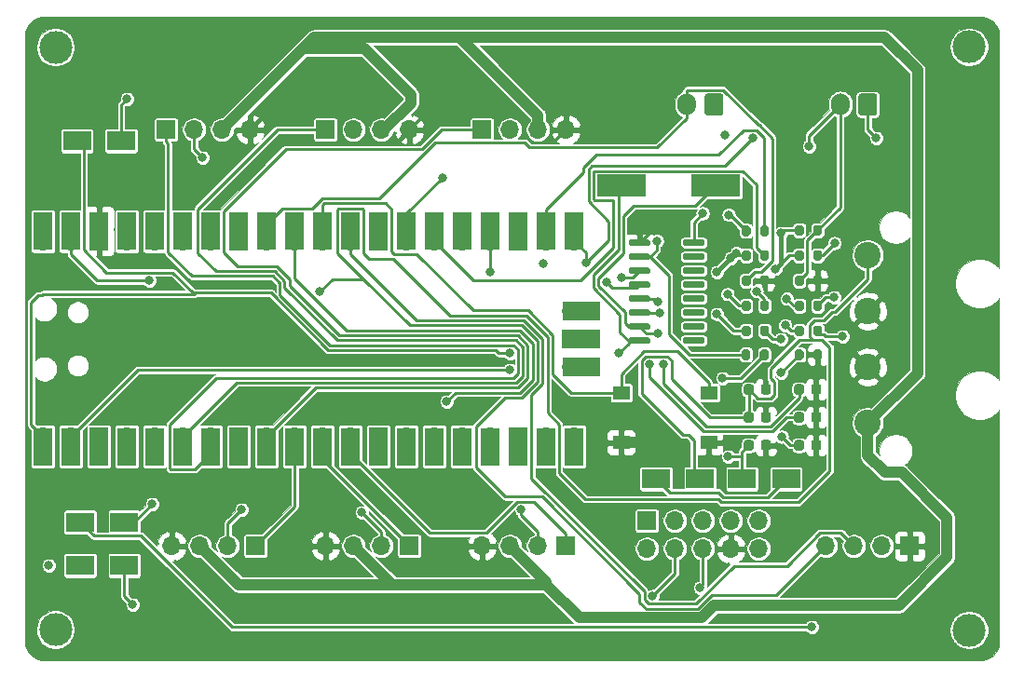
<source format=gbr>
%TF.GenerationSoftware,KiCad,Pcbnew,(5.1.10)-1*%
%TF.CreationDate,2021-10-27T22:41:58+01:00*%
%TF.ProjectId,flowcontrol,666c6f77-636f-46e7-9472-6f6c2e6b6963,rev?*%
%TF.SameCoordinates,Original*%
%TF.FileFunction,Copper,L1,Top*%
%TF.FilePolarity,Positive*%
%FSLAX46Y46*%
G04 Gerber Fmt 4.6, Leading zero omitted, Abs format (unit mm)*
G04 Created by KiCad (PCBNEW (5.1.10)-1) date 2021-10-27 22:41:58*
%MOMM*%
%LPD*%
G01*
G04 APERTURE LIST*
%TA.AperFunction,ComponentPad*%
%ADD10O,1.700000X1.700000*%
%TD*%
%TA.AperFunction,ComponentPad*%
%ADD11R,1.700000X1.700000*%
%TD*%
%TA.AperFunction,ComponentPad*%
%ADD12O,1.700000X2.000000*%
%TD*%
%TA.AperFunction,ComponentPad*%
%ADD13C,2.400000*%
%TD*%
%TA.AperFunction,SMDPad,CuDef*%
%ADD14R,1.550000X1.300000*%
%TD*%
%TA.AperFunction,ComponentPad*%
%ADD15C,3.000000*%
%TD*%
%TA.AperFunction,SMDPad,CuDef*%
%ADD16R,2.500000X1.800000*%
%TD*%
%TA.AperFunction,SMDPad,CuDef*%
%ADD17R,1.700000X3.500000*%
%TD*%
%TA.AperFunction,SMDPad,CuDef*%
%ADD18R,3.500000X1.700000*%
%TD*%
%TA.AperFunction,SMDPad,CuDef*%
%ADD19R,4.500000X2.000000*%
%TD*%
%TA.AperFunction,ViaPad*%
%ADD20C,0.800000*%
%TD*%
%TA.AperFunction,Conductor*%
%ADD21C,0.250000*%
%TD*%
%TA.AperFunction,Conductor*%
%ADD22C,1.000000*%
%TD*%
%TA.AperFunction,Conductor*%
%ADD23C,0.400000*%
%TD*%
%TA.AperFunction,Conductor*%
%ADD24C,0.089000*%
%TD*%
%TA.AperFunction,Conductor*%
%ADD25C,0.100000*%
%TD*%
G04 APERTURE END LIST*
D10*
%TO.P,J7,4*%
%TO.N,+5V*%
X171450000Y-112776000D03*
%TO.P,J7,3*%
%TO.N,DIN*%
X173990000Y-112776000D03*
%TO.P,J7,2*%
%TO.N,Net-(J7-Pad2)*%
X176530000Y-112776000D03*
D11*
%TO.P,J7,1*%
%TO.N,GND*%
X179070000Y-112776000D03*
%TD*%
D12*
%TO.P,J4,2*%
%TO.N,GP27*%
X158790000Y-72644000D03*
%TO.P,J4,1*%
%TO.N,+3V3*%
%TA.AperFunction,ComponentPad*%
G36*
G01*
X162140000Y-71894000D02*
X162140000Y-73394000D01*
G75*
G02*
X161890000Y-73644000I-250000J0D01*
G01*
X160690000Y-73644000D01*
G75*
G02*
X160440000Y-73394000I0J250000D01*
G01*
X160440000Y-71894000D01*
G75*
G02*
X160690000Y-71644000I250000J0D01*
G01*
X161890000Y-71644000D01*
G75*
G02*
X162140000Y-71894000I0J-250000D01*
G01*
G37*
%TD.AperFunction*%
%TD*%
%TO.P,J3,2*%
%TO.N,GP26*%
X172760000Y-72644000D03*
%TO.P,J3,1*%
%TO.N,+3V3*%
%TA.AperFunction,ComponentPad*%
G36*
G01*
X176110000Y-71894000D02*
X176110000Y-73394000D01*
G75*
G02*
X175860000Y-73644000I-250000J0D01*
G01*
X174660000Y-73644000D01*
G75*
G02*
X174410000Y-73394000I0J250000D01*
G01*
X174410000Y-71894000D01*
G75*
G02*
X174660000Y-71644000I250000J0D01*
G01*
X175860000Y-71644000D01*
G75*
G02*
X176110000Y-71894000I0J-250000D01*
G01*
G37*
%TD.AperFunction*%
%TD*%
D13*
%TO.P,J6,4*%
%TO.N,+5V*%
X175260000Y-86360000D03*
%TO.P,J6,3*%
%TO.N,GND*%
X175260000Y-91440000D03*
%TO.P,J6,2*%
X175260000Y-96520000D03*
%TO.P,J6,1*%
%TO.N,+12V*%
X175260000Y-101600000D03*
%TD*%
%TO.P,R12,2*%
%TO.N,GP26*%
%TA.AperFunction,SMDPad,CuDef*%
G36*
G01*
X170288000Y-84349000D02*
X170288000Y-83799000D01*
G75*
G02*
X170488000Y-83599000I200000J0D01*
G01*
X170888000Y-83599000D01*
G75*
G02*
X171088000Y-83799000I0J-200000D01*
G01*
X171088000Y-84349000D01*
G75*
G02*
X170888000Y-84549000I-200000J0D01*
G01*
X170488000Y-84549000D01*
G75*
G02*
X170288000Y-84349000I0J200000D01*
G01*
G37*
%TD.AperFunction*%
%TO.P,R12,1*%
%TO.N,+3V3*%
%TA.AperFunction,SMDPad,CuDef*%
G36*
G01*
X168638000Y-84349000D02*
X168638000Y-83799000D01*
G75*
G02*
X168838000Y-83599000I200000J0D01*
G01*
X169238000Y-83599000D01*
G75*
G02*
X169438000Y-83799000I0J-200000D01*
G01*
X169438000Y-84349000D01*
G75*
G02*
X169238000Y-84549000I-200000J0D01*
G01*
X168838000Y-84549000D01*
G75*
G02*
X168638000Y-84349000I0J200000D01*
G01*
G37*
%TD.AperFunction*%
%TD*%
%TO.P,R11,2*%
%TO.N,GP25*%
%TA.AperFunction,SMDPad,CuDef*%
G36*
G01*
X165462000Y-84411000D02*
X165462000Y-83861000D01*
G75*
G02*
X165662000Y-83661000I200000J0D01*
G01*
X166062000Y-83661000D01*
G75*
G02*
X166262000Y-83861000I0J-200000D01*
G01*
X166262000Y-84411000D01*
G75*
G02*
X166062000Y-84611000I-200000J0D01*
G01*
X165662000Y-84611000D01*
G75*
G02*
X165462000Y-84411000I0J200000D01*
G01*
G37*
%TD.AperFunction*%
%TO.P,R11,1*%
%TO.N,+3V3*%
%TA.AperFunction,SMDPad,CuDef*%
G36*
G01*
X163812000Y-84411000D02*
X163812000Y-83861000D01*
G75*
G02*
X164012000Y-83661000I200000J0D01*
G01*
X164412000Y-83661000D01*
G75*
G02*
X164612000Y-83861000I0J-200000D01*
G01*
X164612000Y-84411000D01*
G75*
G02*
X164412000Y-84611000I-200000J0D01*
G01*
X164012000Y-84611000D01*
G75*
G02*
X163812000Y-84411000I0J200000D01*
G01*
G37*
%TD.AperFunction*%
%TD*%
%TO.P,R10,2*%
%TO.N,GP22*%
%TA.AperFunction,SMDPad,CuDef*%
G36*
G01*
X165462000Y-86635000D02*
X165462000Y-86085000D01*
G75*
G02*
X165662000Y-85885000I200000J0D01*
G01*
X166062000Y-85885000D01*
G75*
G02*
X166262000Y-86085000I0J-200000D01*
G01*
X166262000Y-86635000D01*
G75*
G02*
X166062000Y-86835000I-200000J0D01*
G01*
X165662000Y-86835000D01*
G75*
G02*
X165462000Y-86635000I0J200000D01*
G01*
G37*
%TD.AperFunction*%
%TO.P,R10,1*%
%TO.N,+3V3*%
%TA.AperFunction,SMDPad,CuDef*%
G36*
G01*
X163812000Y-86635000D02*
X163812000Y-86085000D01*
G75*
G02*
X164012000Y-85885000I200000J0D01*
G01*
X164412000Y-85885000D01*
G75*
G02*
X164612000Y-86085000I0J-200000D01*
G01*
X164612000Y-86635000D01*
G75*
G02*
X164412000Y-86835000I-200000J0D01*
G01*
X164012000Y-86835000D01*
G75*
G02*
X163812000Y-86635000I0J200000D01*
G01*
G37*
%TD.AperFunction*%
%TD*%
%TO.P,R9,2*%
%TO.N,GP21*%
%TA.AperFunction,SMDPad,CuDef*%
G36*
G01*
X170288000Y-86635000D02*
X170288000Y-86085000D01*
G75*
G02*
X170488000Y-85885000I200000J0D01*
G01*
X170888000Y-85885000D01*
G75*
G02*
X171088000Y-86085000I0J-200000D01*
G01*
X171088000Y-86635000D01*
G75*
G02*
X170888000Y-86835000I-200000J0D01*
G01*
X170488000Y-86835000D01*
G75*
G02*
X170288000Y-86635000I0J200000D01*
G01*
G37*
%TD.AperFunction*%
%TO.P,R9,1*%
%TO.N,+3V3*%
%TA.AperFunction,SMDPad,CuDef*%
G36*
G01*
X168638000Y-86635000D02*
X168638000Y-86085000D01*
G75*
G02*
X168838000Y-85885000I200000J0D01*
G01*
X169238000Y-85885000D01*
G75*
G02*
X169438000Y-86085000I0J-200000D01*
G01*
X169438000Y-86635000D01*
G75*
G02*
X169238000Y-86835000I-200000J0D01*
G01*
X168838000Y-86835000D01*
G75*
G02*
X168638000Y-86635000I0J200000D01*
G01*
G37*
%TD.AperFunction*%
%TD*%
D10*
%TO.P,J11,4*%
%TO.N,GND*%
X133604000Y-74930000D03*
%TO.P,J11,3*%
%TO.N,+12V*%
X131064000Y-74930000D03*
%TO.P,J11,2*%
%TO.N,GP22*%
X128524000Y-74930000D03*
D11*
%TO.P,J11,1*%
%TO.N,GP4*%
X125984000Y-74930000D03*
%TD*%
D10*
%TO.P,J10,4*%
%TO.N,GND*%
X119126000Y-74930000D03*
%TO.P,J10,3*%
%TO.N,+12V*%
X116586000Y-74930000D03*
%TO.P,J10,2*%
%TO.N,GP21*%
X114046000Y-74930000D03*
D11*
%TO.P,J10,1*%
%TO.N,GP5*%
X111506000Y-74930000D03*
%TD*%
D10*
%TO.P,J9,4*%
%TO.N,GND*%
X140208000Y-112776000D03*
%TO.P,J9,3*%
%TO.N,+12V*%
X142748000Y-112776000D03*
%TO.P,J9,2*%
%TO.N,GP26*%
X145288000Y-112776000D03*
D11*
%TO.P,J9,1*%
%TO.N,GP9*%
X147828000Y-112776000D03*
%TD*%
D10*
%TO.P,J8,4*%
%TO.N,GND*%
X125984000Y-112776000D03*
%TO.P,J8,3*%
%TO.N,+12V*%
X128524000Y-112776000D03*
%TO.P,J8,2*%
%TO.N,GP25*%
X131064000Y-112776000D03*
D11*
%TO.P,J8,1*%
%TO.N,GP8*%
X133604000Y-112776000D03*
%TD*%
D10*
%TO.P,J5,10*%
%TO.N,Net-(J5-Pad10)*%
X165354000Y-113030000D03*
%TO.P,J5,9*%
%TO.N,Net-(J5-Pad9)*%
X165354000Y-110490000D03*
%TO.P,J5,8*%
%TO.N,GND*%
X162814000Y-113030000D03*
%TO.P,J5,7*%
%TO.N,Net-(J5-Pad7)*%
X162814000Y-110490000D03*
%TO.P,J5,6*%
%TO.N,Net-(J5-Pad6)*%
X160274000Y-113030000D03*
%TO.P,J5,5*%
%TO.N,Net-(J5-Pad5)*%
X160274000Y-110490000D03*
%TO.P,J5,4*%
%TO.N,Net-(J5-Pad4)*%
X157734000Y-113030000D03*
%TO.P,J5,3*%
%TO.N,Net-(J5-Pad3)*%
X157734000Y-110490000D03*
%TO.P,J5,2*%
%TO.N,+5V*%
X155194000Y-113030000D03*
D11*
%TO.P,J5,1*%
%TO.N,Net-(J5-Pad1)*%
X155194000Y-110490000D03*
%TD*%
D14*
%TO.P,SW1,2*%
%TO.N,GND*%
X160806000Y-103362000D03*
%TO.P,SW1,1*%
%TO.N,Net-(SW1-Pad1)*%
X160806000Y-98862000D03*
X152856000Y-98862000D03*
%TO.P,SW1,2*%
%TO.N,GND*%
X152856000Y-103362000D03*
%TD*%
%TO.P,C6,1*%
%TO.N,+3V3*%
%TA.AperFunction,SMDPad,CuDef*%
G36*
G01*
X168572000Y-103870000D02*
X168572000Y-103370000D01*
G75*
G02*
X168797000Y-103145000I225000J0D01*
G01*
X169247000Y-103145000D01*
G75*
G02*
X169472000Y-103370000I0J-225000D01*
G01*
X169472000Y-103870000D01*
G75*
G02*
X169247000Y-104095000I-225000J0D01*
G01*
X168797000Y-104095000D01*
G75*
G02*
X168572000Y-103870000I0J225000D01*
G01*
G37*
%TD.AperFunction*%
%TO.P,C6,2*%
%TO.N,GND*%
%TA.AperFunction,SMDPad,CuDef*%
G36*
G01*
X170122000Y-103870000D02*
X170122000Y-103370000D01*
G75*
G02*
X170347000Y-103145000I225000J0D01*
G01*
X170797000Y-103145000D01*
G75*
G02*
X171022000Y-103370000I0J-225000D01*
G01*
X171022000Y-103870000D01*
G75*
G02*
X170797000Y-104095000I-225000J0D01*
G01*
X170347000Y-104095000D01*
G75*
G02*
X170122000Y-103870000I0J225000D01*
G01*
G37*
%TD.AperFunction*%
%TD*%
%TO.P,C4,1*%
%TO.N,Net-(C4-Pad1)*%
%TA.AperFunction,SMDPad,CuDef*%
G36*
G01*
X168572000Y-98790000D02*
X168572000Y-98290000D01*
G75*
G02*
X168797000Y-98065000I225000J0D01*
G01*
X169247000Y-98065000D01*
G75*
G02*
X169472000Y-98290000I0J-225000D01*
G01*
X169472000Y-98790000D01*
G75*
G02*
X169247000Y-99015000I-225000J0D01*
G01*
X168797000Y-99015000D01*
G75*
G02*
X168572000Y-98790000I0J225000D01*
G01*
G37*
%TD.AperFunction*%
%TO.P,C4,2*%
%TO.N,GND*%
%TA.AperFunction,SMDPad,CuDef*%
G36*
G01*
X170122000Y-98790000D02*
X170122000Y-98290000D01*
G75*
G02*
X170347000Y-98065000I225000J0D01*
G01*
X170797000Y-98065000D01*
G75*
G02*
X171022000Y-98290000I0J-225000D01*
G01*
X171022000Y-98790000D01*
G75*
G02*
X170797000Y-99015000I-225000J0D01*
G01*
X170347000Y-99015000D01*
G75*
G02*
X170122000Y-98790000I0J225000D01*
G01*
G37*
%TD.AperFunction*%
%TD*%
D15*
%TO.P,REF\u002A\u002A,1*%
%TO.N,N/C*%
X184454800Y-120421400D03*
%TD*%
%TO.P,R5,2*%
%TO.N,GP1*%
%TA.AperFunction,SMDPad,CuDef*%
G36*
G01*
X165450000Y-95667000D02*
X165450000Y-95117000D01*
G75*
G02*
X165650000Y-94917000I200000J0D01*
G01*
X166050000Y-94917000D01*
G75*
G02*
X166250000Y-95117000I0J-200000D01*
G01*
X166250000Y-95667000D01*
G75*
G02*
X166050000Y-95867000I-200000J0D01*
G01*
X165650000Y-95867000D01*
G75*
G02*
X165450000Y-95667000I0J200000D01*
G01*
G37*
%TD.AperFunction*%
%TO.P,R5,1*%
%TO.N,TxD*%
%TA.AperFunction,SMDPad,CuDef*%
G36*
G01*
X163800000Y-95667000D02*
X163800000Y-95117000D01*
G75*
G02*
X164000000Y-94917000I200000J0D01*
G01*
X164400000Y-94917000D01*
G75*
G02*
X164600000Y-95117000I0J-200000D01*
G01*
X164600000Y-95667000D01*
G75*
G02*
X164400000Y-95867000I-200000J0D01*
G01*
X164000000Y-95867000D01*
G75*
G02*
X163800000Y-95667000I0J200000D01*
G01*
G37*
%TD.AperFunction*%
%TD*%
%TO.P,R6,1*%
%TO.N,Net-(D5-Pad1)*%
%TA.AperFunction,SMDPad,CuDef*%
G36*
G01*
X168638000Y-95667000D02*
X168638000Y-95117000D01*
G75*
G02*
X168838000Y-94917000I200000J0D01*
G01*
X169238000Y-94917000D01*
G75*
G02*
X169438000Y-95117000I0J-200000D01*
G01*
X169438000Y-95667000D01*
G75*
G02*
X169238000Y-95867000I-200000J0D01*
G01*
X168838000Y-95867000D01*
G75*
G02*
X168638000Y-95667000I0J200000D01*
G01*
G37*
%TD.AperFunction*%
%TO.P,R6,2*%
%TO.N,GND*%
%TA.AperFunction,SMDPad,CuDef*%
G36*
G01*
X170288000Y-95667000D02*
X170288000Y-95117000D01*
G75*
G02*
X170488000Y-94917000I200000J0D01*
G01*
X170888000Y-94917000D01*
G75*
G02*
X171088000Y-95117000I0J-200000D01*
G01*
X171088000Y-95667000D01*
G75*
G02*
X170888000Y-95867000I-200000J0D01*
G01*
X170488000Y-95867000D01*
G75*
G02*
X170288000Y-95667000I0J200000D01*
G01*
G37*
%TD.AperFunction*%
%TD*%
%TO.P,REF\u002A\u002A,1*%
%TO.N,N/C*%
X101447600Y-120370600D03*
%TD*%
%TO.P,REF\u002A\u002A,1*%
%TO.N,N/C*%
X184454800Y-67411600D03*
%TD*%
D16*
%TO.P,D1,1*%
%TO.N,Net-(D1-Pad1)*%
X156020000Y-106680000D03*
%TO.P,D1,2*%
%TO.N,+5V*%
X160020000Y-106680000D03*
%TD*%
D10*
%TO.P,J2,4*%
%TO.N,GND*%
X112014000Y-112776000D03*
%TO.P,J2,3*%
%TO.N,+12V*%
X114554000Y-112776000D03*
%TO.P,J2,2*%
%TO.N,GP24*%
X117094000Y-112776000D03*
D11*
%TO.P,J2,1*%
%TO.N,GP7*%
X119634000Y-112776000D03*
%TD*%
%TO.P,J1,1*%
%TO.N,GP6*%
X140208000Y-74930000D03*
D10*
%TO.P,J1,2*%
%TO.N,GP23*%
X142748000Y-74930000D03*
%TO.P,J1,3*%
%TO.N,+12V*%
X145288000Y-74930000D03*
%TO.P,J1,4*%
%TO.N,GND*%
X147828000Y-74930000D03*
%TD*%
D16*
%TO.P,D2,2*%
%TO.N,Net-(D1-Pad1)*%
X167830000Y-106680000D03*
%TO.P,D2,1*%
%TO.N,+3V3*%
X163830000Y-106680000D03*
%TD*%
%TO.P,R4,2*%
%TO.N,GP24*%
%TA.AperFunction,SMDPad,CuDef*%
G36*
G01*
X165462000Y-91207000D02*
X165462000Y-90657000D01*
G75*
G02*
X165662000Y-90457000I200000J0D01*
G01*
X166062000Y-90457000D01*
G75*
G02*
X166262000Y-90657000I0J-200000D01*
G01*
X166262000Y-91207000D01*
G75*
G02*
X166062000Y-91407000I-200000J0D01*
G01*
X165662000Y-91407000D01*
G75*
G02*
X165462000Y-91207000I0J200000D01*
G01*
G37*
%TD.AperFunction*%
%TO.P,R4,1*%
%TO.N,+3V3*%
%TA.AperFunction,SMDPad,CuDef*%
G36*
G01*
X163812000Y-91207000D02*
X163812000Y-90657000D01*
G75*
G02*
X164012000Y-90457000I200000J0D01*
G01*
X164412000Y-90457000D01*
G75*
G02*
X164612000Y-90657000I0J-200000D01*
G01*
X164612000Y-91207000D01*
G75*
G02*
X164412000Y-91407000I-200000J0D01*
G01*
X164012000Y-91407000D01*
G75*
G02*
X163812000Y-91207000I0J200000D01*
G01*
G37*
%TD.AperFunction*%
%TD*%
%TO.P,R7,2*%
%TO.N,Net-(D3-Pad2)*%
%TA.AperFunction,SMDPad,CuDef*%
G36*
G01*
X165462000Y-93493000D02*
X165462000Y-92943000D01*
G75*
G02*
X165662000Y-92743000I200000J0D01*
G01*
X166062000Y-92743000D01*
G75*
G02*
X166262000Y-92943000I0J-200000D01*
G01*
X166262000Y-93493000D01*
G75*
G02*
X166062000Y-93693000I-200000J0D01*
G01*
X165662000Y-93693000D01*
G75*
G02*
X165462000Y-93493000I0J200000D01*
G01*
G37*
%TD.AperFunction*%
%TO.P,R7,1*%
%TO.N,+3V3*%
%TA.AperFunction,SMDPad,CuDef*%
G36*
G01*
X163812000Y-93493000D02*
X163812000Y-92943000D01*
G75*
G02*
X164012000Y-92743000I200000J0D01*
G01*
X164412000Y-92743000D01*
G75*
G02*
X164612000Y-92943000I0J-200000D01*
G01*
X164612000Y-93493000D01*
G75*
G02*
X164412000Y-93693000I-200000J0D01*
G01*
X164012000Y-93693000D01*
G75*
G02*
X163812000Y-93493000I0J200000D01*
G01*
G37*
%TD.AperFunction*%
%TD*%
%TO.P,C3,1*%
%TO.N,+3V3*%
%TA.AperFunction,SMDPad,CuDef*%
G36*
G01*
X164000000Y-103870000D02*
X164000000Y-103370000D01*
G75*
G02*
X164225000Y-103145000I225000J0D01*
G01*
X164675000Y-103145000D01*
G75*
G02*
X164900000Y-103370000I0J-225000D01*
G01*
X164900000Y-103870000D01*
G75*
G02*
X164675000Y-104095000I-225000J0D01*
G01*
X164225000Y-104095000D01*
G75*
G02*
X164000000Y-103870000I0J225000D01*
G01*
G37*
%TD.AperFunction*%
%TO.P,C3,2*%
%TO.N,GND*%
%TA.AperFunction,SMDPad,CuDef*%
G36*
G01*
X165550000Y-103870000D02*
X165550000Y-103370000D01*
G75*
G02*
X165775000Y-103145000I225000J0D01*
G01*
X166225000Y-103145000D01*
G75*
G02*
X166450000Y-103370000I0J-225000D01*
G01*
X166450000Y-103870000D01*
G75*
G02*
X166225000Y-104095000I-225000J0D01*
G01*
X165775000Y-104095000D01*
G75*
G02*
X165550000Y-103870000I0J225000D01*
G01*
G37*
%TD.AperFunction*%
%TD*%
%TO.P,R2,2*%
%TO.N,GND*%
%TA.AperFunction,SMDPad,CuDef*%
G36*
G01*
X165462000Y-88921000D02*
X165462000Y-88371000D01*
G75*
G02*
X165662000Y-88171000I200000J0D01*
G01*
X166062000Y-88171000D01*
G75*
G02*
X166262000Y-88371000I0J-200000D01*
G01*
X166262000Y-88921000D01*
G75*
G02*
X166062000Y-89121000I-200000J0D01*
G01*
X165662000Y-89121000D01*
G75*
G02*
X165462000Y-88921000I0J200000D01*
G01*
G37*
%TD.AperFunction*%
%TO.P,R2,1*%
%TO.N,GP27*%
%TA.AperFunction,SMDPad,CuDef*%
G36*
G01*
X163812000Y-88921000D02*
X163812000Y-88371000D01*
G75*
G02*
X164012000Y-88171000I200000J0D01*
G01*
X164412000Y-88171000D01*
G75*
G02*
X164612000Y-88371000I0J-200000D01*
G01*
X164612000Y-88921000D01*
G75*
G02*
X164412000Y-89121000I-200000J0D01*
G01*
X164012000Y-89121000D01*
G75*
G02*
X163812000Y-88921000I0J200000D01*
G01*
G37*
%TD.AperFunction*%
%TD*%
%TO.P,C1,1*%
%TO.N,+5V*%
%TA.AperFunction,SMDPad,CuDef*%
G36*
G01*
X164000000Y-98790000D02*
X164000000Y-98290000D01*
G75*
G02*
X164225000Y-98065000I225000J0D01*
G01*
X164675000Y-98065000D01*
G75*
G02*
X164900000Y-98290000I0J-225000D01*
G01*
X164900000Y-98790000D01*
G75*
G02*
X164675000Y-99015000I-225000J0D01*
G01*
X164225000Y-99015000D01*
G75*
G02*
X164000000Y-98790000I0J225000D01*
G01*
G37*
%TD.AperFunction*%
%TO.P,C1,2*%
%TO.N,GND*%
%TA.AperFunction,SMDPad,CuDef*%
G36*
G01*
X165550000Y-98790000D02*
X165550000Y-98290000D01*
G75*
G02*
X165775000Y-98065000I225000J0D01*
G01*
X166225000Y-98065000D01*
G75*
G02*
X166450000Y-98290000I0J-225000D01*
G01*
X166450000Y-98790000D01*
G75*
G02*
X166225000Y-99015000I-225000J0D01*
G01*
X165775000Y-99015000D01*
G75*
G02*
X165550000Y-98790000I0J225000D01*
G01*
G37*
%TD.AperFunction*%
%TD*%
D15*
%TO.P,REF\u002A\u002A,1*%
%TO.N,N/C*%
X101447600Y-67424300D03*
%TD*%
%TO.P,C5,2*%
%TO.N,GND*%
%TA.AperFunction,SMDPad,CuDef*%
G36*
G01*
X170122000Y-101330000D02*
X170122000Y-100830000D01*
G75*
G02*
X170347000Y-100605000I225000J0D01*
G01*
X170797000Y-100605000D01*
G75*
G02*
X171022000Y-100830000I0J-225000D01*
G01*
X171022000Y-101330000D01*
G75*
G02*
X170797000Y-101555000I-225000J0D01*
G01*
X170347000Y-101555000D01*
G75*
G02*
X170122000Y-101330000I0J225000D01*
G01*
G37*
%TD.AperFunction*%
%TO.P,C5,1*%
%TO.N,Net-(C5-Pad1)*%
%TA.AperFunction,SMDPad,CuDef*%
G36*
G01*
X168572000Y-101330000D02*
X168572000Y-100830000D01*
G75*
G02*
X168797000Y-100605000I225000J0D01*
G01*
X169247000Y-100605000D01*
G75*
G02*
X169472000Y-100830000I0J-225000D01*
G01*
X169472000Y-101330000D01*
G75*
G02*
X169247000Y-101555000I-225000J0D01*
G01*
X168797000Y-101555000D01*
G75*
G02*
X168572000Y-101330000I0J225000D01*
G01*
G37*
%TD.AperFunction*%
%TD*%
%TO.P,C2,2*%
%TO.N,GND*%
%TA.AperFunction,SMDPad,CuDef*%
G36*
G01*
X165550000Y-101330000D02*
X165550000Y-100830000D01*
G75*
G02*
X165775000Y-100605000I225000J0D01*
G01*
X166225000Y-100605000D01*
G75*
G02*
X166450000Y-100830000I0J-225000D01*
G01*
X166450000Y-101330000D01*
G75*
G02*
X166225000Y-101555000I-225000J0D01*
G01*
X165775000Y-101555000D01*
G75*
G02*
X165550000Y-101330000I0J225000D01*
G01*
G37*
%TD.AperFunction*%
%TO.P,C2,1*%
%TO.N,+5V*%
%TA.AperFunction,SMDPad,CuDef*%
G36*
G01*
X164000000Y-101330000D02*
X164000000Y-100830000D01*
G75*
G02*
X164225000Y-100605000I225000J0D01*
G01*
X164675000Y-100605000D01*
G75*
G02*
X164900000Y-100830000I0J-225000D01*
G01*
X164900000Y-101330000D01*
G75*
G02*
X164675000Y-101555000I-225000J0D01*
G01*
X164225000Y-101555000D01*
G75*
G02*
X164000000Y-101330000I0J225000D01*
G01*
G37*
%TD.AperFunction*%
%TD*%
D10*
%TO.P,U1,1*%
%TO.N,GP0*%
X100320000Y-102840000D03*
%TO.P,U1,2*%
%TO.N,GP1*%
X102860000Y-102840000D03*
D11*
%TO.P,U1,3*%
%TO.N,Net-(U1-Pad3)*%
X105400000Y-102840000D03*
D10*
%TO.P,U1,4*%
%TO.N,Net-(U1-Pad4)*%
X107940000Y-102840000D03*
%TO.P,U1,5*%
%TO.N,Net-(U1-Pad5)*%
X110480000Y-102840000D03*
%TO.P,U1,6*%
%TO.N,GP4*%
X113020000Y-102840000D03*
%TO.P,U1,7*%
%TO.N,GP5*%
X115560000Y-102840000D03*
D11*
%TO.P,U1,8*%
%TO.N,Net-(U1-Pad8)*%
X118100000Y-102840000D03*
D10*
%TO.P,U1,9*%
%TO.N,GP6*%
X120640000Y-102840000D03*
%TO.P,U1,10*%
%TO.N,GP7*%
X123180000Y-102840000D03*
%TO.P,U1,11*%
%TO.N,GP8*%
X125720000Y-102840000D03*
%TO.P,U1,12*%
%TO.N,GP9*%
X128260000Y-102840000D03*
D11*
%TO.P,U1,13*%
%TO.N,Net-(U1-Pad13)*%
X130800000Y-102840000D03*
D10*
%TO.P,U1,14*%
%TO.N,Net-(U1-Pad14)*%
X133340000Y-102840000D03*
%TO.P,U1,15*%
%TO.N,Net-(U1-Pad15)*%
X135880000Y-102840000D03*
%TO.P,U1,16*%
%TO.N,Net-(U1-Pad16)*%
X138420000Y-102840000D03*
%TO.P,U1,17*%
%TO.N,Net-(U1-Pad17)*%
X140960000Y-102840000D03*
D11*
%TO.P,U1,18*%
%TO.N,Net-(U1-Pad18)*%
X143500000Y-102840000D03*
D10*
%TO.P,U1,19*%
%TO.N,Net-(U1-Pad19)*%
X146040000Y-102840000D03*
%TO.P,U1,20*%
%TO.N,Net-(U1-Pad20)*%
X148580000Y-102840000D03*
%TO.P,U1,21*%
%TO.N,GP26*%
X148580000Y-85060000D03*
%TO.P,U1,22*%
%TO.N,GP25*%
X146040000Y-85060000D03*
D11*
%TO.P,U1,23*%
%TO.N,Net-(U1-Pad23)*%
X143500000Y-85060000D03*
D10*
%TO.P,U1,24*%
%TO.N,GP24*%
X140960000Y-85060000D03*
%TO.P,U1,25*%
%TO.N,GP23*%
X138420000Y-85060000D03*
%TO.P,U1,26*%
%TO.N,GP22*%
X135880000Y-85060000D03*
%TO.P,U1,27*%
%TO.N,GP21*%
X133340000Y-85060000D03*
D11*
%TO.P,U1,28*%
%TO.N,Net-(U1-Pad28)*%
X130800000Y-85060000D03*
D10*
%TO.P,U1,29*%
%TO.N,DIN*%
X128260000Y-85060000D03*
%TO.P,U1,30*%
%TO.N,Net-(SW1-Pad1)*%
X125720000Y-85060000D03*
%TO.P,U1,31*%
%TO.N,GP26*%
X123180000Y-85060000D03*
%TO.P,U1,32*%
%TO.N,GP27*%
X120640000Y-85060000D03*
D11*
%TO.P,U1,33*%
%TO.N,Net-(U1-Pad33)*%
X118100000Y-85060000D03*
D10*
%TO.P,U1,34*%
%TO.N,Net-(U1-Pad34)*%
X115560000Y-85060000D03*
%TO.P,U1,35*%
%TO.N,Net-(U1-Pad35)*%
X113020000Y-85060000D03*
%TO.P,U1,36*%
%TO.N,+3V3*%
X110480000Y-85060000D03*
%TO.P,U1,37*%
%TO.N,Net-(U1-Pad37)*%
X107940000Y-85060000D03*
D11*
%TO.P,U1,38*%
%TO.N,GND*%
X105400000Y-85060000D03*
D10*
%TO.P,U1,39*%
%TO.N,+5V*%
X102860000Y-85060000D03*
%TO.P,U1,40*%
%TO.N,Net-(U1-Pad40)*%
X100320000Y-85060000D03*
D17*
%TO.P,U1,1*%
%TO.N,GP0*%
X100320000Y-103740000D03*
%TO.P,U1,2*%
%TO.N,GP1*%
X102860000Y-103740000D03*
%TO.P,U1,3*%
%TO.N,Net-(U1-Pad3)*%
X105400000Y-103740000D03*
%TO.P,U1,4*%
%TO.N,Net-(U1-Pad4)*%
X107940000Y-103740000D03*
%TO.P,U1,5*%
%TO.N,Net-(U1-Pad5)*%
X110480000Y-103740000D03*
%TO.P,U1,6*%
%TO.N,GP4*%
X113020000Y-103740000D03*
%TO.P,U1,7*%
%TO.N,GP5*%
X115560000Y-103740000D03*
%TO.P,U1,8*%
%TO.N,Net-(U1-Pad8)*%
X118100000Y-103740000D03*
%TO.P,U1,9*%
%TO.N,GP6*%
X120640000Y-103740000D03*
%TO.P,U1,10*%
%TO.N,GP7*%
X123180000Y-103740000D03*
%TO.P,U1,11*%
%TO.N,GP8*%
X125720000Y-103740000D03*
%TO.P,U1,12*%
%TO.N,GP9*%
X128260000Y-103740000D03*
%TO.P,U1,13*%
%TO.N,Net-(U1-Pad13)*%
X130800000Y-103740000D03*
%TO.P,U1,14*%
%TO.N,Net-(U1-Pad14)*%
X133340000Y-103740000D03*
%TO.P,U1,15*%
%TO.N,Net-(U1-Pad15)*%
X135880000Y-103740000D03*
%TO.P,U1,16*%
%TO.N,Net-(U1-Pad16)*%
X138420000Y-103740000D03*
%TO.P,U1,17*%
%TO.N,Net-(U1-Pad17)*%
X140960000Y-103740000D03*
%TO.P,U1,18*%
%TO.N,Net-(U1-Pad18)*%
X143500000Y-103740000D03*
%TO.P,U1,19*%
%TO.N,Net-(U1-Pad19)*%
X146040000Y-103740000D03*
%TO.P,U1,20*%
%TO.N,Net-(U1-Pad20)*%
X148580000Y-103740000D03*
%TO.P,U1,40*%
%TO.N,Net-(U1-Pad40)*%
X100320000Y-84160000D03*
%TO.P,U1,39*%
%TO.N,+5V*%
X102860000Y-84160000D03*
%TO.P,U1,38*%
%TO.N,GND*%
X105400000Y-84160000D03*
%TO.P,U1,37*%
%TO.N,Net-(U1-Pad37)*%
X107940000Y-84160000D03*
%TO.P,U1,36*%
%TO.N,+3V3*%
X110480000Y-84160000D03*
%TO.P,U1,35*%
%TO.N,Net-(U1-Pad35)*%
X113020000Y-84160000D03*
%TO.P,U1,34*%
%TO.N,Net-(U1-Pad34)*%
X115560000Y-84160000D03*
%TO.P,U1,33*%
%TO.N,Net-(U1-Pad33)*%
X118100000Y-84160000D03*
%TO.P,U1,32*%
%TO.N,GP27*%
X120640000Y-84160000D03*
%TO.P,U1,31*%
%TO.N,GP26*%
X123180000Y-84160000D03*
%TO.P,U1,30*%
%TO.N,Net-(SW1-Pad1)*%
X125720000Y-84160000D03*
%TO.P,U1,29*%
%TO.N,DIN*%
X128260000Y-84160000D03*
%TO.P,U1,28*%
%TO.N,Net-(U1-Pad28)*%
X130800000Y-84160000D03*
%TO.P,U1,27*%
%TO.N,GP21*%
X133340000Y-84160000D03*
%TO.P,U1,26*%
%TO.N,GP22*%
X135880000Y-84160000D03*
%TO.P,U1,25*%
%TO.N,GP23*%
X138420000Y-84160000D03*
%TO.P,U1,24*%
%TO.N,GP24*%
X140960000Y-84160000D03*
%TO.P,U1,23*%
%TO.N,Net-(U1-Pad23)*%
X143500000Y-84160000D03*
%TO.P,U1,22*%
%TO.N,GP25*%
X146040000Y-84160000D03*
%TO.P,U1,21*%
%TO.N,GP26*%
X148580000Y-84160000D03*
D18*
%TO.P,U1,41*%
%TO.N,N/C*%
X149250000Y-96490000D03*
D10*
X148350000Y-96490000D03*
D18*
%TO.P,U1,42*%
X149250000Y-93950000D03*
D11*
X148350000Y-93950000D03*
D18*
%TO.P,U1,43*%
X149250000Y-91410000D03*
D10*
X148350000Y-91410000D03*
%TD*%
D16*
%TO.P,D5,1*%
%TO.N,Net-(D5-Pad1)*%
X103696000Y-110632000D03*
%TO.P,D5,2*%
%TO.N,+3V3*%
X107696000Y-110632000D03*
%TD*%
%TO.P,D3,1*%
%TO.N,TxD*%
X103696000Y-114554000D03*
%TO.P,D3,2*%
%TO.N,Net-(D3-Pad2)*%
X107696000Y-114554000D03*
%TD*%
%TO.P,U2,1*%
%TO.N,GND*%
%TA.AperFunction,SMDPad,CuDef*%
G36*
G01*
X153522000Y-85367000D02*
X153522000Y-85067000D01*
G75*
G02*
X153672000Y-84917000I150000J0D01*
G01*
X155322000Y-84917000D01*
G75*
G02*
X155472000Y-85067000I0J-150000D01*
G01*
X155472000Y-85367000D01*
G75*
G02*
X155322000Y-85517000I-150000J0D01*
G01*
X153672000Y-85517000D01*
G75*
G02*
X153522000Y-85367000I0J150000D01*
G01*
G37*
%TD.AperFunction*%
%TO.P,U2,2*%
%TO.N,TxD*%
%TA.AperFunction,SMDPad,CuDef*%
G36*
G01*
X153522000Y-86637000D02*
X153522000Y-86337000D01*
G75*
G02*
X153672000Y-86187000I150000J0D01*
G01*
X155322000Y-86187000D01*
G75*
G02*
X155472000Y-86337000I0J-150000D01*
G01*
X155472000Y-86637000D01*
G75*
G02*
X155322000Y-86787000I-150000J0D01*
G01*
X153672000Y-86787000D01*
G75*
G02*
X153522000Y-86637000I0J150000D01*
G01*
G37*
%TD.AperFunction*%
%TO.P,U2,3*%
%TO.N,GP0*%
%TA.AperFunction,SMDPad,CuDef*%
G36*
G01*
X153522000Y-87907000D02*
X153522000Y-87607000D01*
G75*
G02*
X153672000Y-87457000I150000J0D01*
G01*
X155322000Y-87457000D01*
G75*
G02*
X155472000Y-87607000I0J-150000D01*
G01*
X155472000Y-87907000D01*
G75*
G02*
X155322000Y-88057000I-150000J0D01*
G01*
X153672000Y-88057000D01*
G75*
G02*
X153522000Y-87907000I0J150000D01*
G01*
G37*
%TD.AperFunction*%
%TO.P,U2,4*%
%TO.N,+3V3*%
%TA.AperFunction,SMDPad,CuDef*%
G36*
G01*
X153522000Y-89177000D02*
X153522000Y-88877000D01*
G75*
G02*
X153672000Y-88727000I150000J0D01*
G01*
X155322000Y-88727000D01*
G75*
G02*
X155472000Y-88877000I0J-150000D01*
G01*
X155472000Y-89177000D01*
G75*
G02*
X155322000Y-89327000I-150000J0D01*
G01*
X153672000Y-89327000D01*
G75*
G02*
X153522000Y-89177000I0J150000D01*
G01*
G37*
%TD.AperFunction*%
%TO.P,U2,5*%
%TO.N,Net-(J5-Pad6)*%
%TA.AperFunction,SMDPad,CuDef*%
G36*
G01*
X153522000Y-90447000D02*
X153522000Y-90147000D01*
G75*
G02*
X153672000Y-89997000I150000J0D01*
G01*
X155322000Y-89997000D01*
G75*
G02*
X155472000Y-90147000I0J-150000D01*
G01*
X155472000Y-90447000D01*
G75*
G02*
X155322000Y-90597000I-150000J0D01*
G01*
X153672000Y-90597000D01*
G75*
G02*
X153522000Y-90447000I0J150000D01*
G01*
G37*
%TD.AperFunction*%
%TO.P,U2,6*%
%TO.N,Net-(J5-Pad4)*%
%TA.AperFunction,SMDPad,CuDef*%
G36*
G01*
X153522000Y-91717000D02*
X153522000Y-91417000D01*
G75*
G02*
X153672000Y-91267000I150000J0D01*
G01*
X155322000Y-91267000D01*
G75*
G02*
X155472000Y-91417000I0J-150000D01*
G01*
X155472000Y-91717000D01*
G75*
G02*
X155322000Y-91867000I-150000J0D01*
G01*
X153672000Y-91867000D01*
G75*
G02*
X153522000Y-91717000I0J150000D01*
G01*
G37*
%TD.AperFunction*%
%TO.P,U2,7*%
%TO.N,Net-(C4-Pad1)*%
%TA.AperFunction,SMDPad,CuDef*%
G36*
G01*
X153522000Y-92987000D02*
X153522000Y-92687000D01*
G75*
G02*
X153672000Y-92537000I150000J0D01*
G01*
X155322000Y-92537000D01*
G75*
G02*
X155472000Y-92687000I0J-150000D01*
G01*
X155472000Y-92987000D01*
G75*
G02*
X155322000Y-93137000I-150000J0D01*
G01*
X153672000Y-93137000D01*
G75*
G02*
X153522000Y-92987000I0J150000D01*
G01*
G37*
%TD.AperFunction*%
%TO.P,U2,8*%
%TO.N,Net-(C5-Pad1)*%
%TA.AperFunction,SMDPad,CuDef*%
G36*
G01*
X153522000Y-94257000D02*
X153522000Y-93957000D01*
G75*
G02*
X153672000Y-93807000I150000J0D01*
G01*
X155322000Y-93807000D01*
G75*
G02*
X155472000Y-93957000I0J-150000D01*
G01*
X155472000Y-94257000D01*
G75*
G02*
X155322000Y-94407000I-150000J0D01*
G01*
X153672000Y-94407000D01*
G75*
G02*
X153522000Y-94257000I0J150000D01*
G01*
G37*
%TD.AperFunction*%
%TO.P,U2,9*%
%TO.N,Net-(U2-Pad9)*%
%TA.AperFunction,SMDPad,CuDef*%
G36*
G01*
X158472000Y-94257000D02*
X158472000Y-93957000D01*
G75*
G02*
X158622000Y-93807000I150000J0D01*
G01*
X160272000Y-93807000D01*
G75*
G02*
X160422000Y-93957000I0J-150000D01*
G01*
X160422000Y-94257000D01*
G75*
G02*
X160272000Y-94407000I-150000J0D01*
G01*
X158622000Y-94407000D01*
G75*
G02*
X158472000Y-94257000I0J150000D01*
G01*
G37*
%TD.AperFunction*%
%TO.P,U2,10*%
%TO.N,Net-(U2-Pad10)*%
%TA.AperFunction,SMDPad,CuDef*%
G36*
G01*
X158472000Y-92987000D02*
X158472000Y-92687000D01*
G75*
G02*
X158622000Y-92537000I150000J0D01*
G01*
X160272000Y-92537000D01*
G75*
G02*
X160422000Y-92687000I0J-150000D01*
G01*
X160422000Y-92987000D01*
G75*
G02*
X160272000Y-93137000I-150000J0D01*
G01*
X158622000Y-93137000D01*
G75*
G02*
X158472000Y-92987000I0J150000D01*
G01*
G37*
%TD.AperFunction*%
%TO.P,U2,11*%
%TO.N,Net-(U2-Pad11)*%
%TA.AperFunction,SMDPad,CuDef*%
G36*
G01*
X158472000Y-91717000D02*
X158472000Y-91417000D01*
G75*
G02*
X158622000Y-91267000I150000J0D01*
G01*
X160272000Y-91267000D01*
G75*
G02*
X160422000Y-91417000I0J-150000D01*
G01*
X160422000Y-91717000D01*
G75*
G02*
X160272000Y-91867000I-150000J0D01*
G01*
X158622000Y-91867000D01*
G75*
G02*
X158472000Y-91717000I0J150000D01*
G01*
G37*
%TD.AperFunction*%
%TO.P,U2,12*%
%TO.N,Net-(U2-Pad12)*%
%TA.AperFunction,SMDPad,CuDef*%
G36*
G01*
X158472000Y-90447000D02*
X158472000Y-90147000D01*
G75*
G02*
X158622000Y-89997000I150000J0D01*
G01*
X160272000Y-89997000D01*
G75*
G02*
X160422000Y-90147000I0J-150000D01*
G01*
X160422000Y-90447000D01*
G75*
G02*
X160272000Y-90597000I-150000J0D01*
G01*
X158622000Y-90597000D01*
G75*
G02*
X158472000Y-90447000I0J150000D01*
G01*
G37*
%TD.AperFunction*%
%TO.P,U2,13*%
%TO.N,Net-(U2-Pad13)*%
%TA.AperFunction,SMDPad,CuDef*%
G36*
G01*
X158472000Y-89177000D02*
X158472000Y-88877000D01*
G75*
G02*
X158622000Y-88727000I150000J0D01*
G01*
X160272000Y-88727000D01*
G75*
G02*
X160422000Y-88877000I0J-150000D01*
G01*
X160422000Y-89177000D01*
G75*
G02*
X160272000Y-89327000I-150000J0D01*
G01*
X158622000Y-89327000D01*
G75*
G02*
X158472000Y-89177000I0J150000D01*
G01*
G37*
%TD.AperFunction*%
%TO.P,U2,14*%
%TO.N,Net-(U2-Pad14)*%
%TA.AperFunction,SMDPad,CuDef*%
G36*
G01*
X158472000Y-87907000D02*
X158472000Y-87607000D01*
G75*
G02*
X158622000Y-87457000I150000J0D01*
G01*
X160272000Y-87457000D01*
G75*
G02*
X160422000Y-87607000I0J-150000D01*
G01*
X160422000Y-87907000D01*
G75*
G02*
X160272000Y-88057000I-150000J0D01*
G01*
X158622000Y-88057000D01*
G75*
G02*
X158472000Y-87907000I0J150000D01*
G01*
G37*
%TD.AperFunction*%
%TO.P,U2,15*%
%TO.N,Net-(U2-Pad15)*%
%TA.AperFunction,SMDPad,CuDef*%
G36*
G01*
X158472000Y-86637000D02*
X158472000Y-86337000D01*
G75*
G02*
X158622000Y-86187000I150000J0D01*
G01*
X160272000Y-86187000D01*
G75*
G02*
X160422000Y-86337000I0J-150000D01*
G01*
X160422000Y-86637000D01*
G75*
G02*
X160272000Y-86787000I-150000J0D01*
G01*
X158622000Y-86787000D01*
G75*
G02*
X158472000Y-86637000I0J150000D01*
G01*
G37*
%TD.AperFunction*%
%TO.P,U2,16*%
%TO.N,+3V3*%
%TA.AperFunction,SMDPad,CuDef*%
G36*
G01*
X158472000Y-85367000D02*
X158472000Y-85067000D01*
G75*
G02*
X158622000Y-84917000I150000J0D01*
G01*
X160272000Y-84917000D01*
G75*
G02*
X160422000Y-85067000I0J-150000D01*
G01*
X160422000Y-85367000D01*
G75*
G02*
X160272000Y-85517000I-150000J0D01*
G01*
X158622000Y-85517000D01*
G75*
G02*
X158472000Y-85367000I0J150000D01*
G01*
G37*
%TD.AperFunction*%
%TD*%
%TO.P,R1,1*%
%TO.N,GP26*%
%TA.AperFunction,SMDPad,CuDef*%
G36*
G01*
X168638000Y-88921000D02*
X168638000Y-88371000D01*
G75*
G02*
X168838000Y-88171000I200000J0D01*
G01*
X169238000Y-88171000D01*
G75*
G02*
X169438000Y-88371000I0J-200000D01*
G01*
X169438000Y-88921000D01*
G75*
G02*
X169238000Y-89121000I-200000J0D01*
G01*
X168838000Y-89121000D01*
G75*
G02*
X168638000Y-88921000I0J200000D01*
G01*
G37*
%TD.AperFunction*%
%TO.P,R1,2*%
%TO.N,GND*%
%TA.AperFunction,SMDPad,CuDef*%
G36*
G01*
X170288000Y-88921000D02*
X170288000Y-88371000D01*
G75*
G02*
X170488000Y-88171000I200000J0D01*
G01*
X170888000Y-88171000D01*
G75*
G02*
X171088000Y-88371000I0J-200000D01*
G01*
X171088000Y-88921000D01*
G75*
G02*
X170888000Y-89121000I-200000J0D01*
G01*
X170488000Y-89121000D01*
G75*
G02*
X170288000Y-88921000I0J200000D01*
G01*
G37*
%TD.AperFunction*%
%TD*%
D19*
%TO.P,Y1,1*%
%TO.N,Net-(C4-Pad1)*%
X161408000Y-80010000D03*
%TO.P,Y1,2*%
%TO.N,Net-(C5-Pad1)*%
X152908000Y-80010000D03*
%TD*%
%TO.P,R3,1*%
%TO.N,+3V3*%
%TA.AperFunction,SMDPad,CuDef*%
G36*
G01*
X168638000Y-91207000D02*
X168638000Y-90657000D01*
G75*
G02*
X168838000Y-90457000I200000J0D01*
G01*
X169238000Y-90457000D01*
G75*
G02*
X169438000Y-90657000I0J-200000D01*
G01*
X169438000Y-91207000D01*
G75*
G02*
X169238000Y-91407000I-200000J0D01*
G01*
X168838000Y-91407000D01*
G75*
G02*
X168638000Y-91207000I0J200000D01*
G01*
G37*
%TD.AperFunction*%
%TO.P,R3,2*%
%TO.N,GP23*%
%TA.AperFunction,SMDPad,CuDef*%
G36*
G01*
X170288000Y-91207000D02*
X170288000Y-90657000D01*
G75*
G02*
X170488000Y-90457000I200000J0D01*
G01*
X170888000Y-90457000D01*
G75*
G02*
X171088000Y-90657000I0J-200000D01*
G01*
X171088000Y-91207000D01*
G75*
G02*
X170888000Y-91407000I-200000J0D01*
G01*
X170488000Y-91407000D01*
G75*
G02*
X170288000Y-91207000I0J200000D01*
G01*
G37*
%TD.AperFunction*%
%TD*%
%TO.P,R8,1*%
%TO.N,+3V3*%
%TA.AperFunction,SMDPad,CuDef*%
G36*
G01*
X168638000Y-93493000D02*
X168638000Y-92943000D01*
G75*
G02*
X168838000Y-92743000I200000J0D01*
G01*
X169238000Y-92743000D01*
G75*
G02*
X169438000Y-92943000I0J-200000D01*
G01*
X169438000Y-93493000D01*
G75*
G02*
X169238000Y-93693000I-200000J0D01*
G01*
X168838000Y-93693000D01*
G75*
G02*
X168638000Y-93493000I0J200000D01*
G01*
G37*
%TD.AperFunction*%
%TO.P,R8,2*%
%TO.N,Net-(D4-Pad2)*%
%TA.AperFunction,SMDPad,CuDef*%
G36*
G01*
X170288000Y-93493000D02*
X170288000Y-92943000D01*
G75*
G02*
X170488000Y-92743000I200000J0D01*
G01*
X170888000Y-92743000D01*
G75*
G02*
X171088000Y-92943000I0J-200000D01*
G01*
X171088000Y-93493000D01*
G75*
G02*
X170888000Y-93693000I-200000J0D01*
G01*
X170488000Y-93693000D01*
G75*
G02*
X170288000Y-93493000I0J200000D01*
G01*
G37*
%TD.AperFunction*%
%TD*%
D16*
%TO.P,D4,2*%
%TO.N,Net-(D4-Pad2)*%
X107410000Y-75946000D03*
%TO.P,D4,1*%
%TO.N,GP0*%
X103410000Y-75946000D03*
%TD*%
D20*
%TO.N,TxD*%
X100838000Y-114554000D03*
%TO.N,GP24*%
X140970000Y-87884000D03*
X118364000Y-109474000D03*
%TO.N,GP25*%
X129286000Y-109728000D03*
%TO.N,GP26*%
X143764000Y-109474000D03*
%TO.N,+5V*%
X109982000Y-88646000D03*
X125476000Y-89662000D03*
%TO.N,GND*%
X172974000Y-98044000D03*
X169164000Y-97282000D03*
%TO.N,+3V3*%
X162560000Y-104648000D03*
X176022000Y-75692000D03*
X162306000Y-75438000D03*
X110236000Y-108966000D03*
X167758298Y-92720317D03*
X151506340Y-88777660D03*
X167902863Y-90303804D03*
X162518129Y-89883449D03*
X160255602Y-82534947D03*
X166886214Y-87578575D03*
X162617159Y-82673111D03*
X161537931Y-91687930D03*
X167437281Y-102847156D03*
X167390689Y-84323370D03*
X163319070Y-86150643D03*
X162814000Y-86614000D03*
X161544000Y-87884000D03*
%TO.N,Net-(C4-Pad1)*%
X156718000Y-96266000D03*
X156210000Y-93472000D03*
%TO.N,Net-(C5-Pad1)*%
X155448000Y-96266000D03*
X152654000Y-95250000D03*
%TO.N,TxD*%
X156105198Y-85053010D03*
%TO.N,Net-(D3-Pad2)*%
X108458000Y-118110000D03*
X167386000Y-93980000D03*
%TO.N,Net-(D4-Pad2)*%
X107950000Y-72136000D03*
X172974000Y-93726000D03*
%TO.N,GP1*%
X142748000Y-96774000D03*
X162052000Y-97536000D03*
%TO.N,Net-(D5-Pad1)*%
X170180000Y-120142000D03*
X167386000Y-97028000D03*
%TO.N,GP26*%
X149642990Y-86999835D03*
X136990412Y-99652412D03*
X164846000Y-75692000D03*
X169926000Y-76454000D03*
%TO.N,Net-(J5-Pad4)*%
X155702008Y-117316957D03*
X156349687Y-91571977D03*
%TO.N,Net-(J5-Pad6)*%
X160020000Y-116586000D03*
X156195305Y-90583954D03*
%TO.N,GP0*%
X142748000Y-95250000D03*
X152908000Y-88392000D03*
%TO.N,GP23*%
X172212000Y-90170000D03*
%TO.N,GP24*%
X165150354Y-89627557D03*
%TO.N,GP25*%
X145796000Y-87122000D03*
%TO.N,GP21*%
X114808000Y-77470000D03*
X136605010Y-79273290D03*
X172248990Y-85242564D03*
%TD*%
D21*
%TO.N,+5V*%
X164450000Y-101080000D02*
X164450000Y-98540000D01*
X105243919Y-88646000D02*
X109982000Y-88646000D01*
X102860000Y-86262081D02*
X105243919Y-88646000D01*
X102860000Y-85060000D02*
X102860000Y-86262081D01*
X126629499Y-88508501D02*
X129423499Y-88508501D01*
X125476000Y-89662000D02*
X126629499Y-88508501D01*
X171105468Y-94018010D02*
X170270532Y-94018010D01*
X170270532Y-94018010D02*
X169962990Y-93710468D01*
X169962990Y-93710468D02*
X169962990Y-92725532D01*
X169962990Y-92725532D02*
X170418923Y-92269599D01*
X175260000Y-88517590D02*
X175260000Y-88057056D01*
X171253991Y-92269599D02*
X172025599Y-91497991D01*
X172025599Y-91497991D02*
X172279599Y-91497991D01*
X175260000Y-88057056D02*
X175260000Y-86360000D01*
X170418923Y-92269599D02*
X171253991Y-92269599D01*
X172279599Y-91497991D02*
X175260000Y-88517590D01*
X145705573Y-108298988D02*
X142333986Y-108298988D01*
X161062402Y-117253013D02*
X159823437Y-118491978D01*
X155136563Y-118491978D02*
X154526987Y-117882402D01*
X142333986Y-108298988D02*
X139685046Y-105650048D01*
X139685046Y-105650048D02*
X139685046Y-101931602D01*
X171450000Y-112776000D02*
X166972987Y-117253013D01*
X154526987Y-117882402D02*
X154526987Y-117120403D01*
X143841602Y-99299046D02*
X145273046Y-97867602D01*
X145273046Y-97867602D02*
X145273046Y-94156398D01*
X154526987Y-117120403D02*
X145705573Y-108298988D01*
X142317603Y-99299046D02*
X143841602Y-99299046D01*
X159823437Y-118491978D02*
X155136563Y-118491978D01*
X133639952Y-92724954D02*
X129423499Y-88508501D01*
X143841602Y-92724954D02*
X133639952Y-92724954D01*
X166972987Y-117253013D02*
X161062402Y-117253013D01*
X145273046Y-94156398D02*
X143841602Y-92724954D01*
X139685046Y-101931602D02*
X142317603Y-99299046D01*
X147215001Y-101729999D02*
X147215001Y-106153592D01*
X129950012Y-86685012D02*
X132170014Y-86685012D01*
X146173068Y-93783598D02*
X146173068Y-100688066D01*
X127084999Y-82149999D02*
X127149999Y-82084999D01*
X129423499Y-88508501D02*
X127084999Y-86170001D01*
X132170014Y-86685012D02*
X137309934Y-91824932D01*
X129435001Y-82149999D02*
X129435002Y-86170002D01*
X146173068Y-100688066D02*
X147215001Y-101729999D01*
X129435002Y-86170002D02*
X129950012Y-86685012D01*
X127084999Y-86170001D02*
X127084999Y-82149999D01*
X147215001Y-106153592D02*
X149577398Y-108515989D01*
X171804739Y-94717281D02*
X171105468Y-94018010D01*
X129370001Y-82084999D02*
X129435001Y-82149999D01*
X168967977Y-108805023D02*
X171804739Y-105968261D01*
X137309934Y-91824932D02*
X144214402Y-91824932D01*
X144214402Y-91824932D02*
X146173068Y-93783598D01*
X161658166Y-108515989D02*
X161947199Y-108805023D01*
X171804739Y-105968261D02*
X171804739Y-94717281D01*
X161947199Y-108805023D02*
X168967977Y-108805023D01*
X127149999Y-82084999D02*
X129370001Y-82084999D01*
X149577398Y-108515989D02*
X161658166Y-108515989D01*
X160020000Y-106680000D02*
X159454009Y-106114009D01*
X159454009Y-106114009D02*
X159454009Y-103191599D01*
X158936401Y-102673991D02*
X158450731Y-102673991D01*
X158450731Y-102673991D02*
X154722998Y-98946258D01*
X154722998Y-98946258D02*
X154722998Y-95917998D01*
X157066002Y-95540998D02*
X157443002Y-95917998D01*
X157443002Y-95917998D02*
X157443002Y-97624592D01*
X154722998Y-95917998D02*
X155099998Y-95540998D01*
X157443002Y-97624592D02*
X160898410Y-101080000D01*
X159454009Y-103191599D02*
X158936401Y-102673991D01*
X155099998Y-95540998D02*
X157066002Y-95540998D01*
X160898410Y-101080000D02*
X164450000Y-101080000D01*
X166450011Y-96645877D02*
X169077878Y-94018010D01*
X169077878Y-94018010D02*
X171105468Y-94018010D01*
X166775010Y-99017824D02*
X166775010Y-97870854D01*
X165250010Y-99340010D02*
X166452824Y-99340010D01*
X166450011Y-97545855D02*
X166450011Y-96645877D01*
X166452824Y-99340010D02*
X166775010Y-99017824D01*
X164450000Y-98540000D02*
X165250010Y-99340010D01*
X166775010Y-97870854D02*
X166450011Y-97545855D01*
D22*
%TO.N,GND*%
X152856000Y-103362000D02*
X157496000Y-103362000D01*
D21*
X152856000Y-103362000D02*
X158988000Y-103362000D01*
X134779001Y-73754999D02*
X133604000Y-74930000D01*
X143501999Y-73754999D02*
X134779001Y-73754999D01*
X144112999Y-74365999D02*
X143501999Y-73754999D01*
X144723999Y-76105001D02*
X144112999Y-75494001D01*
X147828000Y-74930000D02*
X146652999Y-76105001D01*
X144112999Y-75494001D02*
X144112999Y-74365999D01*
X146652999Y-76105001D02*
X144723999Y-76105001D01*
X155386000Y-84328000D02*
X156911232Y-84328000D01*
X165136990Y-90639512D02*
X165136990Y-93710468D01*
X154497000Y-85217000D02*
X155386000Y-84328000D01*
X166000000Y-96459478D02*
X166000000Y-98540000D01*
X156911232Y-84328000D02*
X158445222Y-85861990D01*
X166575010Y-95884468D02*
X166000000Y-96459478D01*
X166575010Y-94899532D02*
X166575010Y-95884468D01*
X166267468Y-94591990D02*
X166575010Y-94899532D01*
X166018512Y-94591990D02*
X166267468Y-94591990D01*
X164486956Y-89989478D02*
X165136990Y-90639512D01*
X165136990Y-93710468D02*
X166018512Y-94591990D01*
X164338000Y-89989478D02*
X164486956Y-89989478D01*
X163486990Y-89138468D02*
X164338000Y-89989478D01*
X161725464Y-89138468D02*
X163486990Y-89138468D01*
X160818998Y-86212230D02*
X160818998Y-88232002D01*
X160818998Y-88232002D02*
X161725464Y-89138468D01*
X160468758Y-85861990D02*
X160818998Y-86212230D01*
X158445222Y-85861990D02*
X160468758Y-85861990D01*
D23*
X127923999Y-76180001D02*
X132353999Y-76180001D01*
X127273999Y-75530001D02*
X127923999Y-76180001D01*
X127273999Y-73799997D02*
X127273999Y-75530001D01*
X120376001Y-73679999D02*
X127154001Y-73679999D01*
X127154001Y-73679999D02*
X127273999Y-73799997D01*
X132353999Y-76180001D02*
X133604000Y-74930000D01*
X119126000Y-74930000D02*
X120376001Y-73679999D01*
D21*
%TO.N,+3V3*%
X163830000Y-104240000D02*
X164450000Y-103620000D01*
X163830000Y-104648000D02*
X162560000Y-104648000D01*
X163830000Y-104648000D02*
X163830000Y-104240000D01*
X163830000Y-106680000D02*
X163830000Y-104648000D01*
X175260000Y-74930000D02*
X176022000Y-75692000D01*
X175260000Y-72644000D02*
X175260000Y-74930000D01*
X108570000Y-110632000D02*
X110236000Y-108966000D01*
X107696000Y-110632000D02*
X108570000Y-110632000D01*
X169038000Y-90932000D02*
X168531059Y-90932000D01*
X168531059Y-90932000D02*
X167902863Y-90303804D01*
X164212000Y-90932000D02*
X163566680Y-90932000D01*
X169038000Y-93218000D02*
X168255981Y-93218000D01*
X163566680Y-90932000D02*
X162518129Y-89883449D01*
X168255981Y-93218000D02*
X167758298Y-92720317D01*
X168104789Y-86360000D02*
X166886214Y-87578575D01*
X162749111Y-82673111D02*
X162617159Y-82673111D01*
X164212000Y-84136000D02*
X162749111Y-82673111D01*
X159447000Y-85217000D02*
X159447000Y-83343549D01*
X169038000Y-86360000D02*
X168104789Y-86360000D01*
X159447000Y-83343549D02*
X160255602Y-82534947D01*
X164212000Y-93218000D02*
X163068001Y-93218000D01*
X163068001Y-93218000D02*
X161537931Y-91687930D01*
X154497000Y-89027000D02*
X154197000Y-89327000D01*
X154197000Y-89327000D02*
X152055680Y-89327000D01*
X152055680Y-89327000D02*
X151506340Y-88777660D01*
X168210125Y-103620000D02*
X167437281Y-102847156D01*
X169022000Y-103620000D02*
X168210125Y-103620000D01*
X169038000Y-84074000D02*
X167640059Y-84074000D01*
X167640059Y-84074000D02*
X167390689Y-84323370D01*
X164212000Y-86360000D02*
X163528427Y-86360000D01*
X163528427Y-86360000D02*
X163319070Y-86150643D01*
D23*
X162814000Y-86614000D02*
X161544000Y-87884000D01*
X167390689Y-87074100D02*
X166886214Y-87578575D01*
X167390689Y-84323370D02*
X167390689Y-87074100D01*
D21*
%TO.N,Net-(C4-Pad1)*%
X169022000Y-99310834D02*
X166452824Y-101880010D01*
X169022000Y-98540000D02*
X169022000Y-99310834D01*
X166452824Y-101880010D02*
X160554010Y-101880010D01*
X156718000Y-98044000D02*
X156718000Y-96266000D01*
X160554010Y-101880010D02*
X156718000Y-98044000D01*
X155132000Y-93472000D02*
X154497000Y-92837000D01*
X156210000Y-93472000D02*
X155132000Y-93472000D01*
X159572009Y-81845991D02*
X153991599Y-81845991D01*
X150781338Y-88429658D02*
X150781338Y-89125662D01*
X153196990Y-91541314D02*
X153196990Y-92511990D01*
X153046022Y-86164974D02*
X150781338Y-88429658D01*
X153046022Y-82791568D02*
X153046022Y-86164974D01*
X161408000Y-80010000D02*
X159572009Y-81845991D01*
X153522000Y-92837000D02*
X154497000Y-92837000D01*
X153991599Y-81845991D02*
X153046022Y-82791568D01*
X150781338Y-89125662D02*
X153196990Y-91541314D01*
X153196990Y-92511990D02*
X153522000Y-92837000D01*
%TO.N,Net-(C5-Pad1)*%
X152596011Y-80321989D02*
X152596011Y-85841752D01*
X152746979Y-93331979D02*
X153522000Y-94107000D01*
X152908000Y-80010000D02*
X152596011Y-80321989D01*
X153522000Y-94107000D02*
X154497000Y-94107000D01*
X152746979Y-91727714D02*
X152746979Y-93331979D01*
X152596011Y-85841752D02*
X150331327Y-88106435D01*
X150331327Y-89312062D02*
X152746979Y-91727714D01*
X150331327Y-88106435D02*
X150331327Y-89312062D01*
X153522000Y-94382000D02*
X153522000Y-94107000D01*
X152654000Y-95250000D02*
X153522000Y-94382000D01*
X155448000Y-97410411D02*
X155448000Y-96266000D01*
X160367610Y-102330021D02*
X155448000Y-97410411D01*
X169022000Y-101080000D02*
X167889245Y-101080000D01*
X166639224Y-102330021D02*
X160367610Y-102330021D01*
X167889245Y-101080000D02*
X166639224Y-102330021D01*
%TO.N,Net-(D1-Pad1)*%
X157245001Y-107905001D02*
X161683588Y-107905001D01*
X166154988Y-108355012D02*
X167830000Y-106680000D01*
X161683588Y-107905001D02*
X162133599Y-108355012D01*
X156020000Y-106680000D02*
X157245001Y-107905001D01*
X162133599Y-108355012D02*
X166154988Y-108355012D01*
%TO.N,TxD*%
X154497000Y-86487000D02*
X155472000Y-86487000D01*
X159085232Y-95392000D02*
X157189001Y-93495769D01*
X164200000Y-95392000D02*
X159085232Y-95392000D01*
X157189001Y-88204001D02*
X155472000Y-86487000D01*
X157189001Y-93495769D02*
X157189001Y-88204001D01*
X155472000Y-86487000D02*
X156105198Y-85853802D01*
X156105198Y-85853802D02*
X156105198Y-85053010D01*
%TO.N,Net-(D3-Pad2)*%
X107696000Y-117348000D02*
X108458000Y-118110000D01*
X107696000Y-114554000D02*
X107696000Y-117348000D01*
X166624000Y-93980000D02*
X165862000Y-93218000D01*
X167386000Y-93980000D02*
X166624000Y-93980000D01*
%TO.N,Net-(D4-Pad2)*%
X107410000Y-72676000D02*
X107950000Y-72136000D01*
X107410000Y-75946000D02*
X107410000Y-72676000D01*
X172974000Y-93726000D02*
X171449868Y-93726000D01*
X171449868Y-93726000D02*
X171291869Y-93568001D01*
X171291869Y-93568001D02*
X171038001Y-93568001D01*
X171038001Y-93568001D02*
X170688000Y-93218000D01*
%TO.N,GP1*%
X102860000Y-102840000D02*
X108926000Y-96774000D01*
X108926000Y-96774000D02*
X142748000Y-96774000D01*
X162052000Y-97536000D02*
X163706000Y-97536000D01*
X163706000Y-97536000D02*
X165850000Y-95392000D01*
%TO.N,Net-(D5-Pad1)*%
X117491000Y-120142000D02*
X170180000Y-120142000D01*
X109206001Y-111857001D02*
X117491000Y-120142000D01*
X104921001Y-111857001D02*
X109206001Y-111857001D01*
X103696000Y-110632000D02*
X104921001Y-111857001D01*
X167402000Y-97028000D02*
X169038000Y-95392000D01*
X167386000Y-97028000D02*
X167402000Y-97028000D01*
%TO.N,GP6*%
X116735001Y-82339997D02*
X122369986Y-76705012D01*
X134748578Y-76705012D02*
X136523590Y-74930000D01*
X122369986Y-76705012D02*
X134748578Y-76705012D01*
X144373024Y-97494802D02*
X144373024Y-94529198D01*
X116735001Y-86066764D02*
X116735001Y-82339997D01*
X120640000Y-102840000D02*
X125080976Y-98399024D01*
X118001202Y-87332965D02*
X116735001Y-86066764D01*
X121557202Y-87332965D02*
X118001202Y-87332965D01*
X122725035Y-88500798D02*
X121557202Y-87332965D01*
X127212802Y-93624976D02*
X122725035Y-89137209D01*
X144373024Y-94529198D02*
X143468802Y-93624976D01*
X122725035Y-89137209D02*
X122725035Y-88500798D01*
X125080976Y-98399024D02*
X143468802Y-98399024D01*
X143468802Y-98399024D02*
X144373024Y-97494802D01*
X136523590Y-74930000D02*
X140208000Y-74930000D01*
X143468802Y-93624976D02*
X127212802Y-93624976D01*
%TO.N,GP7*%
X123180000Y-109230000D02*
X119634000Y-112776000D01*
X123180000Y-102840000D02*
X123180000Y-109230000D01*
%TO.N,GP26*%
X172760000Y-82002000D02*
X170688000Y-84074000D01*
X172760000Y-72644000D02*
X172760000Y-82002000D01*
X169763010Y-84998990D02*
X170688000Y-84074000D01*
X169763010Y-87920990D02*
X169763010Y-84998990D01*
X169038000Y-88646000D02*
X169763010Y-87920990D01*
X145288000Y-112776000D02*
X145288000Y-111506000D01*
X143764000Y-109982000D02*
X143764000Y-109474000D01*
X145288000Y-111506000D02*
X143764000Y-109982000D01*
X149642990Y-86122990D02*
X149642990Y-86999835D01*
X148580000Y-85060000D02*
X149642990Y-86122990D01*
X150211599Y-78234988D02*
X162303012Y-78234988D01*
X149882988Y-78563599D02*
X150211599Y-78234988D01*
X151695990Y-84946835D02*
X151695990Y-83269403D01*
X149642990Y-86999835D02*
X151695990Y-84946835D01*
X151695990Y-83269403D02*
X149882988Y-81456401D01*
X149882988Y-81456401D02*
X149882988Y-78563599D01*
X162303012Y-78234988D02*
X164846000Y-75692000D01*
X169926000Y-75478000D02*
X172760000Y-72644000D01*
X169926000Y-76454000D02*
X169926000Y-75478000D01*
X144823035Y-94342798D02*
X144823035Y-97681202D01*
X123180000Y-88447763D02*
X127907202Y-93174965D01*
X127907202Y-93174965D02*
X143655202Y-93174965D01*
X123180000Y-85060000D02*
X123180000Y-88447763D01*
X143655202Y-98849035D02*
X137793789Y-98849035D01*
X137793789Y-98849035D02*
X136990412Y-99652412D01*
X144823035Y-97681202D02*
X143655202Y-98849035D01*
X143655202Y-93174965D02*
X144823035Y-94342798D01*
%TO.N,GP27*%
X166587010Y-75723595D02*
X166587010Y-86852468D01*
X165380402Y-74516987D02*
X166587010Y-75723595D01*
X165326177Y-74516987D02*
X165380402Y-74516987D01*
X158790000Y-71394000D02*
X158865010Y-71318990D01*
X158865010Y-71318990D02*
X162128180Y-71318990D01*
X158790000Y-72644000D02*
X158790000Y-71394000D01*
X162128180Y-71318990D02*
X165326177Y-74516987D01*
X166587010Y-86852468D02*
X165593488Y-87845990D01*
X165593488Y-87845990D02*
X165012010Y-87845990D01*
X165012010Y-87845990D02*
X164212000Y-88646000D01*
X124796590Y-82084999D02*
X122069999Y-82084999D01*
X125696612Y-81184977D02*
X124796590Y-82084999D01*
X158790000Y-73894000D02*
X156128988Y-76555012D01*
X144087589Y-76105001D02*
X135984999Y-76105001D01*
X122069999Y-82084999D02*
X120640000Y-83514998D01*
X144537599Y-76555012D02*
X144087589Y-76105001D01*
X135984999Y-76105001D02*
X130905023Y-81184977D01*
X158790000Y-72644000D02*
X158790000Y-73894000D01*
X156128988Y-76555012D02*
X144537599Y-76555012D01*
X130905023Y-81184977D02*
X125696612Y-81184977D01*
X120640000Y-83514998D02*
X120640000Y-85060000D01*
%TO.N,Net-(J5-Pad4)*%
X157734000Y-113030000D02*
X157734000Y-115284965D01*
X157734000Y-115284965D02*
X155702008Y-117316957D01*
X156344710Y-91567000D02*
X156349687Y-91571977D01*
X154497000Y-91567000D02*
X156344710Y-91567000D01*
%TO.N,Net-(J5-Pad6)*%
X160274000Y-116332000D02*
X160020000Y-116586000D01*
X160274000Y-113030000D02*
X160274000Y-116332000D01*
X155908351Y-90297000D02*
X156195305Y-90583954D01*
X154497000Y-90297000D02*
X155908351Y-90297000D01*
%TO.N,DIN*%
X155322963Y-118041967D02*
X154976998Y-117696002D01*
X144028002Y-92274943D02*
X134272862Y-92274943D01*
X128260000Y-86262081D02*
X128260000Y-85060000D01*
X154976998Y-117696002D02*
X154976998Y-116934002D01*
X134272862Y-92274943D02*
X128260000Y-86262081D01*
X145723057Y-93969998D02*
X144028002Y-92274943D01*
X145723057Y-98054002D02*
X145723057Y-93969998D01*
X144707057Y-99070001D02*
X145723057Y-98054002D01*
X144707057Y-106664061D02*
X144707057Y-99070001D01*
X154976998Y-116934002D02*
X144707057Y-106664061D01*
X159637037Y-118041967D02*
X155322963Y-118041967D01*
X163088005Y-114590999D02*
X159637037Y-118041967D01*
X167914003Y-114590999D02*
X163088005Y-114590999D01*
X170904003Y-111600999D02*
X167914003Y-114590999D01*
X172814999Y-111600999D02*
X170904003Y-111600999D01*
X173990000Y-112776000D02*
X172814999Y-111600999D01*
%TO.N,GP0*%
X100326000Y-89879002D02*
X100205003Y-89999999D01*
X104035001Y-76571001D02*
X104035001Y-85872591D01*
X99861999Y-89999999D02*
X99224999Y-90636999D01*
X114066006Y-89879002D02*
X100326000Y-89879002D01*
X103410000Y-75946000D02*
X104035001Y-76571001D01*
X104035001Y-85872591D02*
X106083408Y-87920998D01*
X100205003Y-89999999D02*
X99861999Y-89999999D01*
X106083408Y-87920998D02*
X112108002Y-87920998D01*
X99224999Y-90636999D02*
X99224999Y-101744999D01*
X99224999Y-101744999D02*
X100320000Y-102840000D01*
X126221209Y-94975008D02*
X141457008Y-94975008D01*
X121006699Y-89760498D02*
X126221209Y-94975008D01*
X113947502Y-89760498D02*
X121006699Y-89760498D01*
X113947502Y-89760498D02*
X114066006Y-89879002D01*
X112108002Y-87920998D02*
X113947502Y-89760498D01*
X141732000Y-95250000D02*
X142748000Y-95250000D01*
X141457008Y-94975008D02*
X141732000Y-95250000D01*
X153862000Y-88392000D02*
X154497000Y-87757000D01*
X152908000Y-88392000D02*
X153862000Y-88392000D01*
D22*
%TO.N,+12V*%
X118110000Y-116332000D02*
X114554000Y-112776000D01*
X128524000Y-112776000D02*
X132080000Y-116332000D01*
X132080000Y-116332000D02*
X118110000Y-116332000D01*
X146050000Y-116078000D02*
X146050000Y-116332000D01*
X146050000Y-116332000D02*
X132080000Y-116332000D01*
X142748000Y-112776000D02*
X146050000Y-116078000D01*
X175260000Y-101600000D02*
X179770001Y-97089999D01*
X179770001Y-69534001D02*
X176784000Y-66548000D01*
X179770001Y-97089999D02*
X179770001Y-69534001D01*
X124968000Y-66548000D02*
X116586000Y-74930000D01*
X145288000Y-73660000D02*
X138176000Y-66548000D01*
X138176000Y-66548000D02*
X124968000Y-66548000D01*
X145288000Y-74930000D02*
X145288000Y-73660000D01*
X176784000Y-66548000D02*
X138176000Y-66548000D01*
X178350003Y-106110001D02*
X182456001Y-110215999D01*
X175260000Y-101600000D02*
X175260000Y-104543998D01*
X175260000Y-104543998D02*
X176826003Y-106110001D01*
X176826003Y-106110001D02*
X178350003Y-106110001D01*
X182456001Y-110215999D02*
X182456001Y-113812001D01*
X161288155Y-118194001D02*
X160165167Y-119316989D01*
X178074001Y-118194001D02*
X161288155Y-118194001D01*
X160165167Y-119316989D02*
X149034989Y-119316989D01*
X182456001Y-113812001D02*
X178074001Y-118194001D01*
X149034989Y-119316989D02*
X146050000Y-116332000D01*
X133742011Y-71763204D02*
X129542807Y-67564000D01*
X133742011Y-72508796D02*
X133742011Y-71763204D01*
X131320807Y-74930000D02*
X133742011Y-72508796D01*
X129542807Y-67564000D02*
X124206000Y-67564000D01*
X131064000Y-74930000D02*
X131320807Y-74930000D01*
D21*
%TO.N,GP23*%
X171450000Y-90170000D02*
X170688000Y-90932000D01*
X172212000Y-90170000D02*
X171450000Y-90170000D01*
%TO.N,GP24*%
X117094000Y-110744000D02*
X118364000Y-109474000D01*
X117094000Y-112776000D02*
X117094000Y-110744000D01*
X140970000Y-85070000D02*
X140960000Y-85060000D01*
X140970000Y-87884000D02*
X140970000Y-85070000D01*
X165862000Y-90932000D02*
X165862000Y-90339203D01*
X165862000Y-90339203D02*
X165150354Y-89627557D01*
%TO.N,GP25*%
X131064000Y-111506000D02*
X129286000Y-109728000D01*
X131064000Y-112776000D02*
X131064000Y-111506000D01*
X146040000Y-85060000D02*
X146461749Y-85060000D01*
X146461749Y-85060000D02*
X146490563Y-85031186D01*
X161722009Y-77234987D02*
X150575189Y-77234987D01*
X146040000Y-82177589D02*
X146040000Y-83857919D01*
X150575189Y-77234987D02*
X149432977Y-78377199D01*
X163989998Y-74966998D02*
X161722009Y-77234987D01*
X165862000Y-75634996D02*
X165194002Y-74966998D01*
X149432977Y-78377199D02*
X149432977Y-78784612D01*
X165194002Y-74966998D02*
X163989998Y-74966998D01*
X149432977Y-78784612D02*
X146040000Y-82177589D01*
X146040000Y-83857919D02*
X146040000Y-85060000D01*
X165862000Y-84136000D02*
X165862000Y-75634996D01*
%TO.N,GP8*%
X125720000Y-104892000D02*
X125720000Y-102840000D01*
X133604000Y-112776000D02*
X125720000Y-104892000D01*
%TO.N,GP9*%
X147828000Y-112776000D02*
X147828000Y-111676000D01*
X135475997Y-111600999D02*
X128260000Y-104385002D01*
X128260000Y-104385002D02*
X128260000Y-102840000D01*
X147828000Y-111676000D02*
X144900999Y-108748999D01*
X144900999Y-108748999D02*
X143415999Y-108748999D01*
X143415999Y-108748999D02*
X140563999Y-111600999D01*
X140563999Y-111600999D02*
X135475997Y-111600999D01*
%TO.N,GP21*%
X114046000Y-76708000D02*
X114808000Y-77470000D01*
X114046000Y-74930000D02*
X114046000Y-76708000D01*
X133340000Y-85060000D02*
X133340000Y-82538300D01*
X133340000Y-82538300D02*
X136605010Y-79273290D01*
X170688000Y-86360000D02*
X171131554Y-86360000D01*
X171131554Y-86360000D02*
X172248990Y-85242564D01*
%TO.N,GP5*%
X111665013Y-86079598D02*
X111665013Y-76189013D01*
X111665013Y-76189013D02*
X111506000Y-76030000D01*
X113818402Y-88232987D02*
X111665013Y-86079598D01*
X121825013Y-89942402D02*
X121825013Y-88873598D01*
X111506000Y-76030000D02*
X111506000Y-74930000D01*
X121825013Y-88873598D02*
X121184402Y-88232987D01*
X121184402Y-88232987D02*
X113818402Y-88232987D01*
X143096002Y-94524998D02*
X126407609Y-94524998D01*
X143096002Y-97499002D02*
X143473002Y-97122002D01*
X126407609Y-94524998D02*
X121825013Y-89942402D01*
X143473002Y-94901998D02*
X143096002Y-94524998D01*
X143473002Y-97122002D02*
X143473002Y-94901998D01*
X115560000Y-102840000D02*
X115560000Y-104385002D01*
X111844999Y-105750001D02*
X111844999Y-101729999D01*
X116075996Y-97499002D02*
X143096002Y-97499002D01*
X111844999Y-101729999D02*
X116075996Y-97499002D01*
X111909999Y-105815001D02*
X111844999Y-105750001D01*
X114130001Y-105815001D02*
X111909999Y-105815001D01*
X115560000Y-104385002D02*
X114130001Y-105815001D01*
%TO.N,GP22*%
X139429001Y-88609001D02*
X149192352Y-88609001D01*
X150332999Y-78749999D02*
X150397999Y-78684999D01*
X135880000Y-85060000D02*
X139429001Y-88609001D01*
X149192352Y-88609001D02*
X152146001Y-85655352D01*
X150397999Y-81335001D02*
X150332999Y-81270001D01*
X152146001Y-85655352D02*
X152146001Y-81335001D01*
X152146001Y-81335001D02*
X150397999Y-81335001D01*
X150332999Y-81270001D02*
X150332999Y-78749999D01*
X150397999Y-78684999D02*
X163918001Y-78684999D01*
X163918001Y-78684999D02*
X165136990Y-79903988D01*
X165136990Y-79903988D02*
X165136990Y-85634990D01*
X165136990Y-85634990D02*
X165862000Y-86360000D01*
%TO.N,GP4*%
X143282402Y-94074987D02*
X127026402Y-94074987D01*
X143282402Y-97949013D02*
X143923013Y-97308402D01*
X121370802Y-87782976D02*
X116036802Y-87782976D01*
X122275024Y-89323609D02*
X122275024Y-88687198D01*
X127026402Y-94074987D02*
X122275024Y-89323609D01*
X121604998Y-74930000D02*
X125984000Y-74930000D01*
X113020000Y-102840000D02*
X117910987Y-97949013D01*
X114384999Y-86131173D02*
X114384999Y-82149999D01*
X117910987Y-97949013D02*
X143282402Y-97949013D01*
X114384999Y-82149999D02*
X121604998Y-74930000D01*
X122275024Y-88687198D02*
X121370802Y-87782976D01*
X143923013Y-97308402D02*
X143923013Y-94715598D01*
X143923013Y-94715598D02*
X143282402Y-94074987D01*
X116036802Y-87782976D02*
X114384999Y-86131173D01*
%TO.N,Net-(SW1-Pad1)*%
X125720000Y-81798000D02*
X125720000Y-85060000D01*
X144400802Y-91374921D02*
X139380921Y-91374921D01*
X148331881Y-98862000D02*
X146623079Y-97153197D01*
X131459990Y-81634988D02*
X125883012Y-81634988D01*
X131975001Y-82149999D02*
X131459990Y-81634988D01*
X131975001Y-85980003D02*
X131975001Y-82149999D01*
X125883012Y-81634988D02*
X125720000Y-81798000D01*
X152856000Y-98862000D02*
X148331881Y-98862000D01*
X132229999Y-86235001D02*
X131975001Y-85980003D01*
X139380921Y-91374921D02*
X134241001Y-86235001D01*
X146623079Y-97153197D02*
X146623079Y-93597198D01*
X134241001Y-86235001D02*
X132229999Y-86235001D01*
X146623079Y-93597198D02*
X144400802Y-91374921D01*
X154913598Y-95090987D02*
X157934987Y-95090987D01*
X160806000Y-97962000D02*
X160806000Y-98862000D01*
X152856000Y-97148585D02*
X154913598Y-95090987D01*
X157934987Y-95090987D02*
X160806000Y-97962000D01*
X152856000Y-98862000D02*
X152856000Y-97148585D01*
%TD*%
D24*
%TO.N,GND*%
X185988154Y-64744498D02*
X186325324Y-64894637D01*
X186623904Y-65111489D01*
X186870758Y-65385705D01*
X187055313Y-65705301D01*
X187169344Y-66056309D01*
X187209201Y-66435539D01*
X187209201Y-87537735D01*
X187163417Y-87469215D01*
X186850785Y-87156583D01*
X186483169Y-86910950D01*
X186074696Y-86741755D01*
X185641064Y-86655500D01*
X185198936Y-86655500D01*
X184765304Y-86741755D01*
X184356831Y-86910950D01*
X183989215Y-87156583D01*
X183676583Y-87469215D01*
X183430950Y-87836831D01*
X183261755Y-88245304D01*
X183175500Y-88678936D01*
X183175500Y-89121064D01*
X183261755Y-89554696D01*
X183430950Y-89963169D01*
X183676583Y-90330785D01*
X183989215Y-90643417D01*
X184356831Y-90889050D01*
X184765304Y-91058245D01*
X185198936Y-91144500D01*
X185641064Y-91144500D01*
X186074696Y-91058245D01*
X186483169Y-90889050D01*
X186850785Y-90643417D01*
X187163417Y-90330785D01*
X187209201Y-90262265D01*
X187209200Y-97697735D01*
X187163417Y-97629215D01*
X186850785Y-97316583D01*
X186483169Y-97070950D01*
X186074696Y-96901755D01*
X185641064Y-96815500D01*
X185198936Y-96815500D01*
X184765304Y-96901755D01*
X184356831Y-97070950D01*
X183989215Y-97316583D01*
X183676583Y-97629215D01*
X183430950Y-97996831D01*
X183261755Y-98405304D01*
X183175500Y-98838936D01*
X183175500Y-99281064D01*
X183261755Y-99714696D01*
X183430950Y-100123169D01*
X183676583Y-100490785D01*
X183989215Y-100803417D01*
X184356831Y-101049050D01*
X184765304Y-101218245D01*
X185198936Y-101304500D01*
X185641064Y-101304500D01*
X186074696Y-101218245D01*
X186483169Y-101049050D01*
X186850785Y-100803417D01*
X187163417Y-100490785D01*
X187209200Y-100422265D01*
X187209200Y-121411071D01*
X187169344Y-121790291D01*
X187055313Y-122141299D01*
X186870758Y-122460895D01*
X186623904Y-122735111D01*
X186325324Y-122951963D01*
X185988154Y-123102102D01*
X185627172Y-123178800D01*
X100258228Y-123178800D01*
X99897245Y-123102102D01*
X99560082Y-122951966D01*
X99261500Y-122735114D01*
X99014645Y-122460899D01*
X98830089Y-122141302D01*
X98716056Y-121790290D01*
X98676200Y-121411071D01*
X98676200Y-120198782D01*
X99703100Y-120198782D01*
X99703100Y-120542418D01*
X99729273Y-120673998D01*
X99737341Y-120750729D01*
X99737596Y-120763766D01*
X99742199Y-120784749D01*
X99746528Y-120805786D01*
X99751596Y-120817797D01*
X99767794Y-120867658D01*
X99770140Y-120879452D01*
X99777027Y-120896078D01*
X99842656Y-121098099D01*
X99845617Y-121110801D01*
X99854467Y-121130338D01*
X99863082Y-121150035D01*
X99870542Y-121160740D01*
X100017925Y-121416060D01*
X100023483Y-121427905D01*
X100036204Y-121445167D01*
X100048685Y-121462588D01*
X100058235Y-121471534D01*
X100255529Y-121690563D01*
X100263368Y-121700924D01*
X100279418Y-121715193D01*
X100295353Y-121729725D01*
X100306486Y-121736445D01*
X100544917Y-121909764D01*
X100554818Y-121918331D01*
X100573425Y-121928908D01*
X100591918Y-121939753D01*
X100604296Y-121944049D01*
X100873585Y-122063889D01*
X100884999Y-122070182D01*
X100905443Y-122076675D01*
X100925857Y-122083452D01*
X100938800Y-122085068D01*
X101227137Y-122146333D01*
X101239626Y-122150121D01*
X101261047Y-122152231D01*
X101282346Y-122154609D01*
X101295335Y-122153500D01*
X101590064Y-122153500D01*
X101603052Y-122154609D01*
X101624341Y-122152232D01*
X101645774Y-122150121D01*
X101658265Y-122146332D01*
X101946605Y-122085067D01*
X101959542Y-122083452D01*
X101979934Y-122076683D01*
X102000401Y-122070182D01*
X102011819Y-122063887D01*
X102281097Y-121944051D01*
X102293481Y-121939753D01*
X102311998Y-121928894D01*
X102330582Y-121918330D01*
X102340484Y-121909763D01*
X102578920Y-121736441D01*
X102590046Y-121729726D01*
X102605915Y-121715254D01*
X102622032Y-121700925D01*
X102629880Y-121690552D01*
X102827172Y-121471527D01*
X102836715Y-121462588D01*
X102849171Y-121445203D01*
X102861917Y-121427906D01*
X102867477Y-121416056D01*
X103014861Y-121160736D01*
X103022318Y-121150035D01*
X103030912Y-121130384D01*
X103039783Y-121110802D01*
X103042745Y-121098094D01*
X103072740Y-121005763D01*
X103125060Y-120879452D01*
X103192100Y-120542418D01*
X103192100Y-120198782D01*
X103125060Y-119861748D01*
X102993556Y-119544269D01*
X102802642Y-119258546D01*
X102559654Y-119015558D01*
X102273931Y-118824644D01*
X101956452Y-118693140D01*
X101619418Y-118626100D01*
X101275782Y-118626100D01*
X100938748Y-118693140D01*
X100621269Y-118824644D01*
X100335546Y-119015558D01*
X100092558Y-119258546D01*
X99901644Y-119544269D01*
X99770140Y-119861748D01*
X99703100Y-120198782D01*
X98676200Y-120198782D01*
X98676200Y-114490522D01*
X100193500Y-114490522D01*
X100193500Y-114617478D01*
X100218268Y-114741994D01*
X100266852Y-114859285D01*
X100337385Y-114964845D01*
X100427155Y-115054615D01*
X100532715Y-115125148D01*
X100650006Y-115173732D01*
X100774522Y-115198500D01*
X100901478Y-115198500D01*
X101025994Y-115173732D01*
X101143285Y-115125148D01*
X101248845Y-115054615D01*
X101338615Y-114964845D01*
X101409148Y-114859285D01*
X101457732Y-114741994D01*
X101482500Y-114617478D01*
X101482500Y-114490522D01*
X101457732Y-114366006D01*
X101409148Y-114248715D01*
X101338615Y-114143155D01*
X101248845Y-114053385D01*
X101143285Y-113982852D01*
X101025994Y-113934268D01*
X100901478Y-113909500D01*
X100774522Y-113909500D01*
X100650006Y-113934268D01*
X100532715Y-113982852D01*
X100427155Y-114053385D01*
X100337385Y-114143155D01*
X100266852Y-114248715D01*
X100218268Y-114366006D01*
X100193500Y-114490522D01*
X98676200Y-114490522D01*
X98676200Y-113654000D01*
X102200317Y-113654000D01*
X102200317Y-115454000D01*
X102205038Y-115501930D01*
X102219019Y-115548019D01*
X102241722Y-115590494D01*
X102272276Y-115627724D01*
X102309506Y-115658278D01*
X102351981Y-115680981D01*
X102398070Y-115694962D01*
X102446000Y-115699683D01*
X104946000Y-115699683D01*
X104993930Y-115694962D01*
X105040019Y-115680981D01*
X105082494Y-115658278D01*
X105119724Y-115627724D01*
X105150278Y-115590494D01*
X105172981Y-115548019D01*
X105186962Y-115501930D01*
X105191683Y-115454000D01*
X105191683Y-113654000D01*
X106200317Y-113654000D01*
X106200317Y-115454000D01*
X106205038Y-115501930D01*
X106219019Y-115548019D01*
X106241722Y-115590494D01*
X106272276Y-115627724D01*
X106309506Y-115658278D01*
X106351981Y-115680981D01*
X106398070Y-115694962D01*
X106446000Y-115699683D01*
X107326500Y-115699683D01*
X107326501Y-117329848D01*
X107324713Y-117348000D01*
X107331230Y-117414155D01*
X107331848Y-117420435D01*
X107343635Y-117459289D01*
X107352977Y-117490085D01*
X107379325Y-117539379D01*
X107387287Y-117554276D01*
X107433461Y-117610540D01*
X107447557Y-117622109D01*
X107823201Y-117997752D01*
X107813500Y-118046522D01*
X107813500Y-118173478D01*
X107838268Y-118297994D01*
X107886852Y-118415285D01*
X107957385Y-118520845D01*
X108047155Y-118610615D01*
X108152715Y-118681148D01*
X108270006Y-118729732D01*
X108394522Y-118754500D01*
X108521478Y-118754500D01*
X108645994Y-118729732D01*
X108763285Y-118681148D01*
X108868845Y-118610615D01*
X108958615Y-118520845D01*
X109029148Y-118415285D01*
X109077732Y-118297994D01*
X109102500Y-118173478D01*
X109102500Y-118046522D01*
X109077732Y-117922006D01*
X109029148Y-117804715D01*
X108958615Y-117699155D01*
X108868845Y-117609385D01*
X108763285Y-117538852D01*
X108645994Y-117490268D01*
X108521478Y-117465500D01*
X108394522Y-117465500D01*
X108345752Y-117475201D01*
X108065500Y-117194949D01*
X108065500Y-115699683D01*
X108946000Y-115699683D01*
X108993930Y-115694962D01*
X109040019Y-115680981D01*
X109082494Y-115658278D01*
X109119724Y-115627724D01*
X109150278Y-115590494D01*
X109172981Y-115548019D01*
X109186962Y-115501930D01*
X109191683Y-115454000D01*
X109191683Y-113654000D01*
X109186962Y-113606070D01*
X109172981Y-113559981D01*
X109150278Y-113517506D01*
X109119724Y-113480276D01*
X109082494Y-113449722D01*
X109040019Y-113427019D01*
X108993930Y-113413038D01*
X108946000Y-113408317D01*
X106446000Y-113408317D01*
X106398070Y-113413038D01*
X106351981Y-113427019D01*
X106309506Y-113449722D01*
X106272276Y-113480276D01*
X106241722Y-113517506D01*
X106219019Y-113559981D01*
X106205038Y-113606070D01*
X106200317Y-113654000D01*
X105191683Y-113654000D01*
X105186962Y-113606070D01*
X105172981Y-113559981D01*
X105150278Y-113517506D01*
X105119724Y-113480276D01*
X105082494Y-113449722D01*
X105040019Y-113427019D01*
X104993930Y-113413038D01*
X104946000Y-113408317D01*
X102446000Y-113408317D01*
X102398070Y-113413038D01*
X102351981Y-113427019D01*
X102309506Y-113449722D01*
X102272276Y-113480276D01*
X102241722Y-113517506D01*
X102219019Y-113559981D01*
X102205038Y-113606070D01*
X102200317Y-113654000D01*
X98676200Y-113654000D01*
X98676200Y-90636999D01*
X98853712Y-90636999D01*
X98855499Y-90655141D01*
X98855500Y-101726847D01*
X98853712Y-101744999D01*
X98859876Y-101807575D01*
X98860847Y-101817434D01*
X98874803Y-101863438D01*
X98881976Y-101887084D01*
X98905771Y-101931602D01*
X98916286Y-101951275D01*
X98962460Y-102007539D01*
X98976557Y-102019108D01*
X99224317Y-102266868D01*
X99224317Y-105490000D01*
X99229038Y-105537930D01*
X99243019Y-105584019D01*
X99265722Y-105626494D01*
X99296276Y-105663724D01*
X99333506Y-105694278D01*
X99375981Y-105716981D01*
X99422070Y-105730962D01*
X99470000Y-105735683D01*
X101170000Y-105735683D01*
X101217930Y-105730962D01*
X101264019Y-105716981D01*
X101306494Y-105694278D01*
X101343724Y-105663724D01*
X101374278Y-105626494D01*
X101396981Y-105584019D01*
X101410962Y-105537930D01*
X101415683Y-105490000D01*
X101415683Y-101990000D01*
X101410962Y-101942070D01*
X101396981Y-101895981D01*
X101374278Y-101853506D01*
X101343724Y-101816276D01*
X101306494Y-101785722D01*
X101264019Y-101763019D01*
X101217930Y-101749038D01*
X101170000Y-101744317D01*
X99746868Y-101744317D01*
X99594499Y-101591948D01*
X99594499Y-97438066D01*
X99720424Y-97563991D01*
X99907876Y-97689243D01*
X100116162Y-97775518D01*
X100337277Y-97819500D01*
X100562723Y-97819500D01*
X100783838Y-97775518D01*
X100992124Y-97689243D01*
X101179576Y-97563991D01*
X101338991Y-97404576D01*
X101464243Y-97217124D01*
X101550518Y-97008838D01*
X101594500Y-96787723D01*
X101594500Y-96562277D01*
X101550518Y-96341162D01*
X101523962Y-96277050D01*
X102485500Y-96277050D01*
X102485500Y-96472950D01*
X102523718Y-96665085D01*
X102598685Y-96846072D01*
X102707521Y-97008957D01*
X102846043Y-97147479D01*
X103008928Y-97256315D01*
X103189915Y-97331282D01*
X103382050Y-97369500D01*
X103577950Y-97369500D01*
X103770085Y-97331282D01*
X103951072Y-97256315D01*
X104113957Y-97147479D01*
X104252479Y-97008957D01*
X104361315Y-96846072D01*
X104436282Y-96665085D01*
X104474500Y-96472950D01*
X104474500Y-96277050D01*
X104436282Y-96084915D01*
X104361315Y-95903928D01*
X104252479Y-95741043D01*
X104113957Y-95602521D01*
X103951072Y-95493685D01*
X103770085Y-95418718D01*
X103577950Y-95380500D01*
X103382050Y-95380500D01*
X103189915Y-95418718D01*
X103008928Y-95493685D01*
X102846043Y-95602521D01*
X102707521Y-95741043D01*
X102598685Y-95903928D01*
X102523718Y-96084915D01*
X102485500Y-96277050D01*
X101523962Y-96277050D01*
X101464243Y-96132876D01*
X101338991Y-95945424D01*
X101179576Y-95786009D01*
X100992124Y-95660757D01*
X100783838Y-95574482D01*
X100562723Y-95530500D01*
X100337277Y-95530500D01*
X100116162Y-95574482D01*
X99907876Y-95660757D01*
X99720424Y-95786009D01*
X99594499Y-95911934D01*
X99594499Y-91988066D01*
X99720424Y-92113991D01*
X99907876Y-92239243D01*
X100116162Y-92325518D01*
X100337277Y-92369500D01*
X100562723Y-92369500D01*
X100783838Y-92325518D01*
X100992124Y-92239243D01*
X101179576Y-92113991D01*
X101338991Y-91954576D01*
X101464243Y-91767124D01*
X101550518Y-91558838D01*
X101576731Y-91427050D01*
X102485500Y-91427050D01*
X102485500Y-91622950D01*
X102523718Y-91815085D01*
X102598685Y-91996072D01*
X102707521Y-92158957D01*
X102846043Y-92297479D01*
X103008928Y-92406315D01*
X103189915Y-92481282D01*
X103382050Y-92519500D01*
X103577950Y-92519500D01*
X103770085Y-92481282D01*
X103951072Y-92406315D01*
X104113957Y-92297479D01*
X104252479Y-92158957D01*
X104361315Y-91996072D01*
X104436282Y-91815085D01*
X104474500Y-91622950D01*
X104474500Y-91427050D01*
X104436282Y-91234915D01*
X104361315Y-91053928D01*
X104252479Y-90891043D01*
X104113957Y-90752521D01*
X103951072Y-90643685D01*
X103770085Y-90568718D01*
X103577950Y-90530500D01*
X103382050Y-90530500D01*
X103189915Y-90568718D01*
X103008928Y-90643685D01*
X102846043Y-90752521D01*
X102707521Y-90891043D01*
X102598685Y-91053928D01*
X102523718Y-91234915D01*
X102485500Y-91427050D01*
X101576731Y-91427050D01*
X101594500Y-91337723D01*
X101594500Y-91112277D01*
X101550518Y-90891162D01*
X101464243Y-90682876D01*
X101338991Y-90495424D01*
X101179576Y-90336009D01*
X101048613Y-90248502D01*
X114047864Y-90248502D01*
X114066006Y-90250289D01*
X114084147Y-90248502D01*
X114084150Y-90248502D01*
X114138441Y-90243155D01*
X114208091Y-90222026D01*
X114272282Y-90187716D01*
X114328546Y-90141542D01*
X114338020Y-90129998D01*
X120853648Y-90129998D01*
X125947100Y-95223451D01*
X125958669Y-95237548D01*
X126008519Y-95278458D01*
X126014933Y-95283722D01*
X126079123Y-95318032D01*
X126148774Y-95339161D01*
X126221209Y-95346295D01*
X126239353Y-95344508D01*
X141303957Y-95344508D01*
X141457891Y-95498443D01*
X141469460Y-95512540D01*
X141502319Y-95539506D01*
X141525723Y-95558714D01*
X141556145Y-95574974D01*
X141589915Y-95593024D01*
X141659565Y-95614153D01*
X141713856Y-95619500D01*
X141713858Y-95619500D01*
X141731999Y-95621287D01*
X141750141Y-95619500D01*
X142219759Y-95619500D01*
X142247385Y-95660845D01*
X142337155Y-95750615D01*
X142442715Y-95821148D01*
X142560006Y-95869732D01*
X142684522Y-95894500D01*
X142811478Y-95894500D01*
X142935994Y-95869732D01*
X143053285Y-95821148D01*
X143103503Y-95787594D01*
X143103502Y-96236406D01*
X143053285Y-96202852D01*
X142935994Y-96154268D01*
X142811478Y-96129500D01*
X142684522Y-96129500D01*
X142560006Y-96154268D01*
X142442715Y-96202852D01*
X142337155Y-96273385D01*
X142247385Y-96363155D01*
X142219759Y-96404500D01*
X108944141Y-96404500D01*
X108925999Y-96402713D01*
X108907858Y-96404500D01*
X108907856Y-96404500D01*
X108853565Y-96409847D01*
X108783915Y-96430976D01*
X108767777Y-96439602D01*
X108719723Y-96465286D01*
X108710385Y-96472950D01*
X108663460Y-96511460D01*
X108651891Y-96525557D01*
X103433132Y-101744317D01*
X102010000Y-101744317D01*
X101962070Y-101749038D01*
X101915981Y-101763019D01*
X101873506Y-101785722D01*
X101836276Y-101816276D01*
X101805722Y-101853506D01*
X101783019Y-101895981D01*
X101769038Y-101942070D01*
X101764317Y-101990000D01*
X101764317Y-105490000D01*
X101769038Y-105537930D01*
X101783019Y-105584019D01*
X101805722Y-105626494D01*
X101836276Y-105663724D01*
X101873506Y-105694278D01*
X101915981Y-105716981D01*
X101962070Y-105730962D01*
X102010000Y-105735683D01*
X103710000Y-105735683D01*
X103757930Y-105730962D01*
X103804019Y-105716981D01*
X103846494Y-105694278D01*
X103883724Y-105663724D01*
X103914278Y-105626494D01*
X103936981Y-105584019D01*
X103950962Y-105537930D01*
X103955683Y-105490000D01*
X103955683Y-102266868D01*
X104321473Y-101901079D01*
X104309038Y-101942070D01*
X104304317Y-101990000D01*
X104304317Y-105490000D01*
X104309038Y-105537930D01*
X104323019Y-105584019D01*
X104345722Y-105626494D01*
X104376276Y-105663724D01*
X104413506Y-105694278D01*
X104455981Y-105716981D01*
X104502070Y-105730962D01*
X104550000Y-105735683D01*
X106250000Y-105735683D01*
X106297930Y-105730962D01*
X106344019Y-105716981D01*
X106386494Y-105694278D01*
X106423724Y-105663724D01*
X106454278Y-105626494D01*
X106476981Y-105584019D01*
X106490962Y-105537930D01*
X106495683Y-105490000D01*
X106495683Y-101990000D01*
X106844317Y-101990000D01*
X106844317Y-105490000D01*
X106849038Y-105537930D01*
X106863019Y-105584019D01*
X106885722Y-105626494D01*
X106916276Y-105663724D01*
X106953506Y-105694278D01*
X106995981Y-105716981D01*
X107042070Y-105730962D01*
X107090000Y-105735683D01*
X108790000Y-105735683D01*
X108837930Y-105730962D01*
X108884019Y-105716981D01*
X108926494Y-105694278D01*
X108963724Y-105663724D01*
X108994278Y-105626494D01*
X109016981Y-105584019D01*
X109030962Y-105537930D01*
X109035683Y-105490000D01*
X109035683Y-101990000D01*
X109030962Y-101942070D01*
X109016981Y-101895981D01*
X108994278Y-101853506D01*
X108963724Y-101816276D01*
X108926494Y-101785722D01*
X108884019Y-101763019D01*
X108837930Y-101749038D01*
X108790000Y-101744317D01*
X107090000Y-101744317D01*
X107042070Y-101749038D01*
X106995981Y-101763019D01*
X106953506Y-101785722D01*
X106916276Y-101816276D01*
X106885722Y-101853506D01*
X106863019Y-101895981D01*
X106849038Y-101942070D01*
X106844317Y-101990000D01*
X106495683Y-101990000D01*
X106490962Y-101942070D01*
X106476981Y-101895981D01*
X106454278Y-101853506D01*
X106423724Y-101816276D01*
X106386494Y-101785722D01*
X106344019Y-101763019D01*
X106297930Y-101749038D01*
X106250000Y-101744317D01*
X104550000Y-101744317D01*
X104502070Y-101749038D01*
X104461079Y-101761473D01*
X109079052Y-97143500D01*
X115975044Y-97143500D01*
X115933911Y-97155978D01*
X115907518Y-97170085D01*
X115869719Y-97190288D01*
X115864664Y-97194437D01*
X115813456Y-97236462D01*
X115801890Y-97250556D01*
X111596557Y-101455890D01*
X111582460Y-101467459D01*
X111547447Y-101510123D01*
X111536285Y-101523724D01*
X111510858Y-101571296D01*
X111501976Y-101587914D01*
X111488735Y-101631564D01*
X111480847Y-101657565D01*
X111473712Y-101729999D01*
X111475500Y-101748151D01*
X111475500Y-101793113D01*
X111466494Y-101785722D01*
X111424019Y-101763019D01*
X111377930Y-101749038D01*
X111330000Y-101744317D01*
X109630000Y-101744317D01*
X109582070Y-101749038D01*
X109535981Y-101763019D01*
X109493506Y-101785722D01*
X109456276Y-101816276D01*
X109425722Y-101853506D01*
X109403019Y-101895981D01*
X109389038Y-101942070D01*
X109384317Y-101990000D01*
X109384317Y-105490000D01*
X109389038Y-105537930D01*
X109403019Y-105584019D01*
X109425722Y-105626494D01*
X109456276Y-105663724D01*
X109493506Y-105694278D01*
X109535981Y-105716981D01*
X109582070Y-105730962D01*
X109630000Y-105735683D01*
X111330000Y-105735683D01*
X111377930Y-105730962D01*
X111424019Y-105716981D01*
X111466494Y-105694278D01*
X111475499Y-105686888D01*
X111475499Y-105731859D01*
X111473712Y-105750001D01*
X111475499Y-105768142D01*
X111475499Y-105768144D01*
X111480846Y-105822435D01*
X111501975Y-105892085D01*
X111536285Y-105956276D01*
X111582459Y-106012541D01*
X111596561Y-106024114D01*
X111635886Y-106063439D01*
X111647459Y-106077541D01*
X111703723Y-106123715D01*
X111767914Y-106158025D01*
X111837564Y-106179154D01*
X111891855Y-106184501D01*
X111909999Y-106186288D01*
X111928143Y-106184501D01*
X114111860Y-106184501D01*
X114130001Y-106186288D01*
X114148142Y-106184501D01*
X114148145Y-106184501D01*
X114202436Y-106179154D01*
X114272086Y-106158025D01*
X114336277Y-106123715D01*
X114392541Y-106077541D01*
X114404114Y-106063439D01*
X114731870Y-105735683D01*
X116410000Y-105735683D01*
X116457930Y-105730962D01*
X116504019Y-105716981D01*
X116546494Y-105694278D01*
X116583724Y-105663724D01*
X116614278Y-105626494D01*
X116636981Y-105584019D01*
X116650962Y-105537930D01*
X116655683Y-105490000D01*
X116655683Y-101990000D01*
X117004317Y-101990000D01*
X117004317Y-105490000D01*
X117009038Y-105537930D01*
X117023019Y-105584019D01*
X117045722Y-105626494D01*
X117076276Y-105663724D01*
X117113506Y-105694278D01*
X117155981Y-105716981D01*
X117202070Y-105730962D01*
X117250000Y-105735683D01*
X118950000Y-105735683D01*
X118997930Y-105730962D01*
X119044019Y-105716981D01*
X119086494Y-105694278D01*
X119123724Y-105663724D01*
X119154278Y-105626494D01*
X119176981Y-105584019D01*
X119190962Y-105537930D01*
X119195683Y-105490000D01*
X119195683Y-101990000D01*
X119190962Y-101942070D01*
X119176981Y-101895981D01*
X119154278Y-101853506D01*
X119123724Y-101816276D01*
X119086494Y-101785722D01*
X119044019Y-101763019D01*
X118997930Y-101749038D01*
X118950000Y-101744317D01*
X117250000Y-101744317D01*
X117202070Y-101749038D01*
X117155981Y-101763019D01*
X117113506Y-101785722D01*
X117076276Y-101816276D01*
X117045722Y-101853506D01*
X117023019Y-101895981D01*
X117009038Y-101942070D01*
X117004317Y-101990000D01*
X116655683Y-101990000D01*
X116650962Y-101942070D01*
X116636981Y-101895981D01*
X116614278Y-101853506D01*
X116583724Y-101816276D01*
X116546494Y-101785722D01*
X116504019Y-101763019D01*
X116457930Y-101749038D01*
X116410000Y-101744317D01*
X114710000Y-101744317D01*
X114662070Y-101749038D01*
X114621079Y-101761473D01*
X118064039Y-98318513D01*
X124638935Y-98318513D01*
X121213132Y-101744317D01*
X119790000Y-101744317D01*
X119742070Y-101749038D01*
X119695981Y-101763019D01*
X119653506Y-101785722D01*
X119616276Y-101816276D01*
X119585722Y-101853506D01*
X119563019Y-101895981D01*
X119549038Y-101942070D01*
X119544317Y-101990000D01*
X119544317Y-105490000D01*
X119549038Y-105537930D01*
X119563019Y-105584019D01*
X119585722Y-105626494D01*
X119616276Y-105663724D01*
X119653506Y-105694278D01*
X119695981Y-105716981D01*
X119742070Y-105730962D01*
X119790000Y-105735683D01*
X121490000Y-105735683D01*
X121537930Y-105730962D01*
X121584019Y-105716981D01*
X121626494Y-105694278D01*
X121663724Y-105663724D01*
X121694278Y-105626494D01*
X121716981Y-105584019D01*
X121730962Y-105537930D01*
X121735683Y-105490000D01*
X121735683Y-102266868D01*
X122101473Y-101901079D01*
X122089038Y-101942070D01*
X122084317Y-101990000D01*
X122084317Y-105490000D01*
X122089038Y-105537930D01*
X122103019Y-105584019D01*
X122125722Y-105626494D01*
X122156276Y-105663724D01*
X122193506Y-105694278D01*
X122235981Y-105716981D01*
X122282070Y-105730962D01*
X122330000Y-105735683D01*
X122810500Y-105735683D01*
X122810501Y-109076947D01*
X120207132Y-111680317D01*
X118784000Y-111680317D01*
X118736070Y-111685038D01*
X118689981Y-111699019D01*
X118647506Y-111721722D01*
X118610276Y-111752276D01*
X118579722Y-111789506D01*
X118557019Y-111831981D01*
X118543038Y-111878070D01*
X118538317Y-111926000D01*
X118538317Y-113626000D01*
X118543038Y-113673930D01*
X118557019Y-113720019D01*
X118579722Y-113762494D01*
X118610276Y-113799724D01*
X118647506Y-113830278D01*
X118689981Y-113852981D01*
X118736070Y-113866962D01*
X118784000Y-113871683D01*
X120484000Y-113871683D01*
X120531930Y-113866962D01*
X120578019Y-113852981D01*
X120620494Y-113830278D01*
X120657724Y-113799724D01*
X120688278Y-113762494D01*
X120710981Y-113720019D01*
X120724962Y-113673930D01*
X120729683Y-113626000D01*
X120729683Y-113199860D01*
X124647073Y-113199860D01*
X124755453Y-113452537D01*
X124911045Y-113679215D01*
X125107870Y-113871183D01*
X125338364Y-114021064D01*
X125560141Y-114112919D01*
X125774500Y-114022898D01*
X125774500Y-112985500D01*
X126193500Y-112985500D01*
X126193500Y-114022898D01*
X126407859Y-114112919D01*
X126629636Y-114021064D01*
X126860130Y-113871183D01*
X127056955Y-113679215D01*
X127212547Y-113452537D01*
X127320927Y-113199860D01*
X127232648Y-112985500D01*
X126193500Y-112985500D01*
X125774500Y-112985500D01*
X124735352Y-112985500D01*
X124647073Y-113199860D01*
X120729683Y-113199860D01*
X120729683Y-112352140D01*
X124647073Y-112352140D01*
X124735352Y-112566500D01*
X125774500Y-112566500D01*
X125774500Y-111529102D01*
X126193500Y-111529102D01*
X126193500Y-112566500D01*
X127232648Y-112566500D01*
X127320927Y-112352140D01*
X127212547Y-112099463D01*
X127056955Y-111872785D01*
X126860130Y-111680817D01*
X126629636Y-111530936D01*
X126407859Y-111439081D01*
X126193500Y-111529102D01*
X125774500Y-111529102D01*
X125560141Y-111439081D01*
X125338364Y-111530936D01*
X125107870Y-111680817D01*
X124911045Y-111872785D01*
X124755453Y-112099463D01*
X124647073Y-112352140D01*
X120729683Y-112352140D01*
X120729683Y-112202868D01*
X123428443Y-109504109D01*
X123442540Y-109492540D01*
X123488714Y-109436276D01*
X123523024Y-109372085D01*
X123544153Y-109302435D01*
X123549500Y-109248144D01*
X123549500Y-109248142D01*
X123551287Y-109230001D01*
X123549500Y-109211859D01*
X123549500Y-105735683D01*
X124030000Y-105735683D01*
X124077930Y-105730962D01*
X124124019Y-105716981D01*
X124166494Y-105694278D01*
X124203724Y-105663724D01*
X124234278Y-105626494D01*
X124256981Y-105584019D01*
X124270962Y-105537930D01*
X124275683Y-105490000D01*
X124275683Y-101990000D01*
X124270962Y-101942070D01*
X124256981Y-101895981D01*
X124234278Y-101853506D01*
X124203724Y-101816276D01*
X124166494Y-101785722D01*
X124124019Y-101763019D01*
X124077930Y-101749038D01*
X124030000Y-101744317D01*
X122330000Y-101744317D01*
X122282070Y-101749038D01*
X122241079Y-101761473D01*
X125234028Y-98768524D01*
X137351749Y-98768524D01*
X137102660Y-99017613D01*
X137053890Y-99007912D01*
X136926934Y-99007912D01*
X136802418Y-99032680D01*
X136685127Y-99081264D01*
X136579567Y-99151797D01*
X136489797Y-99241567D01*
X136419264Y-99347127D01*
X136370680Y-99464418D01*
X136345912Y-99588934D01*
X136345912Y-99715890D01*
X136370680Y-99840406D01*
X136419264Y-99957697D01*
X136489797Y-100063257D01*
X136579567Y-100153027D01*
X136685127Y-100223560D01*
X136802418Y-100272144D01*
X136926934Y-100296912D01*
X137053890Y-100296912D01*
X137178406Y-100272144D01*
X137295697Y-100223560D01*
X137401257Y-100153027D01*
X137491027Y-100063257D01*
X137561560Y-99957697D01*
X137610144Y-99840406D01*
X137634912Y-99715890D01*
X137634912Y-99588934D01*
X137625211Y-99540164D01*
X137946840Y-99218535D01*
X141875562Y-99218535D01*
X139436604Y-101657493D01*
X139422507Y-101669062D01*
X139410941Y-101683156D01*
X139376332Y-101725327D01*
X139357279Y-101760974D01*
X139317930Y-101749038D01*
X139270000Y-101744317D01*
X137570000Y-101744317D01*
X137522070Y-101749038D01*
X137475981Y-101763019D01*
X137433506Y-101785722D01*
X137396276Y-101816276D01*
X137365722Y-101853506D01*
X137343019Y-101895981D01*
X137329038Y-101942070D01*
X137324317Y-101990000D01*
X137324317Y-105490000D01*
X137329038Y-105537930D01*
X137343019Y-105584019D01*
X137365722Y-105626494D01*
X137396276Y-105663724D01*
X137433506Y-105694278D01*
X137475981Y-105716981D01*
X137522070Y-105730962D01*
X137570000Y-105735683D01*
X139270000Y-105735683D01*
X139317930Y-105730962D01*
X139322999Y-105729424D01*
X139342022Y-105792132D01*
X139376332Y-105856323D01*
X139422506Y-105912588D01*
X139436608Y-105924161D01*
X142059877Y-108547431D01*
X142071446Y-108561528D01*
X142127710Y-108607702D01*
X142191901Y-108642012D01*
X142253554Y-108660715D01*
X142261551Y-108663141D01*
X142333986Y-108670275D01*
X142352130Y-108668488D01*
X142973958Y-108668488D01*
X140410948Y-111231499D01*
X135629049Y-111231499D01*
X130133232Y-105735683D01*
X131650000Y-105735683D01*
X131697930Y-105730962D01*
X131744019Y-105716981D01*
X131786494Y-105694278D01*
X131823724Y-105663724D01*
X131854278Y-105626494D01*
X131876981Y-105584019D01*
X131890962Y-105537930D01*
X131895683Y-105490000D01*
X131895683Y-101990000D01*
X132244317Y-101990000D01*
X132244317Y-105490000D01*
X132249038Y-105537930D01*
X132263019Y-105584019D01*
X132285722Y-105626494D01*
X132316276Y-105663724D01*
X132353506Y-105694278D01*
X132395981Y-105716981D01*
X132442070Y-105730962D01*
X132490000Y-105735683D01*
X134190000Y-105735683D01*
X134237930Y-105730962D01*
X134284019Y-105716981D01*
X134326494Y-105694278D01*
X134363724Y-105663724D01*
X134394278Y-105626494D01*
X134416981Y-105584019D01*
X134430962Y-105537930D01*
X134435683Y-105490000D01*
X134435683Y-101990000D01*
X134784317Y-101990000D01*
X134784317Y-105490000D01*
X134789038Y-105537930D01*
X134803019Y-105584019D01*
X134825722Y-105626494D01*
X134856276Y-105663724D01*
X134893506Y-105694278D01*
X134935981Y-105716981D01*
X134982070Y-105730962D01*
X135030000Y-105735683D01*
X136730000Y-105735683D01*
X136777930Y-105730962D01*
X136824019Y-105716981D01*
X136866494Y-105694278D01*
X136903724Y-105663724D01*
X136934278Y-105626494D01*
X136956981Y-105584019D01*
X136970962Y-105537930D01*
X136975683Y-105490000D01*
X136975683Y-101990000D01*
X136970962Y-101942070D01*
X136956981Y-101895981D01*
X136934278Y-101853506D01*
X136903724Y-101816276D01*
X136866494Y-101785722D01*
X136824019Y-101763019D01*
X136777930Y-101749038D01*
X136730000Y-101744317D01*
X135030000Y-101744317D01*
X134982070Y-101749038D01*
X134935981Y-101763019D01*
X134893506Y-101785722D01*
X134856276Y-101816276D01*
X134825722Y-101853506D01*
X134803019Y-101895981D01*
X134789038Y-101942070D01*
X134784317Y-101990000D01*
X134435683Y-101990000D01*
X134430962Y-101942070D01*
X134416981Y-101895981D01*
X134394278Y-101853506D01*
X134363724Y-101816276D01*
X134326494Y-101785722D01*
X134284019Y-101763019D01*
X134237930Y-101749038D01*
X134190000Y-101744317D01*
X132490000Y-101744317D01*
X132442070Y-101749038D01*
X132395981Y-101763019D01*
X132353506Y-101785722D01*
X132316276Y-101816276D01*
X132285722Y-101853506D01*
X132263019Y-101895981D01*
X132249038Y-101942070D01*
X132244317Y-101990000D01*
X131895683Y-101990000D01*
X131890962Y-101942070D01*
X131876981Y-101895981D01*
X131854278Y-101853506D01*
X131823724Y-101816276D01*
X131786494Y-101785722D01*
X131744019Y-101763019D01*
X131697930Y-101749038D01*
X131650000Y-101744317D01*
X129950000Y-101744317D01*
X129902070Y-101749038D01*
X129855981Y-101763019D01*
X129813506Y-101785722D01*
X129776276Y-101816276D01*
X129745722Y-101853506D01*
X129723019Y-101895981D01*
X129709038Y-101942070D01*
X129704317Y-101990000D01*
X129704317Y-105306768D01*
X129355683Y-104958134D01*
X129355683Y-101990000D01*
X129350962Y-101942070D01*
X129336981Y-101895981D01*
X129314278Y-101853506D01*
X129283724Y-101816276D01*
X129246494Y-101785722D01*
X129204019Y-101763019D01*
X129157930Y-101749038D01*
X129110000Y-101744317D01*
X127410000Y-101744317D01*
X127362070Y-101749038D01*
X127315981Y-101763019D01*
X127273506Y-101785722D01*
X127236276Y-101816276D01*
X127205722Y-101853506D01*
X127183019Y-101895981D01*
X127169038Y-101942070D01*
X127164317Y-101990000D01*
X127164317Y-105490000D01*
X127169038Y-105537930D01*
X127183019Y-105584019D01*
X127205722Y-105626494D01*
X127236276Y-105663724D01*
X127273506Y-105694278D01*
X127315981Y-105716981D01*
X127362070Y-105730962D01*
X127410000Y-105735683D01*
X129088130Y-105735683D01*
X135201888Y-111849442D01*
X135213457Y-111863539D01*
X135269721Y-111909713D01*
X135333912Y-111944023D01*
X135403559Y-111965151D01*
X135403562Y-111965152D01*
X135475997Y-111972286D01*
X135494141Y-111970499D01*
X139067974Y-111970499D01*
X138979453Y-112099463D01*
X138871073Y-112352140D01*
X138959352Y-112566500D01*
X139998500Y-112566500D01*
X139998500Y-112546500D01*
X140417500Y-112546500D01*
X140417500Y-112566500D01*
X141456648Y-112566500D01*
X141544927Y-112352140D01*
X141436547Y-112099463D01*
X141280955Y-111872785D01*
X141084130Y-111680817D01*
X141037230Y-111650320D01*
X143124572Y-109562978D01*
X143144268Y-109661994D01*
X143192852Y-109779285D01*
X143263385Y-109884845D01*
X143353155Y-109974615D01*
X143394721Y-110002389D01*
X143399847Y-110054434D01*
X143420976Y-110124084D01*
X143455286Y-110188275D01*
X143501460Y-110244540D01*
X143515562Y-110256113D01*
X144918501Y-111659053D01*
X144918501Y-111744373D01*
X144769560Y-111806067D01*
X144590297Y-111925846D01*
X144437846Y-112078297D01*
X144318067Y-112257560D01*
X144235561Y-112456746D01*
X144193500Y-112668201D01*
X144193500Y-112883799D01*
X144235561Y-113095254D01*
X144317180Y-113292299D01*
X143842500Y-112817619D01*
X143842500Y-112668201D01*
X143800439Y-112456746D01*
X143717933Y-112257560D01*
X143598154Y-112078297D01*
X143445703Y-111925846D01*
X143266440Y-111806067D01*
X143067254Y-111723561D01*
X142855799Y-111681500D01*
X142640201Y-111681500D01*
X142428746Y-111723561D01*
X142229560Y-111806067D01*
X142050297Y-111925846D01*
X141897846Y-112078297D01*
X141778067Y-112257560D01*
X141695561Y-112456746D01*
X141653500Y-112668201D01*
X141653500Y-112883799D01*
X141695561Y-113095254D01*
X141778067Y-113294440D01*
X141897846Y-113473703D01*
X142050297Y-113626154D01*
X142229560Y-113745933D01*
X142428746Y-113828439D01*
X142640201Y-113870500D01*
X142789619Y-113870500D01*
X144506618Y-115587500D01*
X132388382Y-115587500D01*
X130547701Y-113746820D01*
X130744746Y-113828439D01*
X130956201Y-113870500D01*
X131171799Y-113870500D01*
X131383254Y-113828439D01*
X131582440Y-113745933D01*
X131761703Y-113626154D01*
X131914154Y-113473703D01*
X132033933Y-113294440D01*
X132116439Y-113095254D01*
X132158500Y-112883799D01*
X132158500Y-112668201D01*
X132116439Y-112456746D01*
X132033933Y-112257560D01*
X131914154Y-112078297D01*
X131761703Y-111925846D01*
X131582440Y-111806067D01*
X131433500Y-111744374D01*
X131433500Y-111524144D01*
X131435287Y-111506000D01*
X131428153Y-111433565D01*
X131407024Y-111363914D01*
X131372714Y-111299724D01*
X131366609Y-111292285D01*
X131326540Y-111243460D01*
X131312443Y-111231891D01*
X129920799Y-109840248D01*
X129930500Y-109791478D01*
X129930500Y-109664522D01*
X129920699Y-109615251D01*
X132508317Y-112202869D01*
X132508317Y-113626000D01*
X132513038Y-113673930D01*
X132527019Y-113720019D01*
X132549722Y-113762494D01*
X132580276Y-113799724D01*
X132617506Y-113830278D01*
X132659981Y-113852981D01*
X132706070Y-113866962D01*
X132754000Y-113871683D01*
X134454000Y-113871683D01*
X134501930Y-113866962D01*
X134548019Y-113852981D01*
X134590494Y-113830278D01*
X134627724Y-113799724D01*
X134658278Y-113762494D01*
X134680981Y-113720019D01*
X134694962Y-113673930D01*
X134699683Y-113626000D01*
X134699683Y-113199860D01*
X138871073Y-113199860D01*
X138979453Y-113452537D01*
X139135045Y-113679215D01*
X139331870Y-113871183D01*
X139562364Y-114021064D01*
X139784141Y-114112919D01*
X139998500Y-114022898D01*
X139998500Y-112985500D01*
X140417500Y-112985500D01*
X140417500Y-114022898D01*
X140631859Y-114112919D01*
X140853636Y-114021064D01*
X141084130Y-113871183D01*
X141280955Y-113679215D01*
X141436547Y-113452537D01*
X141544927Y-113199860D01*
X141456648Y-112985500D01*
X140417500Y-112985500D01*
X139998500Y-112985500D01*
X138959352Y-112985500D01*
X138871073Y-113199860D01*
X134699683Y-113199860D01*
X134699683Y-111926000D01*
X134694962Y-111878070D01*
X134680981Y-111831981D01*
X134658278Y-111789506D01*
X134627724Y-111752276D01*
X134590494Y-111721722D01*
X134548019Y-111699019D01*
X134501930Y-111685038D01*
X134454000Y-111680317D01*
X133030869Y-111680317D01*
X126815683Y-105465132D01*
X126815683Y-101990000D01*
X126810962Y-101942070D01*
X126796981Y-101895981D01*
X126774278Y-101853506D01*
X126743724Y-101816276D01*
X126706494Y-101785722D01*
X126664019Y-101763019D01*
X126617930Y-101749038D01*
X126570000Y-101744317D01*
X124870000Y-101744317D01*
X124822070Y-101749038D01*
X124775981Y-101763019D01*
X124733506Y-101785722D01*
X124696276Y-101816276D01*
X124665722Y-101853506D01*
X124643019Y-101895981D01*
X124629038Y-101942070D01*
X124624317Y-101990000D01*
X124624317Y-105490000D01*
X124629038Y-105537930D01*
X124643019Y-105584019D01*
X124665722Y-105626494D01*
X124696276Y-105663724D01*
X124733506Y-105694278D01*
X124775981Y-105716981D01*
X124822070Y-105730962D01*
X124870000Y-105735683D01*
X126041132Y-105735683D01*
X129398749Y-109093301D01*
X129349478Y-109083500D01*
X129222522Y-109083500D01*
X129098006Y-109108268D01*
X128980715Y-109156852D01*
X128875155Y-109227385D01*
X128785385Y-109317155D01*
X128714852Y-109422715D01*
X128666268Y-109540006D01*
X128641500Y-109664522D01*
X128641500Y-109791478D01*
X128666268Y-109915994D01*
X128714852Y-110033285D01*
X128785385Y-110138845D01*
X128875155Y-110228615D01*
X128980715Y-110299148D01*
X129098006Y-110347732D01*
X129222522Y-110372500D01*
X129349478Y-110372500D01*
X129398248Y-110362799D01*
X130694501Y-111659053D01*
X130694501Y-111744373D01*
X130545560Y-111806067D01*
X130366297Y-111925846D01*
X130213846Y-112078297D01*
X130094067Y-112257560D01*
X130011561Y-112456746D01*
X129969500Y-112668201D01*
X129969500Y-112883799D01*
X130011561Y-113095254D01*
X130093180Y-113292299D01*
X129618500Y-112817619D01*
X129618500Y-112668201D01*
X129576439Y-112456746D01*
X129493933Y-112257560D01*
X129374154Y-112078297D01*
X129221703Y-111925846D01*
X129042440Y-111806067D01*
X128843254Y-111723561D01*
X128631799Y-111681500D01*
X128416201Y-111681500D01*
X128204746Y-111723561D01*
X128005560Y-111806067D01*
X127826297Y-111925846D01*
X127673846Y-112078297D01*
X127554067Y-112257560D01*
X127471561Y-112456746D01*
X127429500Y-112668201D01*
X127429500Y-112883799D01*
X127471561Y-113095254D01*
X127554067Y-113294440D01*
X127673846Y-113473703D01*
X127826297Y-113626154D01*
X128005560Y-113745933D01*
X128204746Y-113828439D01*
X128416201Y-113870500D01*
X128565619Y-113870500D01*
X130282618Y-115587500D01*
X118418382Y-115587500D01*
X116577701Y-113746820D01*
X116774746Y-113828439D01*
X116986201Y-113870500D01*
X117201799Y-113870500D01*
X117413254Y-113828439D01*
X117612440Y-113745933D01*
X117791703Y-113626154D01*
X117944154Y-113473703D01*
X118063933Y-113294440D01*
X118146439Y-113095254D01*
X118188500Y-112883799D01*
X118188500Y-112668201D01*
X118146439Y-112456746D01*
X118063933Y-112257560D01*
X117944154Y-112078297D01*
X117791703Y-111925846D01*
X117612440Y-111806067D01*
X117463500Y-111744374D01*
X117463500Y-110897051D01*
X118251753Y-110108799D01*
X118300522Y-110118500D01*
X118427478Y-110118500D01*
X118551994Y-110093732D01*
X118669285Y-110045148D01*
X118774845Y-109974615D01*
X118864615Y-109884845D01*
X118935148Y-109779285D01*
X118983732Y-109661994D01*
X119008500Y-109537478D01*
X119008500Y-109410522D01*
X118983732Y-109286006D01*
X118935148Y-109168715D01*
X118864615Y-109063155D01*
X118774845Y-108973385D01*
X118669285Y-108902852D01*
X118551994Y-108854268D01*
X118427478Y-108829500D01*
X118300522Y-108829500D01*
X118176006Y-108854268D01*
X118058715Y-108902852D01*
X117953155Y-108973385D01*
X117863385Y-109063155D01*
X117792852Y-109168715D01*
X117744268Y-109286006D01*
X117719500Y-109410522D01*
X117719500Y-109537478D01*
X117729201Y-109586247D01*
X116845558Y-110469891D01*
X116831461Y-110481460D01*
X116785287Y-110537724D01*
X116750977Y-110601915D01*
X116741851Y-110632000D01*
X116729848Y-110671566D01*
X116722713Y-110744000D01*
X116724501Y-110762151D01*
X116724501Y-111744373D01*
X116575560Y-111806067D01*
X116396297Y-111925846D01*
X116243846Y-112078297D01*
X116124067Y-112257560D01*
X116041561Y-112456746D01*
X115999500Y-112668201D01*
X115999500Y-112883799D01*
X116041561Y-113095254D01*
X116123180Y-113292299D01*
X115648500Y-112817619D01*
X115648500Y-112668201D01*
X115606439Y-112456746D01*
X115523933Y-112257560D01*
X115404154Y-112078297D01*
X115251703Y-111925846D01*
X115072440Y-111806067D01*
X114873254Y-111723561D01*
X114661799Y-111681500D01*
X114446201Y-111681500D01*
X114234746Y-111723561D01*
X114035560Y-111806067D01*
X113856297Y-111925846D01*
X113703846Y-112078297D01*
X113584067Y-112257560D01*
X113501561Y-112456746D01*
X113459500Y-112668201D01*
X113459500Y-112883799D01*
X113501561Y-113095254D01*
X113584067Y-113294440D01*
X113703846Y-113473703D01*
X113856297Y-113626154D01*
X114035560Y-113745933D01*
X114234746Y-113828439D01*
X114446201Y-113870500D01*
X114595619Y-113870500D01*
X117557699Y-116832581D01*
X117581012Y-116860988D01*
X117694377Y-116954024D01*
X117823714Y-117023156D01*
X117964053Y-117065727D01*
X118073429Y-117076500D01*
X118073439Y-117076500D01*
X118109999Y-117080101D01*
X118146560Y-117076500D01*
X132043439Y-117076500D01*
X132079999Y-117080101D01*
X132116560Y-117076500D01*
X145741619Y-117076500D01*
X148437618Y-119772500D01*
X117644052Y-119772500D01*
X112050051Y-114178500D01*
X112223502Y-114178500D01*
X112223502Y-114022899D01*
X112437859Y-114112919D01*
X112659636Y-114021064D01*
X112890130Y-113871183D01*
X113086955Y-113679215D01*
X113242547Y-113452537D01*
X113350927Y-113199860D01*
X113262648Y-112985500D01*
X112223500Y-112985500D01*
X112223500Y-113005500D01*
X111804500Y-113005500D01*
X111804500Y-112985500D01*
X111784500Y-112985500D01*
X111784500Y-112566500D01*
X111804500Y-112566500D01*
X111804500Y-111529102D01*
X112223500Y-111529102D01*
X112223500Y-112566500D01*
X113262648Y-112566500D01*
X113350927Y-112352140D01*
X113242547Y-112099463D01*
X113086955Y-111872785D01*
X112890130Y-111680817D01*
X112659636Y-111530936D01*
X112437859Y-111439081D01*
X112223500Y-111529102D01*
X111804500Y-111529102D01*
X111590141Y-111439081D01*
X111368364Y-111530936D01*
X111137870Y-111680817D01*
X110941045Y-111872785D01*
X110785453Y-112099463D01*
X110677073Y-112352140D01*
X110765351Y-112566498D01*
X110611500Y-112566498D01*
X110611500Y-112739949D01*
X109480114Y-111608563D01*
X109468541Y-111594461D01*
X109412277Y-111548287D01*
X109348086Y-111513977D01*
X109278436Y-111492848D01*
X109224145Y-111487501D01*
X109224142Y-111487501D01*
X109206001Y-111485714D01*
X109191683Y-111487124D01*
X109191683Y-110532868D01*
X110123753Y-109600799D01*
X110172522Y-109610500D01*
X110299478Y-109610500D01*
X110423994Y-109585732D01*
X110541285Y-109537148D01*
X110646845Y-109466615D01*
X110736615Y-109376845D01*
X110807148Y-109271285D01*
X110855732Y-109153994D01*
X110880500Y-109029478D01*
X110880500Y-108902522D01*
X110855732Y-108778006D01*
X110807148Y-108660715D01*
X110736615Y-108555155D01*
X110646845Y-108465385D01*
X110541285Y-108394852D01*
X110423994Y-108346268D01*
X110299478Y-108321500D01*
X110172522Y-108321500D01*
X110048006Y-108346268D01*
X109930715Y-108394852D01*
X109825155Y-108465385D01*
X109735385Y-108555155D01*
X109664852Y-108660715D01*
X109616268Y-108778006D01*
X109591500Y-108902522D01*
X109591500Y-109029478D01*
X109601201Y-109078247D01*
X109120377Y-109559072D01*
X109119724Y-109558276D01*
X109082494Y-109527722D01*
X109040019Y-109505019D01*
X108993930Y-109491038D01*
X108946000Y-109486317D01*
X106446000Y-109486317D01*
X106398070Y-109491038D01*
X106351981Y-109505019D01*
X106309506Y-109527722D01*
X106272276Y-109558276D01*
X106241722Y-109595506D01*
X106219019Y-109637981D01*
X106205038Y-109684070D01*
X106200317Y-109732000D01*
X106200317Y-111487501D01*
X105191683Y-111487501D01*
X105191683Y-109732000D01*
X105186962Y-109684070D01*
X105172981Y-109637981D01*
X105150278Y-109595506D01*
X105119724Y-109558276D01*
X105082494Y-109527722D01*
X105040019Y-109505019D01*
X104993930Y-109491038D01*
X104946000Y-109486317D01*
X102446000Y-109486317D01*
X102398070Y-109491038D01*
X102351981Y-109505019D01*
X102309506Y-109527722D01*
X102272276Y-109558276D01*
X102241722Y-109595506D01*
X102219019Y-109637981D01*
X102205038Y-109684070D01*
X102200317Y-109732000D01*
X102200317Y-111532000D01*
X102205038Y-111579930D01*
X102219019Y-111626019D01*
X102241722Y-111668494D01*
X102272276Y-111705724D01*
X102309506Y-111736278D01*
X102351981Y-111758981D01*
X102398070Y-111772962D01*
X102446000Y-111777683D01*
X104319131Y-111777683D01*
X104646892Y-112105444D01*
X104658461Y-112119541D01*
X104714725Y-112165715D01*
X104778916Y-112200025D01*
X104848566Y-112221154D01*
X104902857Y-112226501D01*
X104902859Y-112226501D01*
X104921000Y-112228288D01*
X104939142Y-112226501D01*
X109052950Y-112226501D01*
X117216891Y-120390443D01*
X117228460Y-120404540D01*
X117284724Y-120450714D01*
X117348915Y-120485024D01*
X117418565Y-120506153D01*
X117472856Y-120511500D01*
X117472858Y-120511500D01*
X117491000Y-120513287D01*
X117509141Y-120511500D01*
X169651759Y-120511500D01*
X169679385Y-120552845D01*
X169769155Y-120642615D01*
X169874715Y-120713148D01*
X169992006Y-120761732D01*
X170116522Y-120786500D01*
X170243478Y-120786500D01*
X170367994Y-120761732D01*
X170485285Y-120713148D01*
X170590845Y-120642615D01*
X170680615Y-120552845D01*
X170751148Y-120447285D01*
X170769971Y-120401841D01*
X182704055Y-120401841D01*
X182704196Y-120423300D01*
X182704055Y-120444759D01*
X182706518Y-120457583D01*
X182710300Y-120493551D01*
X182710300Y-120593218D01*
X182732530Y-120704976D01*
X182737341Y-120750729D01*
X182737596Y-120763766D01*
X182742199Y-120784749D01*
X182746528Y-120805786D01*
X182751596Y-120817797D01*
X182760302Y-120844596D01*
X182777340Y-120930252D01*
X182827356Y-121051001D01*
X182842656Y-121098099D01*
X182845617Y-121110801D01*
X182854467Y-121130338D01*
X182863082Y-121150035D01*
X182870542Y-121160740D01*
X182878576Y-121174657D01*
X182908844Y-121247731D01*
X182996388Y-121378750D01*
X183017925Y-121416060D01*
X183023483Y-121427905D01*
X183036204Y-121445167D01*
X183048685Y-121462588D01*
X183058235Y-121471534D01*
X183058814Y-121472178D01*
X183099758Y-121533454D01*
X183243382Y-121677078D01*
X183255529Y-121690563D01*
X183263368Y-121700924D01*
X183279418Y-121715193D01*
X183295353Y-121729725D01*
X183297058Y-121730754D01*
X183342746Y-121776442D01*
X183553869Y-121917510D01*
X183554818Y-121918331D01*
X183556693Y-121919397D01*
X183628469Y-121967356D01*
X183945948Y-122098860D01*
X184282982Y-122165900D01*
X184626618Y-122165900D01*
X184963652Y-122098860D01*
X185281131Y-121967356D01*
X185566854Y-121776442D01*
X185809842Y-121533454D01*
X186000756Y-121247731D01*
X186132260Y-120930252D01*
X186199300Y-120593218D01*
X186199300Y-120249582D01*
X186132260Y-119912548D01*
X186000756Y-119595069D01*
X185809842Y-119309346D01*
X185566854Y-119066358D01*
X185281131Y-118875444D01*
X184963652Y-118743940D01*
X184626618Y-118676900D01*
X184282982Y-118676900D01*
X183945948Y-118743940D01*
X183628469Y-118875444D01*
X183342746Y-119066358D01*
X183263909Y-119145195D01*
X183263368Y-119145676D01*
X183263181Y-119145923D01*
X183099758Y-119309346D01*
X183051855Y-119381038D01*
X183048709Y-119383984D01*
X183036224Y-119401405D01*
X183023483Y-119418695D01*
X183017931Y-119430528D01*
X183012482Y-119439963D01*
X182908844Y-119595069D01*
X182873142Y-119681261D01*
X182870547Y-119685756D01*
X182863071Y-119696485D01*
X182854482Y-119716130D01*
X182845629Y-119735663D01*
X182842658Y-119748399D01*
X182832949Y-119778295D01*
X182777340Y-119912548D01*
X182758358Y-120007979D01*
X182751592Y-120028813D01*
X182746528Y-120040814D01*
X182742198Y-120061853D01*
X182737593Y-120082857D01*
X182737339Y-120095885D01*
X182733378Y-120133563D01*
X182710300Y-120249582D01*
X182710300Y-120353049D01*
X182706518Y-120389017D01*
X182704055Y-120401841D01*
X170769971Y-120401841D01*
X170799732Y-120329994D01*
X170824500Y-120205478D01*
X170824500Y-120078522D01*
X170799732Y-119954006D01*
X170751148Y-119836715D01*
X170680615Y-119731155D01*
X170590845Y-119641385D01*
X170485285Y-119570852D01*
X170367994Y-119522268D01*
X170243478Y-119497500D01*
X170116522Y-119497500D01*
X169992006Y-119522268D01*
X169874715Y-119570852D01*
X169769155Y-119641385D01*
X169679385Y-119731155D01*
X169651759Y-119772500D01*
X160762537Y-119772500D01*
X161596537Y-118938501D01*
X178037430Y-118938501D01*
X178074001Y-118942103D01*
X178219948Y-118927728D01*
X178234057Y-118923448D01*
X178360287Y-118885157D01*
X178489624Y-118816025D01*
X178602989Y-118722989D01*
X178626306Y-118694577D01*
X182956582Y-114364302D01*
X182984989Y-114340989D01*
X183078025Y-114227624D01*
X183147157Y-114098287D01*
X183189728Y-113957948D01*
X183200501Y-113848572D01*
X183204103Y-113812001D01*
X183200501Y-113775430D01*
X183200501Y-110252561D01*
X183204102Y-110215998D01*
X183200501Y-110179435D01*
X183200501Y-110179428D01*
X183189728Y-110070052D01*
X183184991Y-110054434D01*
X183168522Y-110000144D01*
X183147157Y-109929713D01*
X183078025Y-109800376D01*
X182984989Y-109687011D01*
X182956583Y-109663699D01*
X178902308Y-105609425D01*
X178878991Y-105581013D01*
X178765626Y-105487977D01*
X178636289Y-105418845D01*
X178619653Y-105413799D01*
X178765437Y-105316389D01*
X178976389Y-105105437D01*
X179142132Y-104857385D01*
X179256299Y-104581763D01*
X179314500Y-104289165D01*
X179314500Y-103990835D01*
X179256299Y-103698237D01*
X179142132Y-103422615D01*
X178976389Y-103174563D01*
X178765437Y-102963611D01*
X178517385Y-102797868D01*
X178241763Y-102683701D01*
X177949165Y-102625500D01*
X177650835Y-102625500D01*
X177358237Y-102683701D01*
X177082615Y-102797868D01*
X176834563Y-102963611D01*
X176623611Y-103174563D01*
X176457868Y-103422615D01*
X176343701Y-103698237D01*
X176285500Y-103990835D01*
X176285500Y-104289165D01*
X176341976Y-104573093D01*
X176004500Y-104235617D01*
X176004500Y-102839826D01*
X176180815Y-102722016D01*
X176382016Y-102520815D01*
X176540099Y-102284227D01*
X176648988Y-102021345D01*
X176704500Y-101742271D01*
X176704500Y-101457729D01*
X176663130Y-101249751D01*
X180270583Y-97642299D01*
X180298989Y-97618987D01*
X180392025Y-97505622D01*
X180438690Y-97418317D01*
X180461157Y-97376286D01*
X180503728Y-97235947D01*
X180518103Y-97089999D01*
X180514501Y-97053428D01*
X180514501Y-69570563D01*
X180518102Y-69534000D01*
X180514501Y-69497437D01*
X180514501Y-69497430D01*
X180503728Y-69388054D01*
X180461157Y-69247715D01*
X180392025Y-69118378D01*
X180298989Y-69005013D01*
X180270582Y-68981700D01*
X178690723Y-67401841D01*
X182704055Y-67401841D01*
X182704196Y-67423300D01*
X182704055Y-67444759D01*
X182706518Y-67457583D01*
X182710300Y-67493551D01*
X182710300Y-67583418D01*
X182730344Y-67684187D01*
X182737339Y-67750715D01*
X182737593Y-67763743D01*
X182742198Y-67784747D01*
X182746528Y-67805786D01*
X182751592Y-67817787D01*
X182765339Y-67860117D01*
X182777340Y-67920452D01*
X182812498Y-68005331D01*
X182842658Y-68098201D01*
X182845629Y-68110937D01*
X182854482Y-68130470D01*
X182863071Y-68150115D01*
X182870547Y-68160844D01*
X182893069Y-68199846D01*
X182908844Y-68237931D01*
X182954637Y-68306466D01*
X183017931Y-68416072D01*
X183023483Y-68427905D01*
X183036224Y-68445195D01*
X183048709Y-68462616D01*
X183058247Y-68471548D01*
X183084174Y-68500331D01*
X183099758Y-68523654D01*
X183154424Y-68578320D01*
X183255529Y-68690563D01*
X183263368Y-68700924D01*
X183279418Y-68715193D01*
X183295353Y-68729725D01*
X183306486Y-68736445D01*
X183328686Y-68752582D01*
X183342746Y-68766642D01*
X183408108Y-68810315D01*
X183544890Y-68909745D01*
X183554762Y-68918291D01*
X183573360Y-68928869D01*
X183591918Y-68939753D01*
X183604270Y-68944040D01*
X183616177Y-68949343D01*
X183628469Y-68957556D01*
X183716361Y-68993962D01*
X183873554Y-69063972D01*
X183884999Y-69070282D01*
X183905416Y-69076766D01*
X183925790Y-69083537D01*
X183935567Y-69084760D01*
X183945948Y-69089060D01*
X184120922Y-69123864D01*
X184227137Y-69146433D01*
X184239626Y-69150221D01*
X184261047Y-69152331D01*
X184267853Y-69153091D01*
X184282982Y-69156100D01*
X184626618Y-69156100D01*
X184963652Y-69089060D01*
X185281131Y-68957556D01*
X185566854Y-68766642D01*
X185809842Y-68523654D01*
X186000756Y-68237931D01*
X186132260Y-67920452D01*
X186199300Y-67583418D01*
X186199300Y-67239782D01*
X186132260Y-66902748D01*
X186000756Y-66585269D01*
X185809842Y-66299546D01*
X185566854Y-66056558D01*
X185281131Y-65865644D01*
X184963652Y-65734140D01*
X184626618Y-65667100D01*
X184282982Y-65667100D01*
X183945948Y-65734140D01*
X183628469Y-65865644D01*
X183342746Y-66056558D01*
X183099758Y-66299546D01*
X182908844Y-66585269D01*
X182856691Y-66711177D01*
X182854467Y-66716262D01*
X182845617Y-66735799D01*
X182844490Y-66740633D01*
X182777340Y-66902748D01*
X182753325Y-67023482D01*
X182751596Y-67028803D01*
X182746528Y-67040814D01*
X182742199Y-67061851D01*
X182737596Y-67082834D01*
X182737341Y-67095871D01*
X182735563Y-67112774D01*
X182710300Y-67239782D01*
X182710300Y-67353049D01*
X182706518Y-67389017D01*
X182704055Y-67401841D01*
X178690723Y-67401841D01*
X177336305Y-66047424D01*
X177312988Y-66019012D01*
X177199623Y-65925976D01*
X177070286Y-65856844D01*
X176929947Y-65814273D01*
X176820571Y-65803500D01*
X176784000Y-65799898D01*
X176747429Y-65803500D01*
X138212571Y-65803500D01*
X138176000Y-65799898D01*
X138139429Y-65803500D01*
X125004562Y-65803500D01*
X124967999Y-65799899D01*
X124931436Y-65803500D01*
X124931429Y-65803500D01*
X124835559Y-65812943D01*
X124822052Y-65814273D01*
X124786163Y-65825160D01*
X124681714Y-65856844D01*
X124552377Y-65925976D01*
X124439012Y-66019012D01*
X124415699Y-66047419D01*
X116627619Y-73835500D01*
X116478201Y-73835500D01*
X116266746Y-73877561D01*
X116067560Y-73960067D01*
X115888297Y-74079846D01*
X115735846Y-74232297D01*
X115616067Y-74411560D01*
X115533561Y-74610746D01*
X115491500Y-74822201D01*
X115491500Y-75037799D01*
X115533561Y-75249254D01*
X115616067Y-75448440D01*
X115735846Y-75627703D01*
X115888297Y-75780154D01*
X116067560Y-75899933D01*
X116266746Y-75982439D01*
X116478201Y-76024500D01*
X116693799Y-76024500D01*
X116905254Y-75982439D01*
X117104440Y-75899933D01*
X117283703Y-75780154D01*
X117436154Y-75627703D01*
X117555933Y-75448440D01*
X117595109Y-75353860D01*
X117789073Y-75353860D01*
X117897453Y-75606537D01*
X118053045Y-75833215D01*
X118249870Y-76025183D01*
X118480364Y-76175064D01*
X118702141Y-76266919D01*
X118916500Y-76176898D01*
X118916500Y-75139500D01*
X117877352Y-75139500D01*
X117789073Y-75353860D01*
X117595109Y-75353860D01*
X117638439Y-75249254D01*
X117680500Y-75037799D01*
X117680500Y-74888381D01*
X117868901Y-74699980D01*
X117877352Y-74720500D01*
X118916500Y-74720500D01*
X118916500Y-73683102D01*
X119335500Y-73683102D01*
X119335500Y-74720500D01*
X120374648Y-74720500D01*
X120462927Y-74506140D01*
X120354547Y-74253463D01*
X120198955Y-74026785D01*
X120002130Y-73834817D01*
X119771636Y-73684936D01*
X119549859Y-73593081D01*
X119335500Y-73683102D01*
X118916500Y-73683102D01*
X118894865Y-73674016D01*
X124260382Y-68308500D01*
X129234426Y-68308500D01*
X132997511Y-72071586D01*
X132997511Y-72200414D01*
X131330799Y-73867127D01*
X131171799Y-73835500D01*
X130956201Y-73835500D01*
X130744746Y-73877561D01*
X130545560Y-73960067D01*
X130366297Y-74079846D01*
X130213846Y-74232297D01*
X130094067Y-74411560D01*
X130011561Y-74610746D01*
X129969500Y-74822201D01*
X129969500Y-75037799D01*
X130011561Y-75249254D01*
X130094067Y-75448440D01*
X130213846Y-75627703D01*
X130366297Y-75780154D01*
X130545560Y-75899933D01*
X130744746Y-75982439D01*
X130956201Y-76024500D01*
X131171799Y-76024500D01*
X131383254Y-75982439D01*
X131582440Y-75899933D01*
X131761703Y-75780154D01*
X131914154Y-75627703D01*
X132033933Y-75448440D01*
X132116439Y-75249254D01*
X132131835Y-75171853D01*
X132201500Y-75102188D01*
X132201500Y-75139502D01*
X132355351Y-75139502D01*
X132267073Y-75353860D01*
X132375453Y-75606537D01*
X132531045Y-75833215D01*
X132727870Y-76025183D01*
X132958364Y-76175064D01*
X133180141Y-76266919D01*
X133394500Y-76176898D01*
X133394500Y-75139500D01*
X133813500Y-75139500D01*
X133813500Y-76176898D01*
X134027859Y-76266919D01*
X134249636Y-76175064D01*
X134480130Y-76025183D01*
X134676955Y-75833215D01*
X134832547Y-75606537D01*
X134940927Y-75353860D01*
X134852648Y-75139500D01*
X133813500Y-75139500D01*
X133394500Y-75139500D01*
X133374500Y-75139500D01*
X133374500Y-74720500D01*
X133394500Y-74720500D01*
X133394500Y-74700500D01*
X133813500Y-74700500D01*
X133813500Y-74720500D01*
X134852648Y-74720500D01*
X134940927Y-74506140D01*
X134832547Y-74253463D01*
X134676955Y-74026785D01*
X134480130Y-73834817D01*
X134249636Y-73684936D01*
X134027859Y-73593081D01*
X133813502Y-73683101D01*
X133813502Y-73527500D01*
X133776189Y-73527500D01*
X134242593Y-73061096D01*
X134270999Y-73037784D01*
X134364035Y-72924419D01*
X134433167Y-72795082D01*
X134435896Y-72786085D01*
X134475738Y-72654744D01*
X134490113Y-72508796D01*
X134486511Y-72472225D01*
X134486511Y-71799766D01*
X134490112Y-71763203D01*
X134486511Y-71726640D01*
X134486511Y-71726633D01*
X134475738Y-71617257D01*
X134433167Y-71476918D01*
X134364035Y-71347581D01*
X134270999Y-71234216D01*
X134242592Y-71210903D01*
X130324188Y-67292500D01*
X137867619Y-67292500D01*
X144543501Y-73968383D01*
X144543501Y-74126642D01*
X144437846Y-74232297D01*
X144318067Y-74411560D01*
X144235561Y-74610746D01*
X144193500Y-74822201D01*
X144193500Y-75037799D01*
X144235561Y-75249254D01*
X144318067Y-75448440D01*
X144437846Y-75627703D01*
X144590297Y-75780154D01*
X144769560Y-75899933D01*
X144968746Y-75982439D01*
X145180201Y-76024500D01*
X145395799Y-76024500D01*
X145607254Y-75982439D01*
X145806440Y-75899933D01*
X145985703Y-75780154D01*
X146138154Y-75627703D01*
X146257933Y-75448440D01*
X146340439Y-75249254D01*
X146382500Y-75037799D01*
X146382500Y-74822201D01*
X146340439Y-74610746D01*
X146297110Y-74506140D01*
X146491073Y-74506140D01*
X146579352Y-74720500D01*
X147618500Y-74720500D01*
X147618500Y-73683102D01*
X148037500Y-73683102D01*
X148037500Y-74720500D01*
X149076648Y-74720500D01*
X149164927Y-74506140D01*
X149056547Y-74253463D01*
X148900955Y-74026785D01*
X148704130Y-73834817D01*
X148473636Y-73684936D01*
X148251859Y-73593081D01*
X148037500Y-73683102D01*
X147618500Y-73683102D01*
X147404141Y-73593081D01*
X147182364Y-73684936D01*
X146951870Y-73834817D01*
X146755045Y-74026785D01*
X146599453Y-74253463D01*
X146491073Y-74506140D01*
X146297110Y-74506140D01*
X146257933Y-74411560D01*
X146138154Y-74232297D01*
X146032500Y-74126643D01*
X146032500Y-73696571D01*
X146036102Y-73660000D01*
X146021727Y-73514052D01*
X145988650Y-73405013D01*
X145979156Y-73373714D01*
X145910024Y-73244377D01*
X145816988Y-73131012D01*
X145788581Y-73107699D01*
X139973381Y-67292500D01*
X176475619Y-67292500D01*
X179025502Y-69842384D01*
X179025502Y-82928065D01*
X178976389Y-82854563D01*
X178765437Y-82643611D01*
X178517385Y-82477868D01*
X178241763Y-82363701D01*
X177949165Y-82305500D01*
X177650835Y-82305500D01*
X177358237Y-82363701D01*
X177082615Y-82477868D01*
X176834563Y-82643611D01*
X176623611Y-82854563D01*
X176457868Y-83102615D01*
X176343701Y-83378237D01*
X176285500Y-83670835D01*
X176285500Y-83969165D01*
X176343701Y-84261763D01*
X176457868Y-84537385D01*
X176623611Y-84785437D01*
X176834563Y-84996389D01*
X177082615Y-85162132D01*
X177358237Y-85276299D01*
X177650835Y-85334500D01*
X177949165Y-85334500D01*
X178241763Y-85276299D01*
X178517385Y-85162132D01*
X178765437Y-84996389D01*
X178976389Y-84785437D01*
X179025501Y-84711935D01*
X179025501Y-96781617D01*
X175610249Y-100196870D01*
X175402271Y-100155500D01*
X175117729Y-100155500D01*
X174838655Y-100211012D01*
X174575773Y-100319901D01*
X174339185Y-100477984D01*
X174137984Y-100679185D01*
X173979901Y-100915773D01*
X173871012Y-101178655D01*
X173815500Y-101457729D01*
X173815500Y-101742271D01*
X173871012Y-102021345D01*
X173979901Y-102284227D01*
X174137984Y-102520815D01*
X174339185Y-102722016D01*
X174515500Y-102839826D01*
X174515501Y-104507418D01*
X174511898Y-104543998D01*
X174526273Y-104689945D01*
X174556651Y-104790085D01*
X174568845Y-104830284D01*
X174637977Y-104959621D01*
X174731013Y-105072986D01*
X174759420Y-105096299D01*
X176273702Y-106610582D01*
X176297015Y-106638989D01*
X176410380Y-106732025D01*
X176494665Y-106777076D01*
X176539716Y-106801157D01*
X176680055Y-106843728D01*
X176826003Y-106858103D01*
X176862574Y-106854501D01*
X178041622Y-106854501D01*
X181711501Y-110524381D01*
X181711502Y-113503618D01*
X177765620Y-117449501D01*
X167299050Y-117449501D01*
X170981806Y-113766746D01*
X171130746Y-113828439D01*
X171342201Y-113870500D01*
X171557799Y-113870500D01*
X171769254Y-113828439D01*
X171968440Y-113745933D01*
X172147703Y-113626154D01*
X172300154Y-113473703D01*
X172419933Y-113294440D01*
X172502439Y-113095254D01*
X172544500Y-112883799D01*
X172544500Y-112668201D01*
X172502439Y-112456746D01*
X172419933Y-112257560D01*
X172300154Y-112078297D01*
X172192356Y-111970499D01*
X172661948Y-111970499D01*
X172999254Y-112307806D01*
X172937561Y-112456746D01*
X172895500Y-112668201D01*
X172895500Y-112883799D01*
X172937561Y-113095254D01*
X173020067Y-113294440D01*
X173139846Y-113473703D01*
X173292297Y-113626154D01*
X173471560Y-113745933D01*
X173670746Y-113828439D01*
X173882201Y-113870500D01*
X174097799Y-113870500D01*
X174309254Y-113828439D01*
X174508440Y-113745933D01*
X174687703Y-113626154D01*
X174840154Y-113473703D01*
X174959933Y-113294440D01*
X175042439Y-113095254D01*
X175084500Y-112883799D01*
X175084500Y-112668201D01*
X175435500Y-112668201D01*
X175435500Y-112883799D01*
X175477561Y-113095254D01*
X175560067Y-113294440D01*
X175679846Y-113473703D01*
X175832297Y-113626154D01*
X176011560Y-113745933D01*
X176210746Y-113828439D01*
X176422201Y-113870500D01*
X176637799Y-113870500D01*
X176849254Y-113828439D01*
X177048440Y-113745933D01*
X177227703Y-113626154D01*
X177227857Y-113626000D01*
X177664827Y-113626000D01*
X177675494Y-113734309D01*
X177707087Y-113838456D01*
X177758391Y-113934438D01*
X177827433Y-114018567D01*
X177911562Y-114087609D01*
X178007544Y-114138913D01*
X178111691Y-114170506D01*
X178220000Y-114181173D01*
X178722375Y-114178500D01*
X178860500Y-114040375D01*
X178860500Y-112985500D01*
X179279500Y-112985500D01*
X179279500Y-114040375D01*
X179417625Y-114178500D01*
X179920000Y-114181173D01*
X180028309Y-114170506D01*
X180132456Y-114138913D01*
X180228438Y-114087609D01*
X180312567Y-114018567D01*
X180381609Y-113934438D01*
X180432913Y-113838456D01*
X180464506Y-113734309D01*
X180475173Y-113626000D01*
X180472500Y-113123625D01*
X180334375Y-112985500D01*
X179279500Y-112985500D01*
X178860500Y-112985500D01*
X177805625Y-112985500D01*
X177667500Y-113123625D01*
X177664827Y-113626000D01*
X177227857Y-113626000D01*
X177380154Y-113473703D01*
X177499933Y-113294440D01*
X177582439Y-113095254D01*
X177624500Y-112883799D01*
X177624500Y-112668201D01*
X177582439Y-112456746D01*
X177499933Y-112257560D01*
X177380154Y-112078297D01*
X177227857Y-111926000D01*
X177664827Y-111926000D01*
X177667500Y-112428375D01*
X177805625Y-112566500D01*
X178860500Y-112566500D01*
X178860500Y-111511625D01*
X179279500Y-111511625D01*
X179279500Y-112566500D01*
X180334375Y-112566500D01*
X180472500Y-112428375D01*
X180475173Y-111926000D01*
X180464506Y-111817691D01*
X180432913Y-111713544D01*
X180381609Y-111617562D01*
X180312567Y-111533433D01*
X180228438Y-111464391D01*
X180132456Y-111413087D01*
X180028309Y-111381494D01*
X179920000Y-111370827D01*
X179417625Y-111373500D01*
X179279500Y-111511625D01*
X178860500Y-111511625D01*
X178722375Y-111373500D01*
X178220000Y-111370827D01*
X178111691Y-111381494D01*
X178007544Y-111413087D01*
X177911562Y-111464391D01*
X177827433Y-111533433D01*
X177758391Y-111617562D01*
X177707087Y-111713544D01*
X177675494Y-111817691D01*
X177664827Y-111926000D01*
X177227857Y-111926000D01*
X177227703Y-111925846D01*
X177048440Y-111806067D01*
X176849254Y-111723561D01*
X176637799Y-111681500D01*
X176422201Y-111681500D01*
X176210746Y-111723561D01*
X176011560Y-111806067D01*
X175832297Y-111925846D01*
X175679846Y-112078297D01*
X175560067Y-112257560D01*
X175477561Y-112456746D01*
X175435500Y-112668201D01*
X175084500Y-112668201D01*
X175042439Y-112456746D01*
X174959933Y-112257560D01*
X174840154Y-112078297D01*
X174687703Y-111925846D01*
X174508440Y-111806067D01*
X174309254Y-111723561D01*
X174097799Y-111681500D01*
X173882201Y-111681500D01*
X173670746Y-111723561D01*
X173521806Y-111785254D01*
X173089112Y-111352561D01*
X173077539Y-111338459D01*
X173021275Y-111292285D01*
X172957084Y-111257975D01*
X172887434Y-111236846D01*
X172833143Y-111231499D01*
X172833140Y-111231499D01*
X172814999Y-111229712D01*
X172796858Y-111231499D01*
X170922147Y-111231499D01*
X170904003Y-111229712D01*
X170831568Y-111236846D01*
X170761917Y-111257975D01*
X170697727Y-111292285D01*
X170641463Y-111338459D01*
X170629897Y-111352553D01*
X167760952Y-114221499D01*
X163542011Y-114221499D01*
X163690130Y-114125183D01*
X163886955Y-113933215D01*
X164042547Y-113706537D01*
X164150927Y-113453860D01*
X164062648Y-113239500D01*
X163023500Y-113239500D01*
X163023500Y-113259500D01*
X162604500Y-113259500D01*
X162604500Y-113239500D01*
X161565352Y-113239500D01*
X161477073Y-113453860D01*
X161585453Y-113706537D01*
X161741045Y-113933215D01*
X161937870Y-114125183D01*
X162168364Y-114275064D01*
X162390141Y-114366919D01*
X162604498Y-114276899D01*
X162604498Y-114432500D01*
X162723952Y-114432500D01*
X160659428Y-116497024D01*
X160639732Y-116398006D01*
X160638968Y-116396161D01*
X160643500Y-116350144D01*
X160643500Y-116350142D01*
X160645287Y-116332001D01*
X160643500Y-116313859D01*
X160643500Y-114061626D01*
X160792440Y-113999933D01*
X160971703Y-113880154D01*
X161124154Y-113727703D01*
X161243933Y-113548440D01*
X161326439Y-113349254D01*
X161368500Y-113137799D01*
X161368500Y-112922201D01*
X164259500Y-112922201D01*
X164259500Y-113137799D01*
X164301561Y-113349254D01*
X164384067Y-113548440D01*
X164503846Y-113727703D01*
X164656297Y-113880154D01*
X164835560Y-113999933D01*
X165034746Y-114082439D01*
X165246201Y-114124500D01*
X165461799Y-114124500D01*
X165673254Y-114082439D01*
X165872440Y-113999933D01*
X166051703Y-113880154D01*
X166204154Y-113727703D01*
X166323933Y-113548440D01*
X166406439Y-113349254D01*
X166448500Y-113137799D01*
X166448500Y-112922201D01*
X166406439Y-112710746D01*
X166323933Y-112511560D01*
X166204154Y-112332297D01*
X166051703Y-112179846D01*
X165872440Y-112060067D01*
X165673254Y-111977561D01*
X165461799Y-111935500D01*
X165246201Y-111935500D01*
X165034746Y-111977561D01*
X164835560Y-112060067D01*
X164656297Y-112179846D01*
X164503846Y-112332297D01*
X164384067Y-112511560D01*
X164301561Y-112710746D01*
X164259500Y-112922201D01*
X161368500Y-112922201D01*
X161326439Y-112710746D01*
X161283110Y-112606140D01*
X161477073Y-112606140D01*
X161565352Y-112820500D01*
X162604500Y-112820500D01*
X162604500Y-111783102D01*
X163023500Y-111783102D01*
X163023500Y-112820500D01*
X164062648Y-112820500D01*
X164150927Y-112606140D01*
X164042547Y-112353463D01*
X163886955Y-112126785D01*
X163690130Y-111934817D01*
X163459636Y-111784936D01*
X163237859Y-111693081D01*
X163023500Y-111783102D01*
X162604500Y-111783102D01*
X162390141Y-111693081D01*
X162168364Y-111784936D01*
X161937870Y-111934817D01*
X161741045Y-112126785D01*
X161585453Y-112353463D01*
X161477073Y-112606140D01*
X161283110Y-112606140D01*
X161243933Y-112511560D01*
X161124154Y-112332297D01*
X160971703Y-112179846D01*
X160792440Y-112060067D01*
X160593254Y-111977561D01*
X160381799Y-111935500D01*
X160166201Y-111935500D01*
X159954746Y-111977561D01*
X159755560Y-112060067D01*
X159576297Y-112179846D01*
X159423846Y-112332297D01*
X159304067Y-112511560D01*
X159221561Y-112710746D01*
X159179500Y-112922201D01*
X159179500Y-113137799D01*
X159221561Y-113349254D01*
X159304067Y-113548440D01*
X159423846Y-113727703D01*
X159576297Y-113880154D01*
X159755560Y-113999933D01*
X159904500Y-114061626D01*
X159904501Y-115951848D01*
X159832006Y-115966268D01*
X159714715Y-116014852D01*
X159609155Y-116085385D01*
X159519385Y-116175155D01*
X159448852Y-116280715D01*
X159400268Y-116398006D01*
X159375500Y-116522522D01*
X159375500Y-116649478D01*
X159400268Y-116773994D01*
X159448852Y-116891285D01*
X159519385Y-116996845D01*
X159609155Y-117086615D01*
X159714715Y-117157148D01*
X159832006Y-117205732D01*
X159931025Y-117225428D01*
X159483986Y-117672467D01*
X156239597Y-117672467D01*
X156273156Y-117622242D01*
X156321740Y-117504951D01*
X156346508Y-117380435D01*
X156346508Y-117253479D01*
X156336807Y-117204709D01*
X157982438Y-115559078D01*
X157996540Y-115547505D01*
X158042714Y-115491241D01*
X158061563Y-115455976D01*
X158077024Y-115427051D01*
X158098153Y-115357400D01*
X158105287Y-115284965D01*
X158103500Y-115266821D01*
X158103500Y-114061626D01*
X158252440Y-113999933D01*
X158431703Y-113880154D01*
X158584154Y-113727703D01*
X158703933Y-113548440D01*
X158786439Y-113349254D01*
X158828500Y-113137799D01*
X158828500Y-112922201D01*
X158786439Y-112710746D01*
X158703933Y-112511560D01*
X158584154Y-112332297D01*
X158431703Y-112179846D01*
X158252440Y-112060067D01*
X158053254Y-111977561D01*
X157841799Y-111935500D01*
X157626201Y-111935500D01*
X157414746Y-111977561D01*
X157215560Y-112060067D01*
X157036297Y-112179846D01*
X156883846Y-112332297D01*
X156764067Y-112511560D01*
X156681561Y-112710746D01*
X156639500Y-112922201D01*
X156639500Y-113137799D01*
X156681561Y-113349254D01*
X156764067Y-113548440D01*
X156883846Y-113727703D01*
X157036297Y-113880154D01*
X157215560Y-113999933D01*
X157364500Y-114061626D01*
X157364501Y-115131913D01*
X155814256Y-116682158D01*
X155765486Y-116672457D01*
X155638530Y-116672457D01*
X155514014Y-116697225D01*
X155396723Y-116745809D01*
X155321319Y-116796192D01*
X155320022Y-116791917D01*
X155285712Y-116727726D01*
X155239538Y-116671462D01*
X155225441Y-116659893D01*
X151487749Y-112922201D01*
X154099500Y-112922201D01*
X154099500Y-113137799D01*
X154141561Y-113349254D01*
X154224067Y-113548440D01*
X154343846Y-113727703D01*
X154496297Y-113880154D01*
X154675560Y-113999933D01*
X154874746Y-114082439D01*
X155086201Y-114124500D01*
X155301799Y-114124500D01*
X155513254Y-114082439D01*
X155712440Y-113999933D01*
X155891703Y-113880154D01*
X156044154Y-113727703D01*
X156163933Y-113548440D01*
X156246439Y-113349254D01*
X156288500Y-113137799D01*
X156288500Y-112922201D01*
X156246439Y-112710746D01*
X156163933Y-112511560D01*
X156044154Y-112332297D01*
X155891703Y-112179846D01*
X155712440Y-112060067D01*
X155513254Y-111977561D01*
X155301799Y-111935500D01*
X155086201Y-111935500D01*
X154874746Y-111977561D01*
X154675560Y-112060067D01*
X154496297Y-112179846D01*
X154343846Y-112332297D01*
X154224067Y-112511560D01*
X154141561Y-112710746D01*
X154099500Y-112922201D01*
X151487749Y-112922201D01*
X148205548Y-109640000D01*
X154098317Y-109640000D01*
X154098317Y-111340000D01*
X154103038Y-111387930D01*
X154117019Y-111434019D01*
X154139722Y-111476494D01*
X154170276Y-111513724D01*
X154207506Y-111544278D01*
X154249981Y-111566981D01*
X154296070Y-111580962D01*
X154344000Y-111585683D01*
X156044000Y-111585683D01*
X156091930Y-111580962D01*
X156138019Y-111566981D01*
X156180494Y-111544278D01*
X156217724Y-111513724D01*
X156248278Y-111476494D01*
X156270981Y-111434019D01*
X156284962Y-111387930D01*
X156289683Y-111340000D01*
X156289683Y-110382201D01*
X156639500Y-110382201D01*
X156639500Y-110597799D01*
X156681561Y-110809254D01*
X156764067Y-111008440D01*
X156883846Y-111187703D01*
X157036297Y-111340154D01*
X157215560Y-111459933D01*
X157414746Y-111542439D01*
X157626201Y-111584500D01*
X157841799Y-111584500D01*
X158053254Y-111542439D01*
X158252440Y-111459933D01*
X158431703Y-111340154D01*
X158584154Y-111187703D01*
X158703933Y-111008440D01*
X158786439Y-110809254D01*
X158828500Y-110597799D01*
X158828500Y-110382201D01*
X159179500Y-110382201D01*
X159179500Y-110597799D01*
X159221561Y-110809254D01*
X159304067Y-111008440D01*
X159423846Y-111187703D01*
X159576297Y-111340154D01*
X159755560Y-111459933D01*
X159954746Y-111542439D01*
X160166201Y-111584500D01*
X160381799Y-111584500D01*
X160593254Y-111542439D01*
X160792440Y-111459933D01*
X160971703Y-111340154D01*
X161124154Y-111187703D01*
X161243933Y-111008440D01*
X161326439Y-110809254D01*
X161368500Y-110597799D01*
X161368500Y-110382201D01*
X161719500Y-110382201D01*
X161719500Y-110597799D01*
X161761561Y-110809254D01*
X161844067Y-111008440D01*
X161963846Y-111187703D01*
X162116297Y-111340154D01*
X162295560Y-111459933D01*
X162494746Y-111542439D01*
X162706201Y-111584500D01*
X162921799Y-111584500D01*
X163133254Y-111542439D01*
X163332440Y-111459933D01*
X163511703Y-111340154D01*
X163664154Y-111187703D01*
X163783933Y-111008440D01*
X163866439Y-110809254D01*
X163908500Y-110597799D01*
X163908500Y-110382201D01*
X164259500Y-110382201D01*
X164259500Y-110597799D01*
X164301561Y-110809254D01*
X164384067Y-111008440D01*
X164503846Y-111187703D01*
X164656297Y-111340154D01*
X164835560Y-111459933D01*
X165034746Y-111542439D01*
X165246201Y-111584500D01*
X165461799Y-111584500D01*
X165673254Y-111542439D01*
X165872440Y-111459933D01*
X166051703Y-111340154D01*
X166204154Y-111187703D01*
X166323933Y-111008440D01*
X166406439Y-110809254D01*
X166448500Y-110597799D01*
X166448500Y-110382201D01*
X166406439Y-110170746D01*
X166323933Y-109971560D01*
X166204154Y-109792297D01*
X166051703Y-109639846D01*
X165872440Y-109520067D01*
X165673254Y-109437561D01*
X165461799Y-109395500D01*
X165246201Y-109395500D01*
X165034746Y-109437561D01*
X164835560Y-109520067D01*
X164656297Y-109639846D01*
X164503846Y-109792297D01*
X164384067Y-109971560D01*
X164301561Y-110170746D01*
X164259500Y-110382201D01*
X163908500Y-110382201D01*
X163866439Y-110170746D01*
X163783933Y-109971560D01*
X163664154Y-109792297D01*
X163511703Y-109639846D01*
X163332440Y-109520067D01*
X163133254Y-109437561D01*
X162921799Y-109395500D01*
X162706201Y-109395500D01*
X162494746Y-109437561D01*
X162295560Y-109520067D01*
X162116297Y-109639846D01*
X161963846Y-109792297D01*
X161844067Y-109971560D01*
X161761561Y-110170746D01*
X161719500Y-110382201D01*
X161368500Y-110382201D01*
X161326439Y-110170746D01*
X161243933Y-109971560D01*
X161124154Y-109792297D01*
X160971703Y-109639846D01*
X160792440Y-109520067D01*
X160593254Y-109437561D01*
X160381799Y-109395500D01*
X160166201Y-109395500D01*
X159954746Y-109437561D01*
X159755560Y-109520067D01*
X159576297Y-109639846D01*
X159423846Y-109792297D01*
X159304067Y-109971560D01*
X159221561Y-110170746D01*
X159179500Y-110382201D01*
X158828500Y-110382201D01*
X158786439Y-110170746D01*
X158703933Y-109971560D01*
X158584154Y-109792297D01*
X158431703Y-109639846D01*
X158252440Y-109520067D01*
X158053254Y-109437561D01*
X157841799Y-109395500D01*
X157626201Y-109395500D01*
X157414746Y-109437561D01*
X157215560Y-109520067D01*
X157036297Y-109639846D01*
X156883846Y-109792297D01*
X156764067Y-109971560D01*
X156681561Y-110170746D01*
X156639500Y-110382201D01*
X156289683Y-110382201D01*
X156289683Y-109640000D01*
X156284962Y-109592070D01*
X156270981Y-109545981D01*
X156248278Y-109503506D01*
X156217724Y-109466276D01*
X156180494Y-109435722D01*
X156138019Y-109413019D01*
X156091930Y-109399038D01*
X156044000Y-109394317D01*
X154344000Y-109394317D01*
X154296070Y-109399038D01*
X154249981Y-109413019D01*
X154207506Y-109435722D01*
X154170276Y-109466276D01*
X154139722Y-109503506D01*
X154117019Y-109545981D01*
X154103038Y-109592070D01*
X154098317Y-109640000D01*
X148205548Y-109640000D01*
X145076557Y-106511010D01*
X145076557Y-105706599D01*
X145095981Y-105716981D01*
X145142070Y-105730962D01*
X145190000Y-105735683D01*
X146845502Y-105735683D01*
X146845502Y-106135440D01*
X146843714Y-106153592D01*
X146849931Y-106216708D01*
X146850849Y-106226027D01*
X146859926Y-106255948D01*
X146871978Y-106295677D01*
X146903872Y-106355347D01*
X146906288Y-106359868D01*
X146952462Y-106416132D01*
X146966559Y-106427701D01*
X149303289Y-108764432D01*
X149314858Y-108778529D01*
X149371122Y-108824703D01*
X149435313Y-108859013D01*
X149504963Y-108880142D01*
X149577398Y-108887276D01*
X149595542Y-108885489D01*
X161505114Y-108885489D01*
X161673090Y-109053465D01*
X161684659Y-109067563D01*
X161740923Y-109113737D01*
X161805114Y-109148047D01*
X161874764Y-109169176D01*
X161929055Y-109174523D01*
X161929056Y-109174523D01*
X161947198Y-109176310D01*
X161965339Y-109174523D01*
X168949836Y-109174523D01*
X168967977Y-109176310D01*
X168986118Y-109174523D01*
X168986121Y-109174523D01*
X169040412Y-109169176D01*
X169110062Y-109148047D01*
X169174253Y-109113737D01*
X169230517Y-109067563D01*
X169242090Y-109053461D01*
X172053183Y-106242369D01*
X172067279Y-106230801D01*
X172113453Y-106174537D01*
X172147763Y-106110346D01*
X172168892Y-106040696D01*
X172174239Y-105986405D01*
X172174239Y-105986403D01*
X172176026Y-105968262D01*
X172174239Y-105950120D01*
X172174239Y-97806069D01*
X174270209Y-97806069D01*
X174401762Y-98057686D01*
X174718240Y-98195573D01*
X175055538Y-98269069D01*
X175400693Y-98275350D01*
X175740442Y-98214173D01*
X176061727Y-98087891D01*
X176118238Y-98057686D01*
X176249791Y-97806069D01*
X175260000Y-96816278D01*
X174270209Y-97806069D01*
X172174239Y-97806069D01*
X172174239Y-96660693D01*
X173504650Y-96660693D01*
X173565827Y-97000442D01*
X173692109Y-97321727D01*
X173722314Y-97378238D01*
X173973931Y-97509791D01*
X174963722Y-96520000D01*
X175556278Y-96520000D01*
X176546069Y-97509791D01*
X176797686Y-97378238D01*
X176935573Y-97061760D01*
X177009069Y-96724462D01*
X177015350Y-96379307D01*
X176954173Y-96039558D01*
X176827891Y-95718273D01*
X176797686Y-95661762D01*
X176546069Y-95530209D01*
X175556278Y-96520000D01*
X174963722Y-96520000D01*
X173973931Y-95530209D01*
X173722314Y-95661762D01*
X173584427Y-95978240D01*
X173510931Y-96315538D01*
X173504650Y-96660693D01*
X172174239Y-96660693D01*
X172174239Y-95233931D01*
X174270209Y-95233931D01*
X175260000Y-96223722D01*
X176249791Y-95233931D01*
X176118238Y-94982314D01*
X175801760Y-94844427D01*
X175464462Y-94770931D01*
X175119307Y-94764650D01*
X174779558Y-94825827D01*
X174458273Y-94952109D01*
X174401762Y-94982314D01*
X174270209Y-95233931D01*
X172174239Y-95233931D01*
X172174239Y-94735425D01*
X172176026Y-94717281D01*
X172168892Y-94644846D01*
X172147763Y-94575196D01*
X172113453Y-94511005D01*
X172103947Y-94499422D01*
X172067279Y-94454741D01*
X172053182Y-94443172D01*
X171705509Y-94095500D01*
X172445759Y-94095500D01*
X172473385Y-94136845D01*
X172563155Y-94226615D01*
X172668715Y-94297148D01*
X172786006Y-94345732D01*
X172910522Y-94370500D01*
X173037478Y-94370500D01*
X173161994Y-94345732D01*
X173279285Y-94297148D01*
X173384845Y-94226615D01*
X173474615Y-94136845D01*
X173545148Y-94031285D01*
X173593732Y-93913994D01*
X173618500Y-93789478D01*
X173618500Y-93662522D01*
X173593732Y-93538006D01*
X173545148Y-93420715D01*
X173474615Y-93315155D01*
X173384845Y-93225385D01*
X173279285Y-93154852D01*
X173161994Y-93106268D01*
X173037478Y-93081500D01*
X172910522Y-93081500D01*
X172786006Y-93106268D01*
X172668715Y-93154852D01*
X172563155Y-93225385D01*
X172473385Y-93315155D01*
X172445759Y-93356500D01*
X171602919Y-93356500D01*
X171565982Y-93319563D01*
X171554409Y-93305461D01*
X171498145Y-93259287D01*
X171433954Y-93224977D01*
X171364304Y-93203848D01*
X171333683Y-93200832D01*
X171333683Y-92943000D01*
X171325119Y-92856052D01*
X171299757Y-92772444D01*
X171274970Y-92726069D01*
X174270209Y-92726069D01*
X174401762Y-92977686D01*
X174718240Y-93115573D01*
X175055538Y-93189069D01*
X175400693Y-93195350D01*
X175740442Y-93134173D01*
X176061727Y-93007891D01*
X176118238Y-92977686D01*
X176249791Y-92726069D01*
X175260000Y-91736278D01*
X174270209Y-92726069D01*
X171274970Y-92726069D01*
X171258572Y-92695392D01*
X171212373Y-92639099D01*
X171235850Y-92639099D01*
X171253991Y-92640886D01*
X171272132Y-92639099D01*
X171272135Y-92639099D01*
X171326426Y-92633752D01*
X171396076Y-92612623D01*
X171460267Y-92578313D01*
X171516531Y-92532139D01*
X171528104Y-92518037D01*
X172178651Y-91867491D01*
X172261458Y-91867491D01*
X172279599Y-91869278D01*
X172297740Y-91867491D01*
X172297743Y-91867491D01*
X172352034Y-91862144D01*
X172421684Y-91841015D01*
X172485875Y-91806705D01*
X172542139Y-91760531D01*
X172553712Y-91746429D01*
X173911931Y-90388211D01*
X173973930Y-90450210D01*
X173722314Y-90581762D01*
X173584427Y-90898240D01*
X173510931Y-91235538D01*
X173504650Y-91580693D01*
X173565827Y-91920442D01*
X173692109Y-92241727D01*
X173722314Y-92298238D01*
X173973931Y-92429791D01*
X174963722Y-91440000D01*
X175556278Y-91440000D01*
X176546069Y-92429791D01*
X176797686Y-92298238D01*
X176935573Y-91981760D01*
X177009069Y-91644462D01*
X177015350Y-91299307D01*
X176954173Y-90959558D01*
X176827891Y-90638273D01*
X176797686Y-90581762D01*
X176546069Y-90450209D01*
X175556278Y-91440000D01*
X174963722Y-91440000D01*
X174949580Y-91425858D01*
X175245858Y-91129580D01*
X175260000Y-91143722D01*
X176249791Y-90153931D01*
X176118238Y-89902314D01*
X175801760Y-89764427D01*
X175464462Y-89690931D01*
X175119307Y-89684650D01*
X174779558Y-89745827D01*
X174458273Y-89872109D01*
X174401762Y-89902314D01*
X174270210Y-90153930D01*
X174208211Y-90091931D01*
X175508444Y-88791698D01*
X175522540Y-88780130D01*
X175568714Y-88723866D01*
X175603024Y-88659675D01*
X175624153Y-88590025D01*
X175629500Y-88535734D01*
X175629500Y-88535733D01*
X175631287Y-88517590D01*
X175629500Y-88499446D01*
X175629500Y-87759301D01*
X175681345Y-87748988D01*
X175944227Y-87640099D01*
X176180815Y-87482016D01*
X176382016Y-87280815D01*
X176540099Y-87044227D01*
X176648988Y-86781345D01*
X176704500Y-86502271D01*
X176704500Y-86217729D01*
X176648988Y-85938655D01*
X176540099Y-85675773D01*
X176382016Y-85439185D01*
X176180815Y-85237984D01*
X175944227Y-85079901D01*
X175681345Y-84971012D01*
X175402271Y-84915500D01*
X175117729Y-84915500D01*
X174838655Y-84971012D01*
X174575773Y-85079901D01*
X174339185Y-85237984D01*
X174137984Y-85439185D01*
X173979901Y-85675773D01*
X173871012Y-85938655D01*
X173815500Y-86217729D01*
X173815500Y-86502271D01*
X173871012Y-86781345D01*
X173979901Y-87044227D01*
X174137984Y-87280815D01*
X174339185Y-87482016D01*
X174575773Y-87640099D01*
X174838655Y-87748988D01*
X174890500Y-87759301D01*
X174890500Y-88075199D01*
X174890501Y-88075208D01*
X174890500Y-88364538D01*
X172785548Y-90469491D01*
X172831732Y-90357994D01*
X172856500Y-90233478D01*
X172856500Y-90106522D01*
X172831732Y-89982006D01*
X172783148Y-89864715D01*
X172712615Y-89759155D01*
X172622845Y-89669385D01*
X172517285Y-89598852D01*
X172399994Y-89550268D01*
X172275478Y-89525500D01*
X172148522Y-89525500D01*
X172024006Y-89550268D01*
X171906715Y-89598852D01*
X171801155Y-89669385D01*
X171711385Y-89759155D01*
X171683759Y-89800500D01*
X171468144Y-89800500D01*
X171450000Y-89798713D01*
X171377565Y-89805847D01*
X171307914Y-89826976D01*
X171264850Y-89849994D01*
X171243724Y-89861286D01*
X171187460Y-89907460D01*
X171175891Y-89921557D01*
X170886131Y-90211317D01*
X170488000Y-90211317D01*
X170401052Y-90219881D01*
X170317444Y-90245243D01*
X170240392Y-90286428D01*
X170172855Y-90341855D01*
X170117428Y-90409392D01*
X170076243Y-90486444D01*
X170050881Y-90570052D01*
X170042317Y-90657000D01*
X170042317Y-91207000D01*
X170050881Y-91293948D01*
X170076243Y-91377556D01*
X170117428Y-91454608D01*
X170172855Y-91522145D01*
X170240392Y-91577572D01*
X170317444Y-91618757D01*
X170401052Y-91644119D01*
X170488000Y-91652683D01*
X170888000Y-91652683D01*
X170974948Y-91644119D01*
X171058556Y-91618757D01*
X171135608Y-91577572D01*
X171203145Y-91522145D01*
X171258572Y-91454608D01*
X171299757Y-91377556D01*
X171325119Y-91293948D01*
X171333683Y-91207000D01*
X171333683Y-90808869D01*
X171603052Y-90539500D01*
X171683759Y-90539500D01*
X171711385Y-90580845D01*
X171801155Y-90670615D01*
X171906715Y-90741148D01*
X172024006Y-90789732D01*
X172148522Y-90814500D01*
X172275478Y-90814500D01*
X172399994Y-90789732D01*
X172511491Y-90743548D01*
X172126548Y-91128491D01*
X172043740Y-91128491D01*
X172025598Y-91126704D01*
X172007457Y-91128491D01*
X172007455Y-91128491D01*
X171953164Y-91133838D01*
X171883514Y-91154967D01*
X171819323Y-91189277D01*
X171763059Y-91235451D01*
X171751493Y-91249545D01*
X171100940Y-91900099D01*
X170437067Y-91900099D01*
X170418923Y-91898312D01*
X170346488Y-91905446D01*
X170276837Y-91926575D01*
X170212647Y-91960885D01*
X170156383Y-92007059D01*
X170144810Y-92021161D01*
X169714548Y-92451423D01*
X169700451Y-92462992D01*
X169675023Y-92493977D01*
X169654276Y-92519257D01*
X169624770Y-92574461D01*
X169619967Y-92583447D01*
X169599014Y-92652519D01*
X169598838Y-92653098D01*
X169596161Y-92680270D01*
X169553145Y-92627855D01*
X169485608Y-92572428D01*
X169408556Y-92531243D01*
X169324948Y-92505881D01*
X169238000Y-92497317D01*
X168838000Y-92497317D01*
X168751052Y-92505881D01*
X168667444Y-92531243D01*
X168590392Y-92572428D01*
X168522855Y-92627855D01*
X168467428Y-92695392D01*
X168426243Y-92772444D01*
X168404536Y-92844003D01*
X168393097Y-92832564D01*
X168402798Y-92783795D01*
X168402798Y-92656839D01*
X168378030Y-92532323D01*
X168329446Y-92415032D01*
X168258913Y-92309472D01*
X168169143Y-92219702D01*
X168063583Y-92149169D01*
X167946292Y-92100585D01*
X167821776Y-92075817D01*
X167694820Y-92075817D01*
X167570304Y-92100585D01*
X167453013Y-92149169D01*
X167347453Y-92219702D01*
X167257683Y-92309472D01*
X167187150Y-92415032D01*
X167138566Y-92532323D01*
X167113798Y-92656839D01*
X167113798Y-92783795D01*
X167138566Y-92908311D01*
X167187150Y-93025602D01*
X167257683Y-93131162D01*
X167347453Y-93220932D01*
X167453013Y-93291465D01*
X167570304Y-93340049D01*
X167694820Y-93364817D01*
X167821776Y-93364817D01*
X167870545Y-93355116D01*
X167981872Y-93466443D01*
X167993441Y-93480540D01*
X168049705Y-93526714D01*
X168113896Y-93561024D01*
X168183546Y-93582153D01*
X168237837Y-93587500D01*
X168237839Y-93587500D01*
X168255980Y-93589287D01*
X168274122Y-93587500D01*
X168403172Y-93587500D01*
X168426243Y-93663556D01*
X168467428Y-93740608D01*
X168522855Y-93808145D01*
X168590392Y-93863572D01*
X168667444Y-93904757D01*
X168668315Y-93905021D01*
X166201569Y-96371768D01*
X166187472Y-96383337D01*
X166164355Y-96411506D01*
X166141297Y-96439602D01*
X166123473Y-96472950D01*
X166106988Y-96503792D01*
X166086514Y-96571285D01*
X166085859Y-96573443D01*
X166078724Y-96645877D01*
X166080512Y-96664028D01*
X166080511Y-97527713D01*
X166078724Y-97545855D01*
X166080511Y-97563996D01*
X166080511Y-97563998D01*
X166085858Y-97618289D01*
X166106987Y-97687939D01*
X166141297Y-97752130D01*
X166187471Y-97808395D01*
X166201573Y-97819968D01*
X166209500Y-97827895D01*
X166209500Y-98330500D01*
X166229500Y-98330500D01*
X166229500Y-98749500D01*
X166209500Y-98749500D01*
X166209500Y-98769500D01*
X165790500Y-98769500D01*
X165790500Y-98749500D01*
X165770500Y-98749500D01*
X165770500Y-98330500D01*
X165790500Y-98330500D01*
X165790500Y-97650625D01*
X165652375Y-97512500D01*
X165550000Y-97509827D01*
X165441691Y-97520494D01*
X165337544Y-97552087D01*
X165241562Y-97603391D01*
X165157433Y-97672433D01*
X165088391Y-97756562D01*
X165037087Y-97852544D01*
X165005840Y-97955550D01*
X164936497Y-97898641D01*
X164855123Y-97855146D01*
X164766826Y-97828361D01*
X164675000Y-97819317D01*
X164225000Y-97819317D01*
X164133174Y-97828361D01*
X164044877Y-97855146D01*
X163963503Y-97898641D01*
X163892177Y-97957177D01*
X163833641Y-98028503D01*
X163790146Y-98109877D01*
X163763361Y-98198174D01*
X163754317Y-98290000D01*
X163754317Y-98790000D01*
X163763361Y-98881826D01*
X163790146Y-98970123D01*
X163833641Y-99051497D01*
X163892177Y-99122823D01*
X163963503Y-99181359D01*
X164044877Y-99224854D01*
X164080501Y-99235660D01*
X164080500Y-100384340D01*
X164044877Y-100395146D01*
X163963503Y-100438641D01*
X163892177Y-100497177D01*
X163833641Y-100568503D01*
X163790146Y-100649877D01*
X163771756Y-100710500D01*
X161051462Y-100710500D01*
X160098645Y-99757683D01*
X161581000Y-99757683D01*
X161628930Y-99752962D01*
X161675019Y-99738981D01*
X161717494Y-99716278D01*
X161754724Y-99685724D01*
X161785278Y-99648494D01*
X161807981Y-99606019D01*
X161821962Y-99559930D01*
X161826683Y-99512000D01*
X161826683Y-98212000D01*
X161821962Y-98164070D01*
X161813027Y-98134616D01*
X161864006Y-98155732D01*
X161988522Y-98180500D01*
X162115478Y-98180500D01*
X162239994Y-98155732D01*
X162357285Y-98107148D01*
X162462845Y-98036615D01*
X162552615Y-97946845D01*
X162580241Y-97905500D01*
X163687859Y-97905500D01*
X163706000Y-97907287D01*
X163724141Y-97905500D01*
X163724144Y-97905500D01*
X163778435Y-97900153D01*
X163848085Y-97879024D01*
X163912276Y-97844714D01*
X163968540Y-97798540D01*
X163980113Y-97784438D01*
X165651869Y-96112683D01*
X166050000Y-96112683D01*
X166136948Y-96104119D01*
X166220556Y-96078757D01*
X166297608Y-96037572D01*
X166365145Y-95982145D01*
X166420572Y-95914608D01*
X166461757Y-95837556D01*
X166487119Y-95753948D01*
X166495683Y-95667000D01*
X166495683Y-95117000D01*
X166487119Y-95030052D01*
X166461757Y-94946444D01*
X166420572Y-94869392D01*
X166365145Y-94801855D01*
X166297608Y-94746428D01*
X166220556Y-94705243D01*
X166136948Y-94679881D01*
X166050000Y-94671317D01*
X165650000Y-94671317D01*
X165563052Y-94679881D01*
X165479444Y-94705243D01*
X165402392Y-94746428D01*
X165334855Y-94801855D01*
X165279428Y-94869392D01*
X165238243Y-94946444D01*
X165212881Y-95030052D01*
X165204317Y-95117000D01*
X165204317Y-95515131D01*
X163552949Y-97166500D01*
X162580241Y-97166500D01*
X162552615Y-97125155D01*
X162462845Y-97035385D01*
X162357285Y-96964852D01*
X162239994Y-96916268D01*
X162115478Y-96891500D01*
X161988522Y-96891500D01*
X161864006Y-96916268D01*
X161746715Y-96964852D01*
X161641155Y-97035385D01*
X161551385Y-97125155D01*
X161480852Y-97230715D01*
X161432268Y-97348006D01*
X161407500Y-97472522D01*
X161407500Y-97599478D01*
X161432268Y-97723994D01*
X161480852Y-97841285D01*
X161551385Y-97946845D01*
X161570857Y-97966317D01*
X161176862Y-97966317D01*
X161177287Y-97962000D01*
X161170153Y-97889565D01*
X161149024Y-97819915D01*
X161114714Y-97755724D01*
X161111765Y-97752131D01*
X161068540Y-97699460D01*
X161054444Y-97687892D01*
X159128051Y-95761500D01*
X163565172Y-95761500D01*
X163588243Y-95837556D01*
X163629428Y-95914608D01*
X163684855Y-95982145D01*
X163752392Y-96037572D01*
X163829444Y-96078757D01*
X163913052Y-96104119D01*
X164000000Y-96112683D01*
X164400000Y-96112683D01*
X164486948Y-96104119D01*
X164570556Y-96078757D01*
X164647608Y-96037572D01*
X164715145Y-95982145D01*
X164770572Y-95914608D01*
X164811757Y-95837556D01*
X164837119Y-95753948D01*
X164845683Y-95667000D01*
X164845683Y-95117000D01*
X164837119Y-95030052D01*
X164811757Y-94946444D01*
X164770572Y-94869392D01*
X164715145Y-94801855D01*
X164647608Y-94746428D01*
X164570556Y-94705243D01*
X164486948Y-94679881D01*
X164400000Y-94671317D01*
X164000000Y-94671317D01*
X163913052Y-94679881D01*
X163829444Y-94705243D01*
X163752392Y-94746428D01*
X163684855Y-94801855D01*
X163629428Y-94869392D01*
X163588243Y-94946444D01*
X163565172Y-95022500D01*
X159238283Y-95022500D01*
X158868466Y-94652683D01*
X160272000Y-94652683D01*
X160349194Y-94645080D01*
X160423421Y-94622563D01*
X160491830Y-94585998D01*
X160551790Y-94536790D01*
X160600998Y-94476830D01*
X160637563Y-94408421D01*
X160660080Y-94334194D01*
X160667683Y-94257000D01*
X160667683Y-93957000D01*
X160660080Y-93879806D01*
X160637563Y-93805579D01*
X160600998Y-93737170D01*
X160551790Y-93677210D01*
X160491830Y-93628002D01*
X160423421Y-93591437D01*
X160349194Y-93568920D01*
X160272000Y-93561317D01*
X158622000Y-93561317D01*
X158544806Y-93568920D01*
X158470579Y-93591437D01*
X158402170Y-93628002D01*
X158342210Y-93677210D01*
X158293002Y-93737170D01*
X158256437Y-93805579D01*
X158233920Y-93879806D01*
X158226317Y-93957000D01*
X158226317Y-94010534D01*
X157558501Y-93342718D01*
X157558501Y-92687000D01*
X158226317Y-92687000D01*
X158226317Y-92987000D01*
X158233920Y-93064194D01*
X158256437Y-93138421D01*
X158293002Y-93206830D01*
X158342210Y-93266790D01*
X158402170Y-93315998D01*
X158470579Y-93352563D01*
X158544806Y-93375080D01*
X158622000Y-93382683D01*
X160272000Y-93382683D01*
X160349194Y-93375080D01*
X160423421Y-93352563D01*
X160491830Y-93315998D01*
X160551790Y-93266790D01*
X160600998Y-93206830D01*
X160637563Y-93138421D01*
X160660080Y-93064194D01*
X160667683Y-92987000D01*
X160667683Y-92687000D01*
X160660080Y-92609806D01*
X160637563Y-92535579D01*
X160600998Y-92467170D01*
X160551790Y-92407210D01*
X160491830Y-92358002D01*
X160423421Y-92321437D01*
X160349194Y-92298920D01*
X160272000Y-92291317D01*
X158622000Y-92291317D01*
X158544806Y-92298920D01*
X158470579Y-92321437D01*
X158402170Y-92358002D01*
X158342210Y-92407210D01*
X158293002Y-92467170D01*
X158256437Y-92535579D01*
X158233920Y-92609806D01*
X158226317Y-92687000D01*
X157558501Y-92687000D01*
X157558501Y-91417000D01*
X158226317Y-91417000D01*
X158226317Y-91717000D01*
X158233920Y-91794194D01*
X158256437Y-91868421D01*
X158293002Y-91936830D01*
X158342210Y-91996790D01*
X158402170Y-92045998D01*
X158470579Y-92082563D01*
X158544806Y-92105080D01*
X158622000Y-92112683D01*
X160272000Y-92112683D01*
X160349194Y-92105080D01*
X160423421Y-92082563D01*
X160491830Y-92045998D01*
X160551790Y-91996790D01*
X160600998Y-91936830D01*
X160637563Y-91868421D01*
X160660080Y-91794194D01*
X160667683Y-91717000D01*
X160667683Y-91624452D01*
X160893431Y-91624452D01*
X160893431Y-91751408D01*
X160918199Y-91875924D01*
X160966783Y-91993215D01*
X161037316Y-92098775D01*
X161127086Y-92188545D01*
X161232646Y-92259078D01*
X161349937Y-92307662D01*
X161474453Y-92332430D01*
X161601409Y-92332430D01*
X161650179Y-92322729D01*
X162793892Y-93466443D01*
X162805461Y-93480540D01*
X162853208Y-93519724D01*
X162861725Y-93526714D01*
X162925915Y-93561024D01*
X162995566Y-93582153D01*
X163068001Y-93589287D01*
X163086145Y-93587500D01*
X163577172Y-93587500D01*
X163600243Y-93663556D01*
X163641428Y-93740608D01*
X163696855Y-93808145D01*
X163764392Y-93863572D01*
X163841444Y-93904757D01*
X163925052Y-93930119D01*
X164012000Y-93938683D01*
X164412000Y-93938683D01*
X164498948Y-93930119D01*
X164582556Y-93904757D01*
X164659608Y-93863572D01*
X164727145Y-93808145D01*
X164782572Y-93740608D01*
X164823757Y-93663556D01*
X164849119Y-93579948D01*
X164857683Y-93493000D01*
X164857683Y-92943000D01*
X165216317Y-92943000D01*
X165216317Y-93493000D01*
X165224881Y-93579948D01*
X165250243Y-93663556D01*
X165291428Y-93740608D01*
X165346855Y-93808145D01*
X165414392Y-93863572D01*
X165491444Y-93904757D01*
X165575052Y-93930119D01*
X165662000Y-93938683D01*
X166060131Y-93938683D01*
X166349891Y-94228443D01*
X166361460Y-94242540D01*
X166407775Y-94280549D01*
X166417724Y-94288714D01*
X166481914Y-94323024D01*
X166551565Y-94344153D01*
X166624000Y-94351287D01*
X166642144Y-94349500D01*
X166857759Y-94349500D01*
X166885385Y-94390845D01*
X166975155Y-94480615D01*
X167080715Y-94551148D01*
X167198006Y-94599732D01*
X167322522Y-94624500D01*
X167449478Y-94624500D01*
X167573994Y-94599732D01*
X167691285Y-94551148D01*
X167796845Y-94480615D01*
X167886615Y-94390845D01*
X167957148Y-94285285D01*
X168005732Y-94167994D01*
X168030500Y-94043478D01*
X168030500Y-93916522D01*
X168005732Y-93792006D01*
X167957148Y-93674715D01*
X167886615Y-93569155D01*
X167796845Y-93479385D01*
X167691285Y-93408852D01*
X167573994Y-93360268D01*
X167449478Y-93335500D01*
X167322522Y-93335500D01*
X167198006Y-93360268D01*
X167080715Y-93408852D01*
X166975155Y-93479385D01*
X166885385Y-93569155D01*
X166857759Y-93610500D01*
X166777052Y-93610500D01*
X166507683Y-93341131D01*
X166507683Y-92943000D01*
X166499119Y-92856052D01*
X166473757Y-92772444D01*
X166432572Y-92695392D01*
X166377145Y-92627855D01*
X166309608Y-92572428D01*
X166232556Y-92531243D01*
X166148948Y-92505881D01*
X166062000Y-92497317D01*
X165662000Y-92497317D01*
X165575052Y-92505881D01*
X165491444Y-92531243D01*
X165414392Y-92572428D01*
X165346855Y-92627855D01*
X165291428Y-92695392D01*
X165250243Y-92772444D01*
X165224881Y-92856052D01*
X165216317Y-92943000D01*
X164857683Y-92943000D01*
X164849119Y-92856052D01*
X164823757Y-92772444D01*
X164782572Y-92695392D01*
X164727145Y-92627855D01*
X164659608Y-92572428D01*
X164582556Y-92531243D01*
X164498948Y-92505881D01*
X164412000Y-92497317D01*
X164012000Y-92497317D01*
X163925052Y-92505881D01*
X163841444Y-92531243D01*
X163764392Y-92572428D01*
X163696855Y-92627855D01*
X163641428Y-92695392D01*
X163600243Y-92772444D01*
X163577172Y-92848500D01*
X163221053Y-92848500D01*
X162172730Y-91800178D01*
X162182431Y-91751408D01*
X162182431Y-91624452D01*
X162157663Y-91499936D01*
X162109079Y-91382645D01*
X162038546Y-91277085D01*
X161948776Y-91187315D01*
X161843216Y-91116782D01*
X161725925Y-91068198D01*
X161601409Y-91043430D01*
X161474453Y-91043430D01*
X161349937Y-91068198D01*
X161232646Y-91116782D01*
X161127086Y-91187315D01*
X161037316Y-91277085D01*
X160966783Y-91382645D01*
X160918199Y-91499936D01*
X160893431Y-91624452D01*
X160667683Y-91624452D01*
X160667683Y-91417000D01*
X160660080Y-91339806D01*
X160637563Y-91265579D01*
X160600998Y-91197170D01*
X160551790Y-91137210D01*
X160491830Y-91088002D01*
X160423421Y-91051437D01*
X160349194Y-91028920D01*
X160272000Y-91021317D01*
X158622000Y-91021317D01*
X158544806Y-91028920D01*
X158470579Y-91051437D01*
X158402170Y-91088002D01*
X158342210Y-91137210D01*
X158293002Y-91197170D01*
X158256437Y-91265579D01*
X158233920Y-91339806D01*
X158226317Y-91417000D01*
X157558501Y-91417000D01*
X157558501Y-90147000D01*
X158226317Y-90147000D01*
X158226317Y-90447000D01*
X158233920Y-90524194D01*
X158256437Y-90598421D01*
X158293002Y-90666830D01*
X158342210Y-90726790D01*
X158402170Y-90775998D01*
X158470579Y-90812563D01*
X158544806Y-90835080D01*
X158622000Y-90842683D01*
X160272000Y-90842683D01*
X160349194Y-90835080D01*
X160423421Y-90812563D01*
X160491830Y-90775998D01*
X160551790Y-90726790D01*
X160600998Y-90666830D01*
X160637563Y-90598421D01*
X160660080Y-90524194D01*
X160667683Y-90447000D01*
X160667683Y-90147000D01*
X160660080Y-90069806D01*
X160637563Y-89995579D01*
X160600998Y-89927170D01*
X160551790Y-89867210D01*
X160494230Y-89819971D01*
X161873629Y-89819971D01*
X161873629Y-89946927D01*
X161898397Y-90071443D01*
X161946981Y-90188734D01*
X162017514Y-90294294D01*
X162107284Y-90384064D01*
X162212844Y-90454597D01*
X162330135Y-90503181D01*
X162454651Y-90527949D01*
X162581607Y-90527949D01*
X162630377Y-90518248D01*
X163292571Y-91180443D01*
X163304140Y-91194540D01*
X163360404Y-91240714D01*
X163424595Y-91275024D01*
X163494245Y-91296153D01*
X163548536Y-91301500D01*
X163548538Y-91301500D01*
X163566679Y-91303287D01*
X163577394Y-91302232D01*
X163600243Y-91377556D01*
X163641428Y-91454608D01*
X163696855Y-91522145D01*
X163764392Y-91577572D01*
X163841444Y-91618757D01*
X163925052Y-91644119D01*
X164012000Y-91652683D01*
X164412000Y-91652683D01*
X164498948Y-91644119D01*
X164582556Y-91618757D01*
X164659608Y-91577572D01*
X164727145Y-91522145D01*
X164782572Y-91454608D01*
X164823757Y-91377556D01*
X164849119Y-91293948D01*
X164857683Y-91207000D01*
X164857683Y-90657000D01*
X164849119Y-90570052D01*
X164823757Y-90486444D01*
X164782572Y-90409392D01*
X164727145Y-90341855D01*
X164659608Y-90286428D01*
X164582556Y-90245243D01*
X164498948Y-90219881D01*
X164412000Y-90211317D01*
X164012000Y-90211317D01*
X163925052Y-90219881D01*
X163841444Y-90245243D01*
X163764392Y-90286428D01*
X163696855Y-90341855D01*
X163641428Y-90409392D01*
X163615372Y-90458140D01*
X163152928Y-89995697D01*
X163162629Y-89946927D01*
X163162629Y-89819971D01*
X163137861Y-89695455D01*
X163089277Y-89578164D01*
X163018744Y-89472604D01*
X162928974Y-89382834D01*
X162823414Y-89312301D01*
X162706123Y-89263717D01*
X162581607Y-89238949D01*
X162454651Y-89238949D01*
X162330135Y-89263717D01*
X162212844Y-89312301D01*
X162107284Y-89382834D01*
X162017514Y-89472604D01*
X161946981Y-89578164D01*
X161898397Y-89695455D01*
X161873629Y-89819971D01*
X160494230Y-89819971D01*
X160491830Y-89818002D01*
X160423421Y-89781437D01*
X160349194Y-89758920D01*
X160272000Y-89751317D01*
X158622000Y-89751317D01*
X158544806Y-89758920D01*
X158470579Y-89781437D01*
X158402170Y-89818002D01*
X158342210Y-89867210D01*
X158293002Y-89927170D01*
X158256437Y-89995579D01*
X158233920Y-90069806D01*
X158226317Y-90147000D01*
X157558501Y-90147000D01*
X157558501Y-88877000D01*
X158226317Y-88877000D01*
X158226317Y-89177000D01*
X158233920Y-89254194D01*
X158256437Y-89328421D01*
X158293002Y-89396830D01*
X158342210Y-89456790D01*
X158402170Y-89505998D01*
X158470579Y-89542563D01*
X158544806Y-89565080D01*
X158622000Y-89572683D01*
X160272000Y-89572683D01*
X160349194Y-89565080D01*
X160423421Y-89542563D01*
X160491830Y-89505998D01*
X160551790Y-89456790D01*
X160600998Y-89396830D01*
X160637563Y-89328421D01*
X160660080Y-89254194D01*
X160667683Y-89177000D01*
X160667683Y-88877000D01*
X160660080Y-88799806D01*
X160637563Y-88725579D01*
X160600998Y-88657170D01*
X160551790Y-88597210D01*
X160491830Y-88548002D01*
X160423421Y-88511437D01*
X160349194Y-88488920D01*
X160272000Y-88481317D01*
X158622000Y-88481317D01*
X158544806Y-88488920D01*
X158470579Y-88511437D01*
X158402170Y-88548002D01*
X158342210Y-88597210D01*
X158293002Y-88657170D01*
X158256437Y-88725579D01*
X158233920Y-88799806D01*
X158226317Y-88877000D01*
X157558501Y-88877000D01*
X157558501Y-88222142D01*
X157560288Y-88204000D01*
X157558488Y-88185724D01*
X157553154Y-88131566D01*
X157532025Y-88061916D01*
X157497715Y-87997725D01*
X157451541Y-87941461D01*
X157437444Y-87929892D01*
X157114552Y-87607000D01*
X158226317Y-87607000D01*
X158226317Y-87907000D01*
X158233920Y-87984194D01*
X158256437Y-88058421D01*
X158293002Y-88126830D01*
X158342210Y-88186790D01*
X158402170Y-88235998D01*
X158470579Y-88272563D01*
X158544806Y-88295080D01*
X158622000Y-88302683D01*
X160272000Y-88302683D01*
X160349194Y-88295080D01*
X160423421Y-88272563D01*
X160491830Y-88235998D01*
X160551790Y-88186790D01*
X160600998Y-88126830D01*
X160637563Y-88058421D01*
X160660080Y-87984194D01*
X160667683Y-87907000D01*
X160667683Y-87820522D01*
X160899500Y-87820522D01*
X160899500Y-87947478D01*
X160924268Y-88071994D01*
X160972852Y-88189285D01*
X161043385Y-88294845D01*
X161133155Y-88384615D01*
X161238715Y-88455148D01*
X161356006Y-88503732D01*
X161480522Y-88528500D01*
X161607478Y-88528500D01*
X161731994Y-88503732D01*
X161849285Y-88455148D01*
X161954845Y-88384615D01*
X162044615Y-88294845D01*
X162115148Y-88189285D01*
X162163732Y-88071994D01*
X162188500Y-87947478D01*
X162188500Y-87868117D01*
X162798117Y-87258500D01*
X162877478Y-87258500D01*
X163001994Y-87233732D01*
X163119285Y-87185148D01*
X163224845Y-87114615D01*
X163314615Y-87024845D01*
X163385148Y-86919285D01*
X163433732Y-86801994D01*
X163437260Y-86784260D01*
X163507064Y-86770375D01*
X163580361Y-86740014D01*
X163600243Y-86805556D01*
X163641428Y-86882608D01*
X163696855Y-86950145D01*
X163764392Y-87005572D01*
X163841444Y-87046757D01*
X163925052Y-87072119D01*
X164012000Y-87080683D01*
X164412000Y-87080683D01*
X164498948Y-87072119D01*
X164582556Y-87046757D01*
X164659608Y-87005572D01*
X164727145Y-86950145D01*
X164782572Y-86882608D01*
X164823757Y-86805556D01*
X164849119Y-86721948D01*
X164857683Y-86635000D01*
X164857683Y-86085000D01*
X164849119Y-85998052D01*
X164823757Y-85914444D01*
X164782572Y-85837392D01*
X164727145Y-85769855D01*
X164659608Y-85714428D01*
X164582556Y-85673243D01*
X164498948Y-85647881D01*
X164412000Y-85639317D01*
X164012000Y-85639317D01*
X163925052Y-85647881D01*
X163841444Y-85673243D01*
X163783892Y-85704005D01*
X163729915Y-85650028D01*
X163624355Y-85579495D01*
X163507064Y-85530911D01*
X163382548Y-85506143D01*
X163255592Y-85506143D01*
X163131076Y-85530911D01*
X163013785Y-85579495D01*
X162908225Y-85650028D01*
X162818455Y-85739798D01*
X162747922Y-85845358D01*
X162699338Y-85962649D01*
X162695810Y-85980383D01*
X162626006Y-85994268D01*
X162508715Y-86042852D01*
X162403155Y-86113385D01*
X162313385Y-86203155D01*
X162242852Y-86308715D01*
X162194268Y-86426006D01*
X162169500Y-86550522D01*
X162169500Y-86629883D01*
X161559883Y-87239500D01*
X161480522Y-87239500D01*
X161356006Y-87264268D01*
X161238715Y-87312852D01*
X161133155Y-87383385D01*
X161043385Y-87473155D01*
X160972852Y-87578715D01*
X160924268Y-87696006D01*
X160899500Y-87820522D01*
X160667683Y-87820522D01*
X160667683Y-87607000D01*
X160660080Y-87529806D01*
X160637563Y-87455579D01*
X160600998Y-87387170D01*
X160551790Y-87327210D01*
X160491830Y-87278002D01*
X160423421Y-87241437D01*
X160349194Y-87218920D01*
X160272000Y-87211317D01*
X158622000Y-87211317D01*
X158544806Y-87218920D01*
X158470579Y-87241437D01*
X158402170Y-87278002D01*
X158342210Y-87327210D01*
X158293002Y-87387170D01*
X158256437Y-87455579D01*
X158233920Y-87529806D01*
X158226317Y-87607000D01*
X157114552Y-87607000D01*
X155994551Y-86487000D01*
X156144551Y-86337000D01*
X158226317Y-86337000D01*
X158226317Y-86637000D01*
X158233920Y-86714194D01*
X158256437Y-86788421D01*
X158293002Y-86856830D01*
X158342210Y-86916790D01*
X158402170Y-86965998D01*
X158470579Y-87002563D01*
X158544806Y-87025080D01*
X158622000Y-87032683D01*
X160272000Y-87032683D01*
X160349194Y-87025080D01*
X160423421Y-87002563D01*
X160491830Y-86965998D01*
X160551790Y-86916790D01*
X160600998Y-86856830D01*
X160637563Y-86788421D01*
X160660080Y-86714194D01*
X160667683Y-86637000D01*
X160667683Y-86337000D01*
X160660080Y-86259806D01*
X160637563Y-86185579D01*
X160600998Y-86117170D01*
X160551790Y-86057210D01*
X160491830Y-86008002D01*
X160423421Y-85971437D01*
X160349194Y-85948920D01*
X160272000Y-85941317D01*
X158622000Y-85941317D01*
X158544806Y-85948920D01*
X158470579Y-85971437D01*
X158402170Y-86008002D01*
X158342210Y-86057210D01*
X158293002Y-86117170D01*
X158256437Y-86185579D01*
X158233920Y-86259806D01*
X158226317Y-86337000D01*
X156144551Y-86337000D01*
X156353642Y-86127910D01*
X156367738Y-86116342D01*
X156413912Y-86060078D01*
X156448222Y-85995887D01*
X156469351Y-85926237D01*
X156474698Y-85871946D01*
X156474698Y-85871944D01*
X156476485Y-85853803D01*
X156474698Y-85835661D01*
X156474698Y-85581251D01*
X156516043Y-85553625D01*
X156605813Y-85463855D01*
X156676346Y-85358295D01*
X156724930Y-85241004D01*
X156749698Y-85116488D01*
X156749698Y-84989532D01*
X156724930Y-84865016D01*
X156676346Y-84747725D01*
X156605813Y-84642165D01*
X156516043Y-84552395D01*
X156410483Y-84481862D01*
X156293192Y-84433278D01*
X156168676Y-84408510D01*
X156041720Y-84408510D01*
X155917204Y-84433278D01*
X155808145Y-84478452D01*
X155771598Y-84449605D01*
X155674658Y-84400137D01*
X155569929Y-84370532D01*
X155461436Y-84361928D01*
X154844625Y-84364500D01*
X154706500Y-84502625D01*
X154706500Y-85007500D01*
X154726500Y-85007500D01*
X154726500Y-85426500D01*
X154706500Y-85426500D01*
X154706500Y-85446500D01*
X154287500Y-85446500D01*
X154287500Y-85426500D01*
X154267500Y-85426500D01*
X154267500Y-85007500D01*
X154287500Y-85007500D01*
X154287500Y-84502625D01*
X154149375Y-84364500D01*
X153532564Y-84361928D01*
X153424071Y-84370532D01*
X153415522Y-84372949D01*
X153415522Y-82944619D01*
X154144651Y-82215491D01*
X159553868Y-82215491D01*
X159572009Y-82217278D01*
X159590150Y-82215491D01*
X159590153Y-82215491D01*
X159644444Y-82210144D01*
X159710983Y-82189959D01*
X159684454Y-82229662D01*
X159635870Y-82346953D01*
X159611102Y-82471469D01*
X159611102Y-82598425D01*
X159620803Y-82647195D01*
X159198557Y-83069440D01*
X159184461Y-83081009D01*
X159166730Y-83102615D01*
X159138286Y-83137274D01*
X159128427Y-83155720D01*
X159103977Y-83201464D01*
X159083368Y-83269402D01*
X159082848Y-83271115D01*
X159075713Y-83343549D01*
X159077501Y-83361700D01*
X159077500Y-84671317D01*
X158622000Y-84671317D01*
X158544806Y-84678920D01*
X158470579Y-84701437D01*
X158402170Y-84738002D01*
X158342210Y-84787210D01*
X158293002Y-84847170D01*
X158256437Y-84915579D01*
X158233920Y-84989806D01*
X158226317Y-85067000D01*
X158226317Y-85367000D01*
X158233920Y-85444194D01*
X158256437Y-85518421D01*
X158293002Y-85586830D01*
X158342210Y-85646790D01*
X158402170Y-85695998D01*
X158470579Y-85732563D01*
X158544806Y-85755080D01*
X158622000Y-85762683D01*
X160272000Y-85762683D01*
X160349194Y-85755080D01*
X160423421Y-85732563D01*
X160491830Y-85695998D01*
X160551790Y-85646790D01*
X160600998Y-85586830D01*
X160637563Y-85518421D01*
X160660080Y-85444194D01*
X160667683Y-85367000D01*
X160667683Y-85067000D01*
X160660080Y-84989806D01*
X160637563Y-84915579D01*
X160600998Y-84847170D01*
X160551790Y-84787210D01*
X160491830Y-84738002D01*
X160423421Y-84701437D01*
X160349194Y-84678920D01*
X160272000Y-84671317D01*
X159816500Y-84671317D01*
X159816500Y-83496600D01*
X160143354Y-83169746D01*
X160192124Y-83179447D01*
X160319080Y-83179447D01*
X160443596Y-83154679D01*
X160560887Y-83106095D01*
X160666447Y-83035562D01*
X160756217Y-82945792D01*
X160826750Y-82840232D01*
X160875334Y-82722941D01*
X160900102Y-82598425D01*
X160900102Y-82471469D01*
X160875334Y-82346953D01*
X160826750Y-82229662D01*
X160756217Y-82124102D01*
X160666447Y-82034332D01*
X160560887Y-81963799D01*
X160443596Y-81915215D01*
X160319080Y-81890447D01*
X160192124Y-81890447D01*
X160067608Y-81915215D01*
X159995445Y-81945106D01*
X160684868Y-81255683D01*
X163658000Y-81255683D01*
X163705930Y-81250962D01*
X163752019Y-81236981D01*
X163794494Y-81214278D01*
X163831724Y-81183724D01*
X163862278Y-81146494D01*
X163884981Y-81104019D01*
X163898962Y-81057930D01*
X163903683Y-81010000D01*
X163903683Y-79193232D01*
X164767490Y-80057040D01*
X164767491Y-83595016D01*
X164727145Y-83545855D01*
X164659608Y-83490428D01*
X164582556Y-83449243D01*
X164498948Y-83423881D01*
X164412000Y-83415317D01*
X164013869Y-83415317D01*
X163261659Y-82663108D01*
X163261659Y-82609633D01*
X163236891Y-82485117D01*
X163188307Y-82367826D01*
X163117774Y-82262266D01*
X163028004Y-82172496D01*
X162922444Y-82101963D01*
X162805153Y-82053379D01*
X162680637Y-82028611D01*
X162553681Y-82028611D01*
X162429165Y-82053379D01*
X162311874Y-82101963D01*
X162206314Y-82172496D01*
X162116544Y-82262266D01*
X162046011Y-82367826D01*
X161997427Y-82485117D01*
X161972659Y-82609633D01*
X161972659Y-82736589D01*
X161997427Y-82861105D01*
X162046011Y-82978396D01*
X162116544Y-83083956D01*
X162206314Y-83173726D01*
X162311874Y-83244259D01*
X162429165Y-83292843D01*
X162553681Y-83317611D01*
X162680637Y-83317611D01*
X162805153Y-83292843D01*
X162834242Y-83280794D01*
X163566317Y-84012869D01*
X163566317Y-84411000D01*
X163574881Y-84497948D01*
X163600243Y-84581556D01*
X163641428Y-84658608D01*
X163696855Y-84726145D01*
X163764392Y-84781572D01*
X163841444Y-84822757D01*
X163925052Y-84848119D01*
X164012000Y-84856683D01*
X164412000Y-84856683D01*
X164498948Y-84848119D01*
X164582556Y-84822757D01*
X164659608Y-84781572D01*
X164727145Y-84726145D01*
X164767491Y-84676984D01*
X164767491Y-85616838D01*
X164765703Y-85634990D01*
X164771861Y-85697510D01*
X164772838Y-85707425D01*
X164777788Y-85723741D01*
X164793967Y-85777075D01*
X164828276Y-85841265D01*
X164828821Y-85841929D01*
X164874451Y-85897530D01*
X164888547Y-85909099D01*
X165216317Y-86236868D01*
X165216317Y-86635000D01*
X165224881Y-86721948D01*
X165250243Y-86805556D01*
X165291428Y-86882608D01*
X165346855Y-86950145D01*
X165414392Y-87005572D01*
X165491444Y-87046757D01*
X165575052Y-87072119D01*
X165662000Y-87080683D01*
X165836243Y-87080683D01*
X165440437Y-87476490D01*
X165030151Y-87476490D01*
X165012010Y-87474703D01*
X164993868Y-87476490D01*
X164993866Y-87476490D01*
X164939575Y-87481837D01*
X164869925Y-87502966D01*
X164805734Y-87537276D01*
X164749470Y-87583450D01*
X164737904Y-87597544D01*
X164410131Y-87925317D01*
X164012000Y-87925317D01*
X163925052Y-87933881D01*
X163841444Y-87959243D01*
X163764392Y-88000428D01*
X163696855Y-88055855D01*
X163641428Y-88123392D01*
X163600243Y-88200444D01*
X163574881Y-88284052D01*
X163566317Y-88371000D01*
X163566317Y-88921000D01*
X163574881Y-89007948D01*
X163600243Y-89091556D01*
X163641428Y-89168608D01*
X163696855Y-89236145D01*
X163764392Y-89291572D01*
X163841444Y-89332757D01*
X163925052Y-89358119D01*
X164012000Y-89366683D01*
X164412000Y-89366683D01*
X164498948Y-89358119D01*
X164573757Y-89335426D01*
X164530622Y-89439563D01*
X164505854Y-89564079D01*
X164505854Y-89691035D01*
X164530622Y-89815551D01*
X164579206Y-89932842D01*
X164649739Y-90038402D01*
X164739509Y-90128172D01*
X164845069Y-90198705D01*
X164962360Y-90247289D01*
X165086876Y-90272057D01*
X165213832Y-90272057D01*
X165262602Y-90262356D01*
X165344712Y-90344466D01*
X165291428Y-90409392D01*
X165250243Y-90486444D01*
X165224881Y-90570052D01*
X165216317Y-90657000D01*
X165216317Y-91207000D01*
X165224881Y-91293948D01*
X165250243Y-91377556D01*
X165291428Y-91454608D01*
X165346855Y-91522145D01*
X165414392Y-91577572D01*
X165491444Y-91618757D01*
X165575052Y-91644119D01*
X165662000Y-91652683D01*
X166062000Y-91652683D01*
X166148948Y-91644119D01*
X166232556Y-91618757D01*
X166309608Y-91577572D01*
X166377145Y-91522145D01*
X166432572Y-91454608D01*
X166473757Y-91377556D01*
X166499119Y-91293948D01*
X166507683Y-91207000D01*
X166507683Y-90657000D01*
X166499119Y-90570052D01*
X166473757Y-90486444D01*
X166432572Y-90409392D01*
X166377145Y-90341855D01*
X166309608Y-90286428D01*
X166232556Y-90245243D01*
X166218312Y-90240922D01*
X166218132Y-90240326D01*
X167258363Y-90240326D01*
X167258363Y-90367282D01*
X167283131Y-90491798D01*
X167331715Y-90609089D01*
X167402248Y-90714649D01*
X167492018Y-90804419D01*
X167597578Y-90874952D01*
X167714869Y-90923536D01*
X167839385Y-90948304D01*
X167966341Y-90948304D01*
X168015110Y-90938603D01*
X168256950Y-91180443D01*
X168268519Y-91194540D01*
X168324783Y-91240714D01*
X168388974Y-91275024D01*
X168399326Y-91278164D01*
X168400881Y-91293948D01*
X168426243Y-91377556D01*
X168467428Y-91454608D01*
X168522855Y-91522145D01*
X168590392Y-91577572D01*
X168667444Y-91618757D01*
X168751052Y-91644119D01*
X168838000Y-91652683D01*
X169238000Y-91652683D01*
X169324948Y-91644119D01*
X169408556Y-91618757D01*
X169485608Y-91577572D01*
X169553145Y-91522145D01*
X169608572Y-91454608D01*
X169649757Y-91377556D01*
X169675119Y-91293948D01*
X169683683Y-91207000D01*
X169683683Y-90657000D01*
X169675119Y-90570052D01*
X169649757Y-90486444D01*
X169608572Y-90409392D01*
X169553145Y-90341855D01*
X169485608Y-90286428D01*
X169408556Y-90245243D01*
X169324948Y-90219881D01*
X169238000Y-90211317D01*
X168838000Y-90211317D01*
X168751052Y-90219881D01*
X168667444Y-90245243D01*
X168590392Y-90286428D01*
X168547363Y-90321742D01*
X168547363Y-90240326D01*
X168522595Y-90115810D01*
X168474011Y-89998519D01*
X168403478Y-89892959D01*
X168313708Y-89803189D01*
X168208148Y-89732656D01*
X168090857Y-89684072D01*
X167966341Y-89659304D01*
X167839385Y-89659304D01*
X167714869Y-89684072D01*
X167597578Y-89732656D01*
X167492018Y-89803189D01*
X167402248Y-89892959D01*
X167331715Y-89998519D01*
X167283131Y-90115810D01*
X167258363Y-90240326D01*
X166218132Y-90240326D01*
X166205024Y-90197118D01*
X166179133Y-90148678D01*
X166170714Y-90132926D01*
X166141694Y-90097566D01*
X166124540Y-90076663D01*
X166110443Y-90065094D01*
X165785153Y-89739805D01*
X165794854Y-89691035D01*
X165794854Y-89564079D01*
X165770086Y-89439563D01*
X165721502Y-89322272D01*
X165652500Y-89219003D01*
X165652500Y-88855500D01*
X166071500Y-88855500D01*
X166071500Y-89535375D01*
X166209625Y-89673500D01*
X166262000Y-89676173D01*
X166370309Y-89665506D01*
X166474456Y-89633913D01*
X166570438Y-89582609D01*
X166654567Y-89513567D01*
X166723609Y-89429438D01*
X166774913Y-89333456D01*
X166806506Y-89229309D01*
X166817173Y-89121000D01*
X166814500Y-88993625D01*
X166676375Y-88855500D01*
X166071500Y-88855500D01*
X165652500Y-88855500D01*
X165047625Y-88855500D01*
X164909500Y-88993625D01*
X164908736Y-89030037D01*
X164845069Y-89056409D01*
X164831711Y-89065334D01*
X164849119Y-89007948D01*
X164857683Y-88921000D01*
X164857683Y-88522868D01*
X164995838Y-88384713D01*
X165047625Y-88436500D01*
X165652500Y-88436500D01*
X165652500Y-88416500D01*
X166071500Y-88416500D01*
X166071500Y-88436500D01*
X166676375Y-88436500D01*
X166814500Y-88298375D01*
X166816108Y-88221757D01*
X166822736Y-88223075D01*
X166949692Y-88223075D01*
X167074208Y-88198307D01*
X167191499Y-88149723D01*
X167297059Y-88079190D01*
X167386829Y-87989420D01*
X167457362Y-87883860D01*
X167505946Y-87766569D01*
X167530714Y-87642053D01*
X167530714Y-87562693D01*
X167689565Y-87403842D01*
X167706518Y-87389929D01*
X167727808Y-87363988D01*
X167762064Y-87322246D01*
X167762065Y-87322245D01*
X167803340Y-87245026D01*
X167828757Y-87161237D01*
X167829047Y-87158294D01*
X168257841Y-86729500D01*
X168403172Y-86729500D01*
X168426243Y-86805556D01*
X168467428Y-86882608D01*
X168522855Y-86950145D01*
X168590392Y-87005572D01*
X168667444Y-87046757D01*
X168751052Y-87072119D01*
X168838000Y-87080683D01*
X169238000Y-87080683D01*
X169324948Y-87072119D01*
X169393510Y-87051321D01*
X169393510Y-87767938D01*
X169236131Y-87925317D01*
X168838000Y-87925317D01*
X168751052Y-87933881D01*
X168667444Y-87959243D01*
X168590392Y-88000428D01*
X168522855Y-88055855D01*
X168467428Y-88123392D01*
X168426243Y-88200444D01*
X168400881Y-88284052D01*
X168392317Y-88371000D01*
X168392317Y-88921000D01*
X168400881Y-89007948D01*
X168426243Y-89091556D01*
X168467428Y-89168608D01*
X168522855Y-89236145D01*
X168590392Y-89291572D01*
X168667444Y-89332757D01*
X168751052Y-89358119D01*
X168838000Y-89366683D01*
X169238000Y-89366683D01*
X169324948Y-89358119D01*
X169408556Y-89332757D01*
X169485608Y-89291572D01*
X169553145Y-89236145D01*
X169608572Y-89168608D01*
X169634018Y-89121000D01*
X169732827Y-89121000D01*
X169743494Y-89229309D01*
X169775087Y-89333456D01*
X169826391Y-89429438D01*
X169895433Y-89513567D01*
X169979562Y-89582609D01*
X170075544Y-89633913D01*
X170179691Y-89665506D01*
X170288000Y-89676173D01*
X170340375Y-89673500D01*
X170478500Y-89535375D01*
X170478500Y-88855500D01*
X170897500Y-88855500D01*
X170897500Y-89535375D01*
X171035625Y-89673500D01*
X171088000Y-89676173D01*
X171196309Y-89665506D01*
X171300456Y-89633913D01*
X171396438Y-89582609D01*
X171480567Y-89513567D01*
X171549609Y-89429438D01*
X171600913Y-89333456D01*
X171632506Y-89229309D01*
X171643173Y-89121000D01*
X171640500Y-88993625D01*
X171502375Y-88855500D01*
X170897500Y-88855500D01*
X170478500Y-88855500D01*
X169873625Y-88855500D01*
X169735500Y-88993625D01*
X169732827Y-89121000D01*
X169634018Y-89121000D01*
X169649757Y-89091556D01*
X169675119Y-89007948D01*
X169683683Y-88921000D01*
X169683683Y-88522869D01*
X169821838Y-88384713D01*
X169873625Y-88436500D01*
X170478500Y-88436500D01*
X170478500Y-87756625D01*
X170897500Y-87756625D01*
X170897500Y-88436500D01*
X171502375Y-88436500D01*
X171640500Y-88298375D01*
X171643173Y-88171000D01*
X171632506Y-88062691D01*
X171600913Y-87958544D01*
X171549609Y-87862562D01*
X171480567Y-87778433D01*
X171396438Y-87709391D01*
X171300456Y-87658087D01*
X171196309Y-87626494D01*
X171088000Y-87615827D01*
X171035625Y-87618500D01*
X170897500Y-87756625D01*
X170478500Y-87756625D01*
X170340375Y-87618500D01*
X170288000Y-87615827D01*
X170179691Y-87626494D01*
X170132510Y-87640806D01*
X170132510Y-86900985D01*
X170172855Y-86950145D01*
X170240392Y-87005572D01*
X170317444Y-87046757D01*
X170401052Y-87072119D01*
X170488000Y-87080683D01*
X170888000Y-87080683D01*
X170974948Y-87072119D01*
X171058556Y-87046757D01*
X171135608Y-87005572D01*
X171203145Y-86950145D01*
X171258572Y-86882608D01*
X171299757Y-86805556D01*
X171325119Y-86721948D01*
X171329947Y-86672927D01*
X171337830Y-86668714D01*
X171394094Y-86622540D01*
X171405667Y-86608438D01*
X172136743Y-85877363D01*
X172185512Y-85887064D01*
X172312468Y-85887064D01*
X172436984Y-85862296D01*
X172554275Y-85813712D01*
X172659835Y-85743179D01*
X172749605Y-85653409D01*
X172820138Y-85547849D01*
X172868722Y-85430558D01*
X172893490Y-85306042D01*
X172893490Y-85179086D01*
X172868722Y-85054570D01*
X172820138Y-84937279D01*
X172749605Y-84831719D01*
X172659835Y-84741949D01*
X172554275Y-84671416D01*
X172436984Y-84622832D01*
X172312468Y-84598064D01*
X172185512Y-84598064D01*
X172060996Y-84622832D01*
X171943705Y-84671416D01*
X171838145Y-84741949D01*
X171748375Y-84831719D01*
X171677842Y-84937279D01*
X171629258Y-85054570D01*
X171604490Y-85179086D01*
X171604490Y-85306042D01*
X171614191Y-85354811D01*
X171200950Y-85768053D01*
X171135608Y-85714428D01*
X171058556Y-85673243D01*
X170974948Y-85647881D01*
X170888000Y-85639317D01*
X170488000Y-85639317D01*
X170401052Y-85647881D01*
X170317444Y-85673243D01*
X170240392Y-85714428D01*
X170172855Y-85769855D01*
X170132510Y-85819015D01*
X170132510Y-85152041D01*
X170489869Y-84794683D01*
X170888000Y-84794683D01*
X170974948Y-84786119D01*
X171058556Y-84760757D01*
X171135608Y-84719572D01*
X171203145Y-84664145D01*
X171258572Y-84596608D01*
X171299757Y-84519556D01*
X171325119Y-84435948D01*
X171333683Y-84349000D01*
X171333683Y-83950868D01*
X173008443Y-82276109D01*
X173022540Y-82264540D01*
X173068714Y-82208276D01*
X173103024Y-82144085D01*
X173124153Y-82074435D01*
X173129500Y-82020144D01*
X173131287Y-82002000D01*
X173129500Y-81983856D01*
X173129500Y-73825662D01*
X173180872Y-73810078D01*
X173371013Y-73708446D01*
X173537673Y-73571673D01*
X173674446Y-73405013D01*
X173776078Y-73214873D01*
X173838663Y-73008559D01*
X173854500Y-72847762D01*
X173854500Y-72440239D01*
X173838663Y-72279442D01*
X173776078Y-72073128D01*
X173680333Y-71894000D01*
X174164317Y-71894000D01*
X174164317Y-73394000D01*
X174173841Y-73490703D01*
X174202049Y-73583690D01*
X174247855Y-73669387D01*
X174309499Y-73744501D01*
X174384613Y-73806145D01*
X174470310Y-73851951D01*
X174563297Y-73880159D01*
X174660000Y-73889683D01*
X174890501Y-73889683D01*
X174890501Y-74911849D01*
X174888713Y-74930000D01*
X174895230Y-74996155D01*
X174895848Y-75002435D01*
X174907072Y-75039433D01*
X174916977Y-75072085D01*
X174949384Y-75132715D01*
X174951287Y-75136276D01*
X174997461Y-75192540D01*
X175011557Y-75204109D01*
X175387201Y-75579752D01*
X175377500Y-75628522D01*
X175377500Y-75755478D01*
X175402268Y-75879994D01*
X175450852Y-75997285D01*
X175521385Y-76102845D01*
X175611155Y-76192615D01*
X175716715Y-76263148D01*
X175834006Y-76311732D01*
X175958522Y-76336500D01*
X176085478Y-76336500D01*
X176209994Y-76311732D01*
X176327285Y-76263148D01*
X176432845Y-76192615D01*
X176522615Y-76102845D01*
X176593148Y-75997285D01*
X176641732Y-75879994D01*
X176666500Y-75755478D01*
X176666500Y-75628522D01*
X176641732Y-75504006D01*
X176593148Y-75386715D01*
X176522615Y-75281155D01*
X176432845Y-75191385D01*
X176327285Y-75120852D01*
X176209994Y-75072268D01*
X176085478Y-75047500D01*
X175958522Y-75047500D01*
X175909752Y-75057201D01*
X175629500Y-74776949D01*
X175629500Y-73889683D01*
X175860000Y-73889683D01*
X175956703Y-73880159D01*
X176049690Y-73851951D01*
X176135387Y-73806145D01*
X176210501Y-73744501D01*
X176272145Y-73669387D01*
X176317951Y-73583690D01*
X176346159Y-73490703D01*
X176355683Y-73394000D01*
X176355683Y-71894000D01*
X176346159Y-71797297D01*
X176317951Y-71704310D01*
X176272145Y-71618613D01*
X176210501Y-71543499D01*
X176135387Y-71481855D01*
X176049690Y-71436049D01*
X175956703Y-71407841D01*
X175860000Y-71398317D01*
X174660000Y-71398317D01*
X174563297Y-71407841D01*
X174470310Y-71436049D01*
X174384613Y-71481855D01*
X174309499Y-71543499D01*
X174247855Y-71618613D01*
X174202049Y-71704310D01*
X174173841Y-71797297D01*
X174164317Y-71894000D01*
X173680333Y-71894000D01*
X173674446Y-71882987D01*
X173537673Y-71716327D01*
X173371013Y-71579554D01*
X173180873Y-71477922D01*
X172974559Y-71415337D01*
X172760000Y-71394205D01*
X172545442Y-71415337D01*
X172339128Y-71477922D01*
X172148988Y-71579554D01*
X171982328Y-71716327D01*
X171845554Y-71882987D01*
X171743922Y-72073127D01*
X171681337Y-72279441D01*
X171665500Y-72440238D01*
X171665500Y-72847761D01*
X171681337Y-73008558D01*
X171725920Y-73155528D01*
X169677558Y-75203891D01*
X169663461Y-75215460D01*
X169635110Y-75250006D01*
X169617286Y-75271725D01*
X169596817Y-75310022D01*
X169582977Y-75335915D01*
X169567567Y-75386715D01*
X169561848Y-75405566D01*
X169554713Y-75478000D01*
X169556501Y-75496151D01*
X169556501Y-75925759D01*
X169515155Y-75953385D01*
X169425385Y-76043155D01*
X169354852Y-76148715D01*
X169306268Y-76266006D01*
X169281500Y-76390522D01*
X169281500Y-76517478D01*
X169306268Y-76641994D01*
X169354852Y-76759285D01*
X169425385Y-76864845D01*
X169515155Y-76954615D01*
X169620715Y-77025148D01*
X169738006Y-77073732D01*
X169862522Y-77098500D01*
X169989478Y-77098500D01*
X170113994Y-77073732D01*
X170231285Y-77025148D01*
X170336845Y-76954615D01*
X170426615Y-76864845D01*
X170497148Y-76759285D01*
X170545732Y-76641994D01*
X170570500Y-76517478D01*
X170570500Y-76390522D01*
X170545732Y-76266006D01*
X170497148Y-76148715D01*
X170426615Y-76043155D01*
X170336845Y-75953385D01*
X170295500Y-75925759D01*
X170295500Y-75631051D01*
X172194030Y-73732522D01*
X172339127Y-73810078D01*
X172390500Y-73825662D01*
X172390501Y-81848947D01*
X170886132Y-83353317D01*
X170488000Y-83353317D01*
X170401052Y-83361881D01*
X170317444Y-83387243D01*
X170240392Y-83428428D01*
X170172855Y-83483855D01*
X170117428Y-83551392D01*
X170076243Y-83628444D01*
X170050881Y-83712052D01*
X170042317Y-83799000D01*
X170042317Y-84197131D01*
X169514568Y-84724881D01*
X169500471Y-84736450D01*
X169488905Y-84750544D01*
X169454296Y-84792715D01*
X169419987Y-84856905D01*
X169398858Y-84926556D01*
X169391723Y-84998990D01*
X169393511Y-85017142D01*
X169393511Y-85668679D01*
X169324948Y-85647881D01*
X169238000Y-85639317D01*
X168838000Y-85639317D01*
X168751052Y-85647881D01*
X168667444Y-85673243D01*
X168590392Y-85714428D01*
X168522855Y-85769855D01*
X168467428Y-85837392D01*
X168426243Y-85914444D01*
X168403172Y-85990500D01*
X168122930Y-85990500D01*
X168104788Y-85988713D01*
X168086647Y-85990500D01*
X168086645Y-85990500D01*
X168032354Y-85995847D01*
X167962704Y-86016976D01*
X167898513Y-86051286D01*
X167842249Y-86097460D01*
X167835189Y-86106063D01*
X167835189Y-84790330D01*
X167891304Y-84734215D01*
X167961837Y-84628655D01*
X168010421Y-84511364D01*
X168023920Y-84443500D01*
X168403172Y-84443500D01*
X168426243Y-84519556D01*
X168467428Y-84596608D01*
X168522855Y-84664145D01*
X168590392Y-84719572D01*
X168667444Y-84760757D01*
X168751052Y-84786119D01*
X168838000Y-84794683D01*
X169238000Y-84794683D01*
X169324948Y-84786119D01*
X169408556Y-84760757D01*
X169485608Y-84719572D01*
X169553145Y-84664145D01*
X169608572Y-84596608D01*
X169649757Y-84519556D01*
X169675119Y-84435948D01*
X169683683Y-84349000D01*
X169683683Y-83799000D01*
X169675119Y-83712052D01*
X169649757Y-83628444D01*
X169608572Y-83551392D01*
X169553145Y-83483855D01*
X169485608Y-83428428D01*
X169408556Y-83387243D01*
X169324948Y-83361881D01*
X169238000Y-83353317D01*
X168838000Y-83353317D01*
X168751052Y-83361881D01*
X168667444Y-83387243D01*
X168590392Y-83428428D01*
X168522855Y-83483855D01*
X168467428Y-83551392D01*
X168426243Y-83628444D01*
X168403172Y-83704500D01*
X167658200Y-83704500D01*
X167640058Y-83702713D01*
X167621917Y-83704500D01*
X167621915Y-83704500D01*
X167588669Y-83707774D01*
X167578683Y-83703638D01*
X167454167Y-83678870D01*
X167327211Y-83678870D01*
X167202695Y-83703638D01*
X167085404Y-83752222D01*
X166979844Y-83822755D01*
X166956510Y-83846089D01*
X166956510Y-75741736D01*
X166958297Y-75723594D01*
X166955185Y-75692000D01*
X166951163Y-75651160D01*
X166930034Y-75581510D01*
X166895725Y-75517320D01*
X166895724Y-75517318D01*
X166863456Y-75478000D01*
X166849550Y-75461055D01*
X166835454Y-75449487D01*
X165654515Y-74268549D01*
X165642942Y-74254447D01*
X165586678Y-74208273D01*
X165522487Y-74173963D01*
X165498397Y-74166655D01*
X162402293Y-71070552D01*
X162390720Y-71056450D01*
X162334456Y-71010276D01*
X162270265Y-70975966D01*
X162200615Y-70954837D01*
X162146324Y-70949490D01*
X162146321Y-70949490D01*
X162128180Y-70947703D01*
X162110039Y-70949490D01*
X158883151Y-70949490D01*
X158865009Y-70947703D01*
X158846868Y-70949490D01*
X158846866Y-70949490D01*
X158792575Y-70954837D01*
X158722925Y-70975966D01*
X158658734Y-71010276D01*
X158602470Y-71056450D01*
X158590897Y-71070552D01*
X158541558Y-71119891D01*
X158527461Y-71131460D01*
X158515895Y-71145554D01*
X158481286Y-71187725D01*
X158446977Y-71251915D01*
X158425848Y-71321566D01*
X158418713Y-71394000D01*
X158420501Y-71412151D01*
X158420501Y-71462338D01*
X158369128Y-71477922D01*
X158178988Y-71579554D01*
X158012328Y-71716327D01*
X157875554Y-71882987D01*
X157773922Y-72073127D01*
X157711337Y-72279441D01*
X157695500Y-72440238D01*
X157695500Y-72847761D01*
X157711337Y-73008558D01*
X157773922Y-73214872D01*
X157875554Y-73405013D01*
X158012327Y-73571673D01*
X158178987Y-73708446D01*
X158357555Y-73803893D01*
X155975937Y-76185512D01*
X148448410Y-76185512D01*
X148473636Y-76175064D01*
X148704130Y-76025183D01*
X148900955Y-75833215D01*
X149056547Y-75606537D01*
X149164927Y-75353860D01*
X149076648Y-75139500D01*
X148037500Y-75139500D01*
X148037500Y-75159500D01*
X147618500Y-75159500D01*
X147618500Y-75139500D01*
X146579352Y-75139500D01*
X146491073Y-75353860D01*
X146599453Y-75606537D01*
X146755045Y-75833215D01*
X146951870Y-76025183D01*
X147182364Y-76175064D01*
X147207590Y-76185512D01*
X144690651Y-76185512D01*
X144361702Y-75856563D01*
X144350129Y-75842461D01*
X144293865Y-75796287D01*
X144229674Y-75761977D01*
X144160024Y-75740848D01*
X144105733Y-75735501D01*
X144105731Y-75735501D01*
X144087589Y-75733714D01*
X144069445Y-75735501D01*
X143490356Y-75735501D01*
X143598154Y-75627703D01*
X143717933Y-75448440D01*
X143800439Y-75249254D01*
X143842500Y-75037799D01*
X143842500Y-74822201D01*
X143800439Y-74610746D01*
X143717933Y-74411560D01*
X143598154Y-74232297D01*
X143445703Y-74079846D01*
X143266440Y-73960067D01*
X143067254Y-73877561D01*
X142855799Y-73835500D01*
X142640201Y-73835500D01*
X142428746Y-73877561D01*
X142229560Y-73960067D01*
X142050297Y-74079846D01*
X141897846Y-74232297D01*
X141778067Y-74411560D01*
X141695561Y-74610746D01*
X141653500Y-74822201D01*
X141653500Y-75037799D01*
X141695561Y-75249254D01*
X141778067Y-75448440D01*
X141897846Y-75627703D01*
X142005644Y-75735501D01*
X141303683Y-75735501D01*
X141303683Y-74080000D01*
X141298962Y-74032070D01*
X141284981Y-73985981D01*
X141262278Y-73943506D01*
X141231724Y-73906276D01*
X141194494Y-73875722D01*
X141152019Y-73853019D01*
X141105930Y-73839038D01*
X141058000Y-73834317D01*
X139358000Y-73834317D01*
X139310070Y-73839038D01*
X139263981Y-73853019D01*
X139221506Y-73875722D01*
X139184276Y-73906276D01*
X139153722Y-73943506D01*
X139131019Y-73985981D01*
X139117038Y-74032070D01*
X139112317Y-74080000D01*
X139112317Y-74560500D01*
X136541731Y-74560500D01*
X136523589Y-74558713D01*
X136505448Y-74560500D01*
X136505446Y-74560500D01*
X136451155Y-74565847D01*
X136381505Y-74586976D01*
X136317314Y-74621286D01*
X136261050Y-74667460D01*
X136249481Y-74681557D01*
X134595527Y-76335512D01*
X122388127Y-76335512D01*
X122369985Y-76333725D01*
X122351844Y-76335512D01*
X122351842Y-76335512D01*
X122297551Y-76340859D01*
X122227901Y-76361988D01*
X122163710Y-76396298D01*
X122107446Y-76442472D01*
X122095880Y-76456566D01*
X116486559Y-82065888D01*
X116472462Y-82077457D01*
X116446961Y-82108531D01*
X116426287Y-82133722D01*
X116409934Y-82164317D01*
X114893232Y-82164317D01*
X121758050Y-75299500D01*
X124888317Y-75299500D01*
X124888317Y-75780000D01*
X124893038Y-75827930D01*
X124907019Y-75874019D01*
X124929722Y-75916494D01*
X124960276Y-75953724D01*
X124997506Y-75984278D01*
X125039981Y-76006981D01*
X125086070Y-76020962D01*
X125134000Y-76025683D01*
X126834000Y-76025683D01*
X126881930Y-76020962D01*
X126928019Y-76006981D01*
X126970494Y-75984278D01*
X127007724Y-75953724D01*
X127038278Y-75916494D01*
X127060981Y-75874019D01*
X127074962Y-75827930D01*
X127079683Y-75780000D01*
X127079683Y-74822201D01*
X127429500Y-74822201D01*
X127429500Y-75037799D01*
X127471561Y-75249254D01*
X127554067Y-75448440D01*
X127673846Y-75627703D01*
X127826297Y-75780154D01*
X128005560Y-75899933D01*
X128204746Y-75982439D01*
X128416201Y-76024500D01*
X128631799Y-76024500D01*
X128843254Y-75982439D01*
X129042440Y-75899933D01*
X129221703Y-75780154D01*
X129374154Y-75627703D01*
X129493933Y-75448440D01*
X129576439Y-75249254D01*
X129618500Y-75037799D01*
X129618500Y-74822201D01*
X129576439Y-74610746D01*
X129493933Y-74411560D01*
X129374154Y-74232297D01*
X129221703Y-74079846D01*
X129042440Y-73960067D01*
X128843254Y-73877561D01*
X128631799Y-73835500D01*
X128416201Y-73835500D01*
X128204746Y-73877561D01*
X128005560Y-73960067D01*
X127826297Y-74079846D01*
X127673846Y-74232297D01*
X127554067Y-74411560D01*
X127471561Y-74610746D01*
X127429500Y-74822201D01*
X127079683Y-74822201D01*
X127079683Y-74080000D01*
X127074962Y-74032070D01*
X127060981Y-73985981D01*
X127038278Y-73943506D01*
X127007724Y-73906276D01*
X126970494Y-73875722D01*
X126928019Y-73853019D01*
X126881930Y-73839038D01*
X126834000Y-73834317D01*
X125134000Y-73834317D01*
X125086070Y-73839038D01*
X125039981Y-73853019D01*
X124997506Y-73875722D01*
X124960276Y-73906276D01*
X124929722Y-73943506D01*
X124907019Y-73985981D01*
X124893038Y-74032070D01*
X124888317Y-74080000D01*
X124888317Y-74560500D01*
X121623142Y-74560500D01*
X121604998Y-74558713D01*
X121586854Y-74560500D01*
X121532563Y-74565847D01*
X121462913Y-74586976D01*
X121398722Y-74621286D01*
X121342458Y-74667460D01*
X121330889Y-74681557D01*
X120242126Y-75770320D01*
X120354547Y-75606537D01*
X120462927Y-75353860D01*
X120374648Y-75139500D01*
X119335500Y-75139500D01*
X119335500Y-76176898D01*
X119549859Y-76266919D01*
X119771636Y-76175064D01*
X119959622Y-76052824D01*
X114136557Y-81875890D01*
X114122460Y-81887459D01*
X114088251Y-81929143D01*
X114076285Y-81943724D01*
X114052579Y-81988076D01*
X114041976Y-82007914D01*
X114020880Y-82077457D01*
X114020847Y-82077565D01*
X114013712Y-82149999D01*
X114015500Y-82168151D01*
X114015500Y-82213113D01*
X114006494Y-82205722D01*
X113964019Y-82183019D01*
X113917930Y-82169038D01*
X113870000Y-82164317D01*
X112170000Y-82164317D01*
X112122070Y-82169038D01*
X112075981Y-82183019D01*
X112034513Y-82205184D01*
X112034513Y-76207154D01*
X112036300Y-76189012D01*
X112034513Y-76170869D01*
X112029166Y-76116578D01*
X112008037Y-76046928D01*
X111996682Y-76025683D01*
X112356000Y-76025683D01*
X112403930Y-76020962D01*
X112450019Y-76006981D01*
X112492494Y-75984278D01*
X112529724Y-75953724D01*
X112560278Y-75916494D01*
X112582981Y-75874019D01*
X112596962Y-75827930D01*
X112601683Y-75780000D01*
X112601683Y-74822201D01*
X112951500Y-74822201D01*
X112951500Y-75037799D01*
X112993561Y-75249254D01*
X113076067Y-75448440D01*
X113195846Y-75627703D01*
X113348297Y-75780154D01*
X113527560Y-75899933D01*
X113676501Y-75961627D01*
X113676501Y-76689849D01*
X113674713Y-76708000D01*
X113679765Y-76759285D01*
X113681848Y-76780435D01*
X113693108Y-76817552D01*
X113702977Y-76850085D01*
X113735690Y-76911288D01*
X113737287Y-76914276D01*
X113783461Y-76970540D01*
X113797557Y-76982109D01*
X114173201Y-77357752D01*
X114163500Y-77406522D01*
X114163500Y-77533478D01*
X114188268Y-77657994D01*
X114236852Y-77775285D01*
X114307385Y-77880845D01*
X114397155Y-77970615D01*
X114502715Y-78041148D01*
X114620006Y-78089732D01*
X114744522Y-78114500D01*
X114871478Y-78114500D01*
X114995994Y-78089732D01*
X115113285Y-78041148D01*
X115218845Y-77970615D01*
X115308615Y-77880845D01*
X115379148Y-77775285D01*
X115427732Y-77657994D01*
X115452500Y-77533478D01*
X115452500Y-77406522D01*
X115427732Y-77282006D01*
X115379148Y-77164715D01*
X115308615Y-77059155D01*
X115218845Y-76969385D01*
X115113285Y-76898852D01*
X114995994Y-76850268D01*
X114871478Y-76825500D01*
X114744522Y-76825500D01*
X114695752Y-76835201D01*
X114415500Y-76554949D01*
X114415500Y-75961626D01*
X114564440Y-75899933D01*
X114743703Y-75780154D01*
X114896154Y-75627703D01*
X115015933Y-75448440D01*
X115098439Y-75249254D01*
X115140500Y-75037799D01*
X115140500Y-74822201D01*
X115098439Y-74610746D01*
X115015933Y-74411560D01*
X114896154Y-74232297D01*
X114743703Y-74079846D01*
X114564440Y-73960067D01*
X114365254Y-73877561D01*
X114153799Y-73835500D01*
X113938201Y-73835500D01*
X113726746Y-73877561D01*
X113527560Y-73960067D01*
X113348297Y-74079846D01*
X113195846Y-74232297D01*
X113076067Y-74411560D01*
X112993561Y-74610746D01*
X112951500Y-74822201D01*
X112601683Y-74822201D01*
X112601683Y-74080000D01*
X112596962Y-74032070D01*
X112582981Y-73985981D01*
X112560278Y-73943506D01*
X112529724Y-73906276D01*
X112492494Y-73875722D01*
X112450019Y-73853019D01*
X112403930Y-73839038D01*
X112356000Y-73834317D01*
X110656000Y-73834317D01*
X110608070Y-73839038D01*
X110561981Y-73853019D01*
X110519506Y-73875722D01*
X110482276Y-73906276D01*
X110451722Y-73943506D01*
X110429019Y-73985981D01*
X110415038Y-74032070D01*
X110410317Y-74080000D01*
X110410317Y-75780000D01*
X110415038Y-75827930D01*
X110429019Y-75874019D01*
X110451722Y-75916494D01*
X110482276Y-75953724D01*
X110519506Y-75984278D01*
X110561981Y-76006981D01*
X110608070Y-76020962D01*
X110656000Y-76025683D01*
X111135138Y-76025683D01*
X111134713Y-76030000D01*
X111136500Y-76048141D01*
X111136500Y-76048143D01*
X111141847Y-76102434D01*
X111162976Y-76172084D01*
X111197286Y-76236275D01*
X111243460Y-76292540D01*
X111257562Y-76304113D01*
X111295514Y-76342065D01*
X111295513Y-82164317D01*
X109630000Y-82164317D01*
X109582070Y-82169038D01*
X109535981Y-82183019D01*
X109493506Y-82205722D01*
X109456276Y-82236276D01*
X109425722Y-82273506D01*
X109403019Y-82315981D01*
X109389038Y-82362070D01*
X109384317Y-82410000D01*
X109384317Y-85910000D01*
X109389038Y-85957930D01*
X109403019Y-86004019D01*
X109425722Y-86046494D01*
X109456276Y-86083724D01*
X109493506Y-86114278D01*
X109535981Y-86136981D01*
X109582070Y-86150962D01*
X109630000Y-86155683D01*
X111301968Y-86155683D01*
X111321989Y-86221682D01*
X111356299Y-86285873D01*
X111402473Y-86342138D01*
X111416575Y-86353711D01*
X113544293Y-88481430D01*
X113555862Y-88495527D01*
X113612126Y-88541701D01*
X113676317Y-88576011D01*
X113745967Y-88597140D01*
X113800258Y-88602487D01*
X113800260Y-88602487D01*
X113818402Y-88604274D01*
X113836543Y-88602487D01*
X121031351Y-88602487D01*
X121455514Y-89026651D01*
X121455513Y-89686761D01*
X121280812Y-89512060D01*
X121269239Y-89497958D01*
X121212975Y-89451784D01*
X121148784Y-89417474D01*
X121079134Y-89396345D01*
X121024843Y-89390998D01*
X121024840Y-89390998D01*
X121006699Y-89389211D01*
X120988558Y-89390998D01*
X114100554Y-89390998D01*
X112382115Y-87672560D01*
X112370542Y-87658458D01*
X112314278Y-87612284D01*
X112250087Y-87577974D01*
X112180437Y-87556845D01*
X112126146Y-87551498D01*
X112126143Y-87551498D01*
X112108002Y-87549711D01*
X112089861Y-87551498D01*
X106236460Y-87551498D01*
X105099918Y-86414957D01*
X105190500Y-86324375D01*
X105190500Y-81995625D01*
X105609500Y-81995625D01*
X105609500Y-86324375D01*
X105747625Y-86462500D01*
X106250000Y-86465173D01*
X106358309Y-86454506D01*
X106462456Y-86422913D01*
X106558438Y-86371609D01*
X106642567Y-86302567D01*
X106711609Y-86218438D01*
X106762913Y-86122456D01*
X106794506Y-86018309D01*
X106805173Y-85910000D01*
X106802787Y-84658372D01*
X106805173Y-84210000D01*
X106794506Y-84101691D01*
X106762913Y-83997544D01*
X106712203Y-83902672D01*
X106802500Y-83812375D01*
X106805173Y-82410000D01*
X106844317Y-82410000D01*
X106844317Y-85910000D01*
X106849038Y-85957930D01*
X106863019Y-86004019D01*
X106885722Y-86046494D01*
X106916276Y-86083724D01*
X106953506Y-86114278D01*
X106995981Y-86136981D01*
X107042070Y-86150962D01*
X107090000Y-86155683D01*
X108790000Y-86155683D01*
X108837930Y-86150962D01*
X108884019Y-86136981D01*
X108926494Y-86114278D01*
X108963724Y-86083724D01*
X108994278Y-86046494D01*
X109016981Y-86004019D01*
X109030962Y-85957930D01*
X109035683Y-85910000D01*
X109035683Y-82410000D01*
... [200035 chars truncated]
</source>
